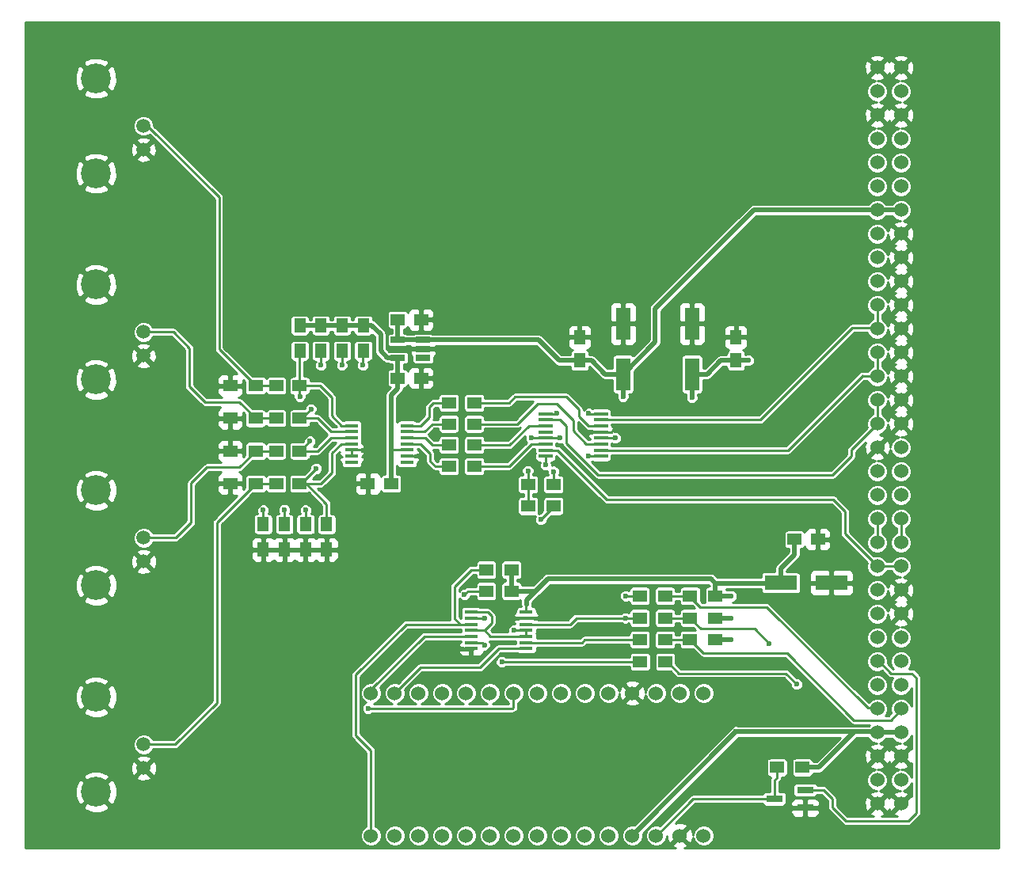
<source format=gbr>
G04 #@! TF.FileFunction,Copper,L1,Top,Signal*
%FSLAX46Y46*%
G04 Gerber Fmt 4.6, Leading zero omitted, Abs format (unit mm)*
G04 Created by KiCad (PCBNEW 4.0.7-e2-6376~61~ubuntu18.04.1) date Wed Mar 18 18:40:07 2020*
%MOMM*%
%LPD*%
G01*
G04 APERTURE LIST*
%ADD10C,0.100000*%
%ADD11R,1.500000X1.250000*%
%ADD12R,1.250000X1.500000*%
%ADD13R,1.600000X3.500000*%
%ADD14C,1.500000*%
%ADD15C,3.200000*%
%ADD16C,1.524000*%
%ADD17R,1.800000X0.800000*%
%ADD18R,1.500000X1.300000*%
%ADD19R,1.300000X1.500000*%
%ADD20R,1.500000X0.450000*%
%ADD21R,1.450000X0.450000*%
%ADD22R,1.560000X0.650000*%
%ADD23R,3.500000X1.600000*%
%ADD24C,0.600000*%
%ADD25C,0.250000*%
%ADD26C,0.500000*%
%ADD27C,0.254000*%
G04 APERTURE END LIST*
D10*
D11*
X150792500Y-101219000D03*
X148292500Y-101219000D03*
X150792500Y-104711500D03*
X148292500Y-104711500D03*
X150792500Y-108204000D03*
X148292500Y-108204000D03*
X150792500Y-111696500D03*
X148292500Y-111696500D03*
X160571500Y-111696500D03*
X158071500Y-111696500D03*
D12*
X180721000Y-98532000D03*
X180721000Y-96032000D03*
D13*
X185356500Y-99982000D03*
X185356500Y-94582000D03*
X192722500Y-94582000D03*
X192722500Y-99982000D03*
D12*
X197421500Y-98532000D03*
X197421500Y-96032000D03*
D14*
X134086600Y-75971400D03*
D15*
X129006600Y-68351400D03*
X129006600Y-78511400D03*
D14*
X134086600Y-73431400D03*
X134086600Y-98018600D03*
D15*
X129006600Y-90398600D03*
X129006600Y-100558600D03*
D14*
X134086600Y-95478600D03*
X134112000Y-120015000D03*
D15*
X129032000Y-112395000D03*
X129032000Y-122555000D03*
D14*
X134112000Y-117475000D03*
X134112000Y-142113000D03*
D15*
X129032000Y-134493000D03*
X129032000Y-144653000D03*
D14*
X134112000Y-139573000D03*
D16*
X212547200Y-67183000D03*
X212547200Y-69723000D03*
X212547200Y-72263000D03*
X212547200Y-74803000D03*
X212547200Y-77343000D03*
X212547200Y-79883000D03*
X212547200Y-82423000D03*
X212547200Y-84963000D03*
X212547200Y-87503000D03*
X212547200Y-90043000D03*
X212547200Y-92583000D03*
X212547200Y-95123000D03*
X212547200Y-97663000D03*
X212547200Y-100203000D03*
X212547200Y-102743000D03*
X212547200Y-105283000D03*
X212547200Y-107823000D03*
X212547200Y-110363000D03*
X212547200Y-112903000D03*
X212547200Y-115443000D03*
X212547200Y-117983000D03*
X212547200Y-120523000D03*
X212547200Y-123063000D03*
X212547200Y-125603000D03*
X212547200Y-128143000D03*
X212547200Y-130683000D03*
X212547200Y-133223000D03*
X212547200Y-135763000D03*
X212547200Y-138303000D03*
X212547200Y-140843000D03*
X212547200Y-143383000D03*
X212547200Y-145923000D03*
X215087200Y-67183000D03*
X215087200Y-69723000D03*
X215087200Y-72263000D03*
X215087200Y-74803000D03*
X215087200Y-77343000D03*
X215087200Y-79883000D03*
X215087200Y-82423000D03*
X215087200Y-84963000D03*
X215087200Y-87503000D03*
X215087200Y-90043000D03*
X215087200Y-92583000D03*
X215087200Y-95123000D03*
X215087200Y-97663000D03*
X215087200Y-100203000D03*
X215087200Y-102743000D03*
X215087200Y-105283000D03*
X215087200Y-107823000D03*
X215087200Y-110363000D03*
X215087200Y-112903000D03*
X215087200Y-115443000D03*
X215087200Y-117983000D03*
X215087200Y-120523000D03*
X215087200Y-123063000D03*
X215087200Y-125603000D03*
X215087200Y-128143000D03*
X215087200Y-130683000D03*
X215087200Y-133223000D03*
X215087200Y-135763000D03*
X215087200Y-138303000D03*
X215087200Y-140843000D03*
X215087200Y-143383000D03*
X215087200Y-145923000D03*
D17*
X204824600Y-146365000D03*
X204824600Y-144465000D03*
X201524600Y-145415000D03*
D18*
X177905400Y-111785400D03*
X175205400Y-111785400D03*
D19*
X150799800Y-94789000D03*
X150799800Y-97489000D03*
X153060400Y-94789000D03*
X153060400Y-97489000D03*
X155321000Y-94789000D03*
X155321000Y-97489000D03*
X157581600Y-94789000D03*
X157581600Y-97489000D03*
D18*
X169447200Y-103047800D03*
X166747200Y-103047800D03*
X169447200Y-105308400D03*
X166747200Y-105308400D03*
X169447200Y-107569000D03*
X166747200Y-107569000D03*
X169447200Y-109829600D03*
X166747200Y-109829600D03*
X146066500Y-111696500D03*
X143366500Y-111696500D03*
X146066500Y-108204000D03*
X143366500Y-108204000D03*
X146066500Y-104711500D03*
X143366500Y-104711500D03*
X146066500Y-101219000D03*
X143366500Y-101219000D03*
D19*
X146888200Y-116048800D03*
X146888200Y-118748800D03*
X149148800Y-116048800D03*
X149148800Y-118748800D03*
X151409400Y-116048800D03*
X151409400Y-118748800D03*
X153670000Y-116048800D03*
X153670000Y-118748800D03*
D18*
X175205400Y-114096800D03*
X177905400Y-114096800D03*
X192528200Y-123698000D03*
X195228200Y-123698000D03*
X187143400Y-123698000D03*
X189843400Y-123698000D03*
X204524600Y-142049500D03*
X201824600Y-142049500D03*
X170735000Y-123190000D03*
X173435000Y-123190000D03*
X187168800Y-130759200D03*
X189868800Y-130759200D03*
X192528200Y-128397000D03*
X195228200Y-128397000D03*
X187143400Y-128397000D03*
X189843400Y-128397000D03*
X192528200Y-126060200D03*
X195228200Y-126060200D03*
X187143400Y-126060200D03*
X189843400Y-126060200D03*
D20*
X182972500Y-108764500D03*
X182972500Y-108114500D03*
X182972500Y-107464500D03*
X182972500Y-106814500D03*
X182972500Y-106164500D03*
X182972500Y-105514500D03*
X182972500Y-104864500D03*
X182972500Y-104214500D03*
X177072500Y-104214500D03*
X177072500Y-104864500D03*
X177072500Y-105514500D03*
X177072500Y-106164500D03*
X177072500Y-106814500D03*
X177072500Y-107464500D03*
X177072500Y-108114500D03*
X177072500Y-108764500D03*
D16*
X193967100Y-134112000D03*
X191427100Y-134112000D03*
X188887100Y-134112000D03*
X186347100Y-134112000D03*
X183807100Y-134112000D03*
X181267100Y-134112000D03*
X178727100Y-134112000D03*
X176187100Y-134112000D03*
X173647100Y-134112000D03*
X171107100Y-134112000D03*
X168567100Y-134112000D03*
X166027100Y-134112000D03*
X163487100Y-134112000D03*
X160947100Y-134112000D03*
X158407100Y-134112000D03*
X158407100Y-149352000D03*
X160947100Y-149352000D03*
X163487100Y-149352000D03*
X166027100Y-149352000D03*
X168567100Y-149352000D03*
X171107100Y-149352000D03*
X173647100Y-149352000D03*
X176187100Y-149352000D03*
X178727100Y-149352000D03*
X181267100Y-149352000D03*
X183807100Y-149352000D03*
X186347100Y-149352000D03*
X188887100Y-149352000D03*
X191427100Y-149352000D03*
X193967100Y-149352000D03*
D21*
X156371500Y-105492000D03*
X156371500Y-106142000D03*
X156371500Y-106792000D03*
X156371500Y-107442000D03*
X156371500Y-108092000D03*
X156371500Y-108742000D03*
X156371500Y-109392000D03*
X162271500Y-109392000D03*
X162271500Y-108742000D03*
X162271500Y-108092000D03*
X162271500Y-107442000D03*
X162271500Y-106792000D03*
X162271500Y-106142000D03*
X162271500Y-105492000D03*
X169109600Y-125431000D03*
X169109600Y-126081000D03*
X169109600Y-126731000D03*
X169109600Y-127381000D03*
X169109600Y-128031000D03*
X169109600Y-128681000D03*
X169109600Y-129331000D03*
X175009600Y-129331000D03*
X175009600Y-128681000D03*
X175009600Y-128031000D03*
X175009600Y-127381000D03*
X175009600Y-126731000D03*
X175009600Y-126081000D03*
X175009600Y-125431000D03*
D11*
X161259200Y-100406200D03*
X163759200Y-100406200D03*
X163759200Y-94157800D03*
X161259200Y-94157800D03*
D22*
X163986200Y-98232000D03*
X163986200Y-97282000D03*
X163986200Y-96332000D03*
X161286200Y-96332000D03*
X161286200Y-98232000D03*
D11*
X203677200Y-117652800D03*
X206177200Y-117652800D03*
D23*
X202227200Y-122301000D03*
X207627200Y-122301000D03*
D18*
X170735000Y-120904000D03*
X173435000Y-120904000D03*
D24*
X146888200Y-114528600D03*
X150799800Y-102362000D03*
X149148800Y-114503200D03*
X153060400Y-99034600D03*
X151993600Y-103708200D03*
X151409400Y-114528600D03*
X155295600Y-99034600D03*
X151892000Y-107162600D03*
X157556200Y-99009200D03*
X152552400Y-110083600D03*
X165506400Y-97307400D03*
X157632400Y-108102400D03*
X163525200Y-108737400D03*
X169138600Y-130111500D03*
X184531000Y-105727500D03*
X175183800Y-110312200D03*
X175539400Y-106807000D03*
X178625500Y-106807000D03*
X185356500Y-102362000D03*
X198755000Y-98501200D03*
X192722500Y-102489000D03*
X184531000Y-106807000D03*
X203911200Y-133146800D03*
X200990200Y-128803400D03*
X158089600Y-135737600D03*
X177927000Y-110388400D03*
X181673500Y-108775500D03*
X178308000Y-104203500D03*
X181673500Y-104203500D03*
X177063400Y-109702600D03*
X176555400Y-115519200D03*
X185648600Y-123698000D03*
X170535600Y-126085600D03*
X196875400Y-128397000D03*
X196900800Y-126060200D03*
X196926200Y-123723400D03*
X197446900Y-138239500D03*
X168402000Y-123571000D03*
X170535600Y-128930400D03*
X172389800Y-130759200D03*
X185623200Y-126060200D03*
X173710600Y-127381000D03*
D25*
X150792500Y-101219000D02*
X150792500Y-102354700D01*
X146888200Y-114528600D02*
X146888200Y-116048800D01*
X150792500Y-102354700D02*
X150799800Y-102362000D01*
X150792500Y-101219000D02*
X150792500Y-97496300D01*
X150792500Y-97496300D02*
X150799800Y-97489000D01*
X150792500Y-101219000D02*
X152996900Y-101219000D01*
X155268500Y-105484500D02*
X156371500Y-105484500D01*
X154241500Y-104457500D02*
X155268500Y-105484500D01*
X154241500Y-102463600D02*
X154241500Y-104457500D01*
X152996900Y-101219000D02*
X154241500Y-102463600D01*
X134086600Y-73431400D02*
X134518400Y-73431400D01*
X134518400Y-73431400D02*
X142163800Y-81076800D01*
X142163800Y-81076800D02*
X142163800Y-97316300D01*
X142163800Y-97316300D02*
X146066500Y-101219000D01*
X146066500Y-101219000D02*
X148292500Y-101219000D01*
X149148800Y-116048800D02*
X149148800Y-114503200D01*
X150792500Y-104711500D02*
X150990300Y-104711500D01*
X150990300Y-104711500D02*
X151993600Y-103708200D01*
X153060400Y-99034600D02*
X153060400Y-97489000D01*
X150792500Y-104711500D02*
X151193500Y-104711500D01*
X150792500Y-104711500D02*
X152717500Y-104711500D01*
X154140500Y-106134500D02*
X156371500Y-106134500D01*
X152717500Y-104711500D02*
X154140500Y-106134500D01*
X134086600Y-95478600D02*
X137287000Y-95478600D01*
X144352000Y-102997000D02*
X146066500Y-104711500D01*
X140665200Y-102997000D02*
X144352000Y-102997000D01*
X138988800Y-101320600D02*
X140665200Y-102997000D01*
X138988800Y-97180400D02*
X138988800Y-101320600D01*
X137287000Y-95478600D02*
X138988800Y-97180400D01*
X146066500Y-104711500D02*
X148292500Y-104711500D01*
X151409400Y-116048800D02*
X151409400Y-114528600D01*
X150792500Y-108204000D02*
X150850600Y-108204000D01*
X150850600Y-108204000D02*
X151892000Y-107162600D01*
X155295600Y-99034600D02*
X155295600Y-97489000D01*
X150792500Y-108204000D02*
X150799800Y-108204000D01*
X150792500Y-108204000D02*
X152717500Y-108204000D01*
X154137000Y-106784500D02*
X156371500Y-106784500D01*
X152717500Y-108204000D02*
X154137000Y-106784500D01*
X134112000Y-117475000D02*
X137541000Y-117475000D01*
X144313900Y-109956600D02*
X146066500Y-108204000D01*
X140868400Y-109956600D02*
X144313900Y-109956600D01*
X139192000Y-111633000D02*
X140868400Y-109956600D01*
X139192000Y-115824000D02*
X139192000Y-111633000D01*
X137541000Y-117475000D02*
X139192000Y-115824000D01*
X146066500Y-108204000D02*
X148292500Y-108204000D01*
X150792500Y-111696500D02*
X151498300Y-111696500D01*
X151498300Y-111696500D02*
X153670000Y-113868200D01*
X153670000Y-113868200D02*
X153670000Y-116048800D01*
X150792500Y-111696500D02*
X150939500Y-111696500D01*
X150939500Y-111696500D02*
X152552400Y-110083600D01*
X157556200Y-99009200D02*
X157556200Y-97489000D01*
X150792500Y-111696500D02*
X153060400Y-111696500D01*
X155201500Y-107434500D02*
X156371500Y-107434500D01*
X154241500Y-108394500D02*
X155201500Y-107434500D01*
X154241500Y-110515400D02*
X154241500Y-108394500D01*
X153060400Y-111696500D02*
X154241500Y-110515400D01*
X134112000Y-139573000D02*
X137490200Y-139573000D01*
X141935200Y-115827800D02*
X146066500Y-111696500D01*
X141935200Y-135128000D02*
X141935200Y-115827800D01*
X137490200Y-139573000D02*
X141935200Y-135128000D01*
X146066500Y-111696500D02*
X148292500Y-111696500D01*
X162271500Y-108092000D02*
X160571500Y-108092000D01*
X160581900Y-108102400D02*
X160571500Y-108102400D01*
X160571500Y-108092000D02*
X160581900Y-108102400D01*
D26*
X161259200Y-100406200D02*
X161259200Y-101503800D01*
X160571500Y-102191500D02*
X160571500Y-108102400D01*
X160571500Y-108102400D02*
X160571500Y-111696500D01*
X161259200Y-101503800D02*
X160571500Y-102191500D01*
X161259200Y-100406200D02*
X161259200Y-100564000D01*
X155321000Y-94789000D02*
X157581600Y-94789000D01*
X153060400Y-94789000D02*
X155321000Y-94789000D01*
X150799800Y-94789000D02*
X153060400Y-94789000D01*
X157581600Y-94789000D02*
X158492200Y-94789000D01*
X158492200Y-94789000D02*
X159435800Y-95732600D01*
X159435800Y-95732600D02*
X159435800Y-97510600D01*
X159435800Y-97510600D02*
X160157200Y-98232000D01*
X160157200Y-98232000D02*
X161286200Y-98232000D01*
X161286200Y-98232000D02*
X161286200Y-100379200D01*
X161286200Y-100379200D02*
X161259200Y-100406200D01*
D25*
X160571500Y-112097500D02*
X160571500Y-111696500D01*
D26*
X163986200Y-97282000D02*
X165481000Y-97282000D01*
X165481000Y-97282000D02*
X165506400Y-97307400D01*
D25*
X156371500Y-108092000D02*
X157622000Y-108092000D01*
X157622000Y-108092000D02*
X157632400Y-108102400D01*
X156371500Y-108742000D02*
X156371500Y-108092000D01*
X162271500Y-108742000D02*
X163520600Y-108742000D01*
X163520600Y-108742000D02*
X163525200Y-108737400D01*
X169109600Y-129331000D02*
X169109600Y-130082500D01*
X169109600Y-130082500D02*
X169138600Y-130111500D01*
X182972500Y-106164500D02*
X184094000Y-106164500D01*
X184094000Y-106164500D02*
X184531000Y-105727500D01*
D26*
X212547200Y-82423000D02*
X199339200Y-82423000D01*
X199339200Y-82423000D02*
X188798200Y-92964000D01*
X188798200Y-92964000D02*
X188798200Y-96540300D01*
X188798200Y-96540300D02*
X185356500Y-99982000D01*
X215087200Y-82423000D02*
X212547200Y-82423000D01*
X163986200Y-96332000D02*
X176316600Y-96332000D01*
X178516600Y-98532000D02*
X180721000Y-98532000D01*
X176316600Y-96332000D02*
X178516600Y-98532000D01*
X161286200Y-96332000D02*
X163986200Y-96332000D01*
X161286200Y-96332000D02*
X161286200Y-94184800D01*
X161286200Y-94184800D02*
X161259200Y-94157800D01*
D25*
X175205400Y-111785400D02*
X175205400Y-114096800D01*
X177072500Y-106814500D02*
X175546900Y-106814500D01*
X175205400Y-110333800D02*
X175205400Y-111785400D01*
X175183800Y-110312200D02*
X175205400Y-110333800D01*
X175546900Y-106814500D02*
X175539400Y-106807000D01*
D26*
X180721000Y-98532000D02*
X181971000Y-98532000D01*
X183421000Y-99982000D02*
X185356500Y-99982000D01*
X181971000Y-98532000D02*
X183421000Y-99982000D01*
D25*
X177072500Y-106814500D02*
X178618000Y-106814500D01*
X178618000Y-106814500D02*
X178625500Y-106807000D01*
D26*
X185356500Y-102362000D02*
X185356500Y-99982000D01*
X197421500Y-98532000D02*
X198724200Y-98532000D01*
X198724200Y-98532000D02*
X198755000Y-98501200D01*
X192722500Y-99982000D02*
X194340500Y-99982000D01*
X195790500Y-98532000D02*
X197421500Y-98532000D01*
X194340500Y-99982000D02*
X195790500Y-98532000D01*
D25*
X182972500Y-106814500D02*
X184523500Y-106814500D01*
D26*
X192722500Y-102489000D02*
X192722500Y-99982000D01*
D25*
X184523500Y-106814500D02*
X184531000Y-106807000D01*
X212547200Y-95123000D02*
X212547200Y-92583000D01*
X212483700Y-95059500D02*
X209867500Y-95059500D01*
X200062500Y-104864500D02*
X182972500Y-104864500D01*
X200062500Y-104864500D02*
X209867500Y-95059500D01*
X212483700Y-95059500D02*
X212547200Y-95123000D01*
X212547200Y-100203000D02*
X212547200Y-97663000D01*
X210940650Y-100145850D02*
X212490050Y-100145850D01*
X212490050Y-100145850D02*
X212547200Y-100203000D01*
X202972000Y-108114500D02*
X210940650Y-100145850D01*
X210940650Y-100145850D02*
X210947000Y-100139500D01*
X182972500Y-108114500D02*
X202972000Y-108114500D01*
X212547200Y-105283000D02*
X212547200Y-102743000D01*
X206248000Y-110744000D02*
X207772000Y-110744000D01*
X177072500Y-104864500D02*
X178651500Y-104864500D01*
X178651500Y-104864500D02*
X179324000Y-105537000D01*
X179324000Y-105537000D02*
X179324000Y-107378500D01*
X179324000Y-107378500D02*
X182689500Y-110744000D01*
X182689500Y-110744000D02*
X206248000Y-110744000D01*
X209753200Y-108077000D02*
X212547200Y-105283000D01*
X209753200Y-108762800D02*
X209753200Y-108077000D01*
X207772000Y-110744000D02*
X209753200Y-108762800D01*
X212547200Y-117983000D02*
X212547200Y-115443000D01*
X209092800Y-115189000D02*
X209092800Y-114655600D01*
X177072500Y-108114500D02*
X178345500Y-108114500D01*
X178345500Y-108114500D02*
X183642000Y-113411000D01*
X183642000Y-113411000D02*
X207340200Y-113411000D01*
X209092800Y-117068600D02*
X209092800Y-115189000D01*
X209092800Y-117068600D02*
X212547200Y-120523000D01*
X207848200Y-113411000D02*
X207340200Y-113411000D01*
X209092800Y-114655600D02*
X207848200Y-113411000D01*
X215087200Y-120523000D02*
X212547200Y-120523000D01*
X212547200Y-130683000D02*
X212725000Y-130683000D01*
X212725000Y-130683000D02*
X214020400Y-131978400D01*
X214020400Y-131978400D02*
X216230200Y-131978400D01*
X216230200Y-131978400D02*
X216712800Y-132461000D01*
X216712800Y-146888200D02*
X216712800Y-132461000D01*
X215823800Y-147777200D02*
X216712800Y-146888200D01*
X207721200Y-146329400D02*
X209169000Y-147777200D01*
X207721200Y-145389600D02*
X207721200Y-146329400D01*
X209169000Y-147777200D02*
X215823800Y-147777200D01*
X206796600Y-144465000D02*
X207721200Y-145389600D01*
X206796600Y-144465000D02*
X204824600Y-144465000D01*
X202742800Y-131978400D02*
X203911200Y-133146800D01*
X191338200Y-131978400D02*
X202742800Y-131978400D01*
X189868800Y-130759200D02*
X190119000Y-130759200D01*
X190119000Y-130759200D02*
X191338200Y-131978400D01*
X212483700Y-135699500D02*
X211505800Y-135699500D01*
X200698100Y-124891800D02*
X211505800Y-135699500D01*
X193624200Y-124891800D02*
X200698100Y-124891800D01*
X193624200Y-124891800D02*
X192528200Y-123795800D01*
X212483700Y-135699500D02*
X212547200Y-135763000D01*
X192528200Y-123698000D02*
X192528200Y-123795800D01*
X189843400Y-123698000D02*
X192528200Y-123698000D01*
X215087200Y-117983000D02*
X215087200Y-115443000D01*
X215087200Y-135763000D02*
X215087200Y-135864600D01*
X215087200Y-135864600D02*
X213969600Y-136982200D01*
X213969600Y-136982200D02*
X210058000Y-136982200D01*
X192528200Y-128397000D02*
X193925200Y-129794000D01*
X202869800Y-129794000D02*
X193925200Y-129794000D01*
X210058000Y-136982200D02*
X202869800Y-129794000D01*
X189843400Y-128397000D02*
X192528200Y-128397000D01*
X192528200Y-126060200D02*
X193696600Y-127228600D01*
X199415400Y-127228600D02*
X193696600Y-127228600D01*
X200990200Y-128803400D02*
X199415400Y-127228600D01*
X189843400Y-126060200D02*
X192528200Y-126060200D01*
X188887100Y-149352000D02*
X188925200Y-149352000D01*
X188925200Y-149352000D02*
X192862200Y-145415000D01*
X192862200Y-145415000D02*
X201524600Y-145415000D01*
X201524600Y-145415000D02*
X201524600Y-143432800D01*
X201824600Y-143132800D02*
X201824600Y-142049500D01*
X201524600Y-143432800D02*
X201824600Y-143132800D01*
X173647100Y-135623300D02*
X173532800Y-135737600D01*
X173532800Y-135737600D02*
X158089600Y-135737600D01*
X173647100Y-134112000D02*
X173647100Y-135623300D01*
X177905400Y-111785400D02*
X177905400Y-110410000D01*
X177905400Y-110410000D02*
X177927000Y-110388400D01*
X182972500Y-108764500D02*
X181684500Y-108764500D01*
X181684500Y-108764500D02*
X181673500Y-108775500D01*
X182972500Y-104214500D02*
X181684500Y-104214500D01*
X178297000Y-104214500D02*
X177072500Y-104214500D01*
X178308000Y-104203500D02*
X178297000Y-104214500D01*
X181684500Y-104214500D02*
X181673500Y-104203500D01*
X169447200Y-103047800D02*
X173177200Y-103047800D01*
X173812200Y-102412800D02*
X179298600Y-102412800D01*
X173177200Y-103047800D02*
X173812200Y-102412800D01*
X182972500Y-105514500D02*
X181638300Y-105514500D01*
X180619400Y-103733600D02*
X179298600Y-102412800D01*
X180619400Y-104495600D02*
X180619400Y-103733600D01*
X181638300Y-105514500D02*
X180619400Y-104495600D01*
X162271500Y-105492000D02*
X163697200Y-105492000D01*
X165074600Y-103047800D02*
X166747200Y-103047800D01*
X164642800Y-103479600D02*
X165074600Y-103047800D01*
X164642800Y-104546400D02*
X164642800Y-103479600D01*
X163697200Y-105492000D02*
X164642800Y-104546400D01*
X169447200Y-105308400D02*
X174066200Y-105308400D01*
X174066200Y-105308400D02*
X176250600Y-103124000D01*
X176250600Y-103124000D02*
X178244500Y-103124000D01*
X178244500Y-103124000D02*
X180022500Y-104902000D01*
X180022500Y-104902000D02*
X180022500Y-106045000D01*
X180022500Y-106045000D02*
X181442000Y-107464500D01*
X181442000Y-107464500D02*
X182972500Y-107464500D01*
X162271500Y-106142000D02*
X164114000Y-106142000D01*
X164947600Y-105308400D02*
X166747200Y-105308400D01*
X164114000Y-106142000D02*
X164947600Y-105308400D01*
X169447200Y-107569000D02*
X173228000Y-107569000D01*
X173228000Y-107569000D02*
X175282500Y-105514500D01*
X175282500Y-105514500D02*
X177072500Y-105514500D01*
X162271500Y-106792000D02*
X164196000Y-106792000D01*
X164973000Y-107569000D02*
X166747200Y-107569000D01*
X164196000Y-106792000D02*
X164973000Y-107569000D01*
X169447200Y-109829600D02*
X173177200Y-109829600D01*
X173177200Y-109829600D02*
X175542300Y-107464500D01*
X175542300Y-107464500D02*
X177072500Y-107464500D01*
X162271500Y-107442000D02*
X163703000Y-107442000D01*
X165277800Y-109829600D02*
X166747200Y-109829600D01*
X164744400Y-109296200D02*
X165277800Y-109829600D01*
X164744400Y-108483400D02*
X164744400Y-109296200D01*
X163703000Y-107442000D02*
X164744400Y-108483400D01*
X177072500Y-108764500D02*
X177072500Y-109693500D01*
X177072500Y-109693500D02*
X177063400Y-109702600D01*
X176555400Y-115519200D02*
X177905400Y-114169200D01*
X177905400Y-114169200D02*
X177905400Y-114096800D01*
X169109600Y-126081000D02*
X170531000Y-126081000D01*
X185648600Y-123698000D02*
X187143400Y-123698000D01*
X170531000Y-126081000D02*
X170535600Y-126085600D01*
D26*
X173435000Y-123190000D02*
X173435000Y-120904000D01*
X202227200Y-122301000D02*
X202227200Y-120733800D01*
X203677200Y-119283800D02*
X203677200Y-117652800D01*
X202227200Y-120733800D02*
X203677200Y-119283800D01*
X195228200Y-122355600D02*
X202172600Y-122355600D01*
X202172600Y-122355600D02*
X202227200Y-122301000D01*
X210121500Y-138239500D02*
X212483700Y-138239500D01*
X212483700Y-138239500D02*
X212547200Y-138303000D01*
X215087200Y-138303000D02*
X212547200Y-138303000D01*
X173435000Y-123190000D02*
X175996600Y-123190000D01*
X175895000Y-123190000D02*
X175895000Y-123291600D01*
X175996600Y-123190000D02*
X175895000Y-123190000D01*
X204524600Y-142049500D02*
X206311500Y-142049500D01*
X206311500Y-142049500D02*
X210121500Y-138239500D01*
X210121500Y-138239500D02*
X197446900Y-138239500D01*
X195228200Y-128397000D02*
X196875400Y-128397000D01*
X195228200Y-126060200D02*
X196900800Y-126060200D01*
X195228200Y-123698000D02*
X196900800Y-123698000D01*
X196900800Y-123698000D02*
X196926200Y-123723400D01*
D25*
X175009600Y-125431000D02*
X175009600Y-124659600D01*
D26*
X195228200Y-122355600D02*
X195228200Y-123698000D01*
X177317400Y-121869200D02*
X177165000Y-122021600D01*
X177165000Y-122021600D02*
X175895000Y-123291600D01*
X175895000Y-123291600D02*
X175031400Y-124155200D01*
X194741800Y-121869200D02*
X177317400Y-121869200D01*
X195228200Y-122355600D02*
X194741800Y-121869200D01*
X175031400Y-124637800D02*
X175031400Y-124155200D01*
D25*
X175009600Y-124659600D02*
X175031400Y-124637800D01*
D26*
X186347100Y-149352000D02*
X186347100Y-149339300D01*
X186347100Y-149339300D02*
X197446900Y-138239500D01*
D25*
X204524600Y-142049500D02*
X205168500Y-142049500D01*
X168783000Y-123190000D02*
X170735000Y-123190000D01*
X168402000Y-123571000D02*
X168783000Y-123190000D01*
X158407100Y-134112000D02*
X158407100Y-133731000D01*
X158407100Y-133731000D02*
X164107100Y-128031000D01*
X164107100Y-128031000D02*
X169109600Y-128031000D01*
X187168800Y-130759200D02*
X172389800Y-130759200D01*
X170286200Y-128681000D02*
X169109600Y-128681000D01*
X170535600Y-128930400D02*
X170286200Y-128681000D01*
X175009600Y-128681000D02*
X180975000Y-128681000D01*
X181259000Y-128397000D02*
X187143400Y-128397000D01*
X180975000Y-128681000D02*
X181259000Y-128397000D01*
X185623200Y-126060200D02*
X185623200Y-126034800D01*
X185623200Y-126034800D02*
X185623200Y-126060200D01*
X185623200Y-126060200D02*
X185623200Y-126034800D01*
X185623200Y-126034800D02*
X185623200Y-126060200D01*
X175009600Y-126731000D02*
X179694600Y-126731000D01*
X180365400Y-126060200D02*
X185623200Y-126060200D01*
X185623200Y-126060200D02*
X187143400Y-126060200D01*
X179694600Y-126731000D02*
X180365400Y-126060200D01*
X169109600Y-125431000D02*
X170897000Y-125431000D01*
X171297600Y-126619000D02*
X170535600Y-127381000D01*
X171297600Y-125831600D02*
X171297600Y-126619000D01*
X170897000Y-125431000D02*
X171297600Y-125831600D01*
X175009600Y-128031000D02*
X175009600Y-127381000D01*
X175009600Y-128031000D02*
X171185600Y-128031000D01*
X170535600Y-127381000D02*
X169109600Y-127381000D01*
X171185600Y-128031000D02*
X170535600Y-127381000D01*
X173710600Y-127381000D02*
X175009600Y-127381000D01*
X160947100Y-134112000D02*
X163677600Y-131381500D01*
X172059600Y-129349500D02*
X174991100Y-129349500D01*
X170027600Y-131381500D02*
X172059600Y-129349500D01*
X163677600Y-131381500D02*
X170027600Y-131381500D01*
X174991100Y-129349500D02*
X175009600Y-129331000D01*
X169109600Y-126731000D02*
X167942500Y-126731000D01*
X169164000Y-120904000D02*
X170735000Y-120904000D01*
X167322500Y-122745500D02*
X169164000Y-120904000D01*
X167322500Y-126111000D02*
X167322500Y-122745500D01*
X167942500Y-126731000D02*
X167322500Y-126111000D01*
X158407100Y-149352000D02*
X158407100Y-140271500D01*
X162168600Y-126731000D02*
X169109600Y-126731000D01*
X156756100Y-132143500D02*
X162168600Y-126731000D01*
X156756100Y-138620500D02*
X156756100Y-132143500D01*
X158407100Y-140271500D02*
X156756100Y-138620500D01*
D27*
G36*
X225540500Y-150674000D02*
X191917780Y-150674000D01*
X192158243Y-150574397D01*
X192227708Y-150332213D01*
X191427100Y-149531605D01*
X190626492Y-150332213D01*
X190695957Y-150574397D01*
X190975141Y-150674000D01*
X121487000Y-150674000D01*
X121487000Y-146239202D01*
X127625403Y-146239202D01*
X127797390Y-146568360D01*
X128624346Y-146895026D01*
X129513363Y-146880365D01*
X130266610Y-146568360D01*
X130438597Y-146239202D01*
X129032000Y-144832605D01*
X127625403Y-146239202D01*
X121487000Y-146239202D01*
X121487000Y-144245346D01*
X126789974Y-144245346D01*
X126804635Y-145134363D01*
X127116640Y-145887610D01*
X127445798Y-146059597D01*
X128852395Y-144653000D01*
X129211605Y-144653000D01*
X130618202Y-146059597D01*
X130947360Y-145887610D01*
X131274026Y-145060654D01*
X131259365Y-144171637D01*
X130947360Y-143418390D01*
X130618202Y-143246403D01*
X129211605Y-144653000D01*
X128852395Y-144653000D01*
X127445798Y-143246403D01*
X127116640Y-143418390D01*
X126789974Y-144245346D01*
X121487000Y-144245346D01*
X121487000Y-143066798D01*
X127625403Y-143066798D01*
X129032000Y-144473395D01*
X130420878Y-143084517D01*
X133320088Y-143084517D01*
X133388077Y-143325460D01*
X133907171Y-143510201D01*
X134457448Y-143482230D01*
X134835923Y-143325460D01*
X134903912Y-143084517D01*
X134112000Y-142292605D01*
X133320088Y-143084517D01*
X130420878Y-143084517D01*
X130438597Y-143066798D01*
X130266610Y-142737640D01*
X129439654Y-142410974D01*
X128550637Y-142425635D01*
X127797390Y-142737640D01*
X127625403Y-143066798D01*
X121487000Y-143066798D01*
X121487000Y-141908171D01*
X132714799Y-141908171D01*
X132742770Y-142458448D01*
X132899540Y-142836923D01*
X133140483Y-142904912D01*
X133932395Y-142113000D01*
X134291605Y-142113000D01*
X135083517Y-142904912D01*
X135324460Y-142836923D01*
X135509201Y-142317829D01*
X135481230Y-141767552D01*
X135324460Y-141389077D01*
X135083517Y-141321088D01*
X134291605Y-142113000D01*
X133932395Y-142113000D01*
X133140483Y-141321088D01*
X132899540Y-141389077D01*
X132714799Y-141908171D01*
X121487000Y-141908171D01*
X121487000Y-141141483D01*
X133320088Y-141141483D01*
X134112000Y-141933395D01*
X134903912Y-141141483D01*
X134835923Y-140900540D01*
X134316829Y-140715799D01*
X133766552Y-140743770D01*
X133388077Y-140900540D01*
X133320088Y-141141483D01*
X121487000Y-141141483D01*
X121487000Y-139796983D01*
X132980804Y-139796983D01*
X133152625Y-140212823D01*
X133470503Y-140531256D01*
X133886043Y-140703804D01*
X134335983Y-140704196D01*
X134751823Y-140532375D01*
X135070256Y-140214497D01*
X135126520Y-140079000D01*
X137490200Y-140079000D01*
X137683838Y-140040483D01*
X137847996Y-139930796D01*
X142292996Y-135485796D01*
X142402683Y-135321638D01*
X142441200Y-135128000D01*
X142441200Y-132143500D01*
X156250100Y-132143500D01*
X156250100Y-138620500D01*
X156288617Y-138814138D01*
X156398304Y-138978296D01*
X157901100Y-140481092D01*
X157901100Y-148324347D01*
X157760488Y-148382446D01*
X157438677Y-148703697D01*
X157264299Y-149123646D01*
X157263902Y-149578359D01*
X157437546Y-149998612D01*
X157758797Y-150320423D01*
X158178746Y-150494801D01*
X158633459Y-150495198D01*
X159053712Y-150321554D01*
X159375523Y-150000303D01*
X159549901Y-149580354D01*
X159549902Y-149578359D01*
X159803902Y-149578359D01*
X159977546Y-149998612D01*
X160298797Y-150320423D01*
X160718746Y-150494801D01*
X161173459Y-150495198D01*
X161593712Y-150321554D01*
X161915523Y-150000303D01*
X162089901Y-149580354D01*
X162089902Y-149578359D01*
X162343902Y-149578359D01*
X162517546Y-149998612D01*
X162838797Y-150320423D01*
X163258746Y-150494801D01*
X163713459Y-150495198D01*
X164133712Y-150321554D01*
X164455523Y-150000303D01*
X164629901Y-149580354D01*
X164629902Y-149578359D01*
X164883902Y-149578359D01*
X165057546Y-149998612D01*
X165378797Y-150320423D01*
X165798746Y-150494801D01*
X166253459Y-150495198D01*
X166673712Y-150321554D01*
X166995523Y-150000303D01*
X167169901Y-149580354D01*
X167169902Y-149578359D01*
X167423902Y-149578359D01*
X167597546Y-149998612D01*
X167918797Y-150320423D01*
X168338746Y-150494801D01*
X168793459Y-150495198D01*
X169213712Y-150321554D01*
X169535523Y-150000303D01*
X169709901Y-149580354D01*
X169709902Y-149578359D01*
X169963902Y-149578359D01*
X170137546Y-149998612D01*
X170458797Y-150320423D01*
X170878746Y-150494801D01*
X171333459Y-150495198D01*
X171753712Y-150321554D01*
X172075523Y-150000303D01*
X172249901Y-149580354D01*
X172249902Y-149578359D01*
X172503902Y-149578359D01*
X172677546Y-149998612D01*
X172998797Y-150320423D01*
X173418746Y-150494801D01*
X173873459Y-150495198D01*
X174293712Y-150321554D01*
X174615523Y-150000303D01*
X174789901Y-149580354D01*
X174789902Y-149578359D01*
X175043902Y-149578359D01*
X175217546Y-149998612D01*
X175538797Y-150320423D01*
X175958746Y-150494801D01*
X176413459Y-150495198D01*
X176833712Y-150321554D01*
X177155523Y-150000303D01*
X177329901Y-149580354D01*
X177329902Y-149578359D01*
X177583902Y-149578359D01*
X177757546Y-149998612D01*
X178078797Y-150320423D01*
X178498746Y-150494801D01*
X178953459Y-150495198D01*
X179373712Y-150321554D01*
X179695523Y-150000303D01*
X179869901Y-149580354D01*
X179869902Y-149578359D01*
X180123902Y-149578359D01*
X180297546Y-149998612D01*
X180618797Y-150320423D01*
X181038746Y-150494801D01*
X181493459Y-150495198D01*
X181913712Y-150321554D01*
X182235523Y-150000303D01*
X182409901Y-149580354D01*
X182409902Y-149578359D01*
X182663902Y-149578359D01*
X182837546Y-149998612D01*
X183158797Y-150320423D01*
X183578746Y-150494801D01*
X184033459Y-150495198D01*
X184453712Y-150321554D01*
X184775523Y-150000303D01*
X184949901Y-149580354D01*
X184950298Y-149125641D01*
X184776654Y-148705388D01*
X184455403Y-148383577D01*
X184035454Y-148209199D01*
X183580741Y-148208802D01*
X183160488Y-148382446D01*
X182838677Y-148703697D01*
X182664299Y-149123646D01*
X182663902Y-149578359D01*
X182409902Y-149578359D01*
X182410298Y-149125641D01*
X182236654Y-148705388D01*
X181915403Y-148383577D01*
X181495454Y-148209199D01*
X181040741Y-148208802D01*
X180620488Y-148382446D01*
X180298677Y-148703697D01*
X180124299Y-149123646D01*
X180123902Y-149578359D01*
X179869902Y-149578359D01*
X179870298Y-149125641D01*
X179696654Y-148705388D01*
X179375403Y-148383577D01*
X178955454Y-148209199D01*
X178500741Y-148208802D01*
X178080488Y-148382446D01*
X177758677Y-148703697D01*
X177584299Y-149123646D01*
X177583902Y-149578359D01*
X177329902Y-149578359D01*
X177330298Y-149125641D01*
X177156654Y-148705388D01*
X176835403Y-148383577D01*
X176415454Y-148209199D01*
X175960741Y-148208802D01*
X175540488Y-148382446D01*
X175218677Y-148703697D01*
X175044299Y-149123646D01*
X175043902Y-149578359D01*
X174789902Y-149578359D01*
X174790298Y-149125641D01*
X174616654Y-148705388D01*
X174295403Y-148383577D01*
X173875454Y-148209199D01*
X173420741Y-148208802D01*
X173000488Y-148382446D01*
X172678677Y-148703697D01*
X172504299Y-149123646D01*
X172503902Y-149578359D01*
X172249902Y-149578359D01*
X172250298Y-149125641D01*
X172076654Y-148705388D01*
X171755403Y-148383577D01*
X171335454Y-148209199D01*
X170880741Y-148208802D01*
X170460488Y-148382446D01*
X170138677Y-148703697D01*
X169964299Y-149123646D01*
X169963902Y-149578359D01*
X169709902Y-149578359D01*
X169710298Y-149125641D01*
X169536654Y-148705388D01*
X169215403Y-148383577D01*
X168795454Y-148209199D01*
X168340741Y-148208802D01*
X167920488Y-148382446D01*
X167598677Y-148703697D01*
X167424299Y-149123646D01*
X167423902Y-149578359D01*
X167169902Y-149578359D01*
X167170298Y-149125641D01*
X166996654Y-148705388D01*
X166675403Y-148383577D01*
X166255454Y-148209199D01*
X165800741Y-148208802D01*
X165380488Y-148382446D01*
X165058677Y-148703697D01*
X164884299Y-149123646D01*
X164883902Y-149578359D01*
X164629902Y-149578359D01*
X164630298Y-149125641D01*
X164456654Y-148705388D01*
X164135403Y-148383577D01*
X163715454Y-148209199D01*
X163260741Y-148208802D01*
X162840488Y-148382446D01*
X162518677Y-148703697D01*
X162344299Y-149123646D01*
X162343902Y-149578359D01*
X162089902Y-149578359D01*
X162090298Y-149125641D01*
X161916654Y-148705388D01*
X161595403Y-148383577D01*
X161175454Y-148209199D01*
X160720741Y-148208802D01*
X160300488Y-148382446D01*
X159978677Y-148703697D01*
X159804299Y-149123646D01*
X159803902Y-149578359D01*
X159549902Y-149578359D01*
X159550298Y-149125641D01*
X159376654Y-148705388D01*
X159055403Y-148383577D01*
X158913100Y-148324488D01*
X158913100Y-140271500D01*
X158874583Y-140077862D01*
X158764896Y-139913704D01*
X157262100Y-138410908D01*
X157262100Y-132353092D01*
X162378192Y-127237000D01*
X167996136Y-127237000D01*
X167996136Y-127525000D01*
X164107100Y-127525000D01*
X163913462Y-127563517D01*
X163749304Y-127673204D01*
X158453468Y-132969040D01*
X158180741Y-132968802D01*
X157760488Y-133142446D01*
X157438677Y-133463697D01*
X157264299Y-133883646D01*
X157263902Y-134338359D01*
X157437546Y-134758612D01*
X157758797Y-135080423D01*
X157827624Y-135109003D01*
X157704348Y-135159939D01*
X157512613Y-135351341D01*
X157408718Y-135601546D01*
X157408482Y-135872465D01*
X157511939Y-136122852D01*
X157703341Y-136314587D01*
X157953546Y-136418482D01*
X158224465Y-136418718D01*
X158474852Y-136315261D01*
X158546638Y-136243600D01*
X173532800Y-136243600D01*
X173726438Y-136205083D01*
X173890596Y-136095396D01*
X174004896Y-135981096D01*
X174059352Y-135899597D01*
X174114583Y-135816938D01*
X174153100Y-135623300D01*
X174153100Y-135139653D01*
X174293712Y-135081554D01*
X174615523Y-134760303D01*
X174789901Y-134340354D01*
X174789902Y-134338359D01*
X175043902Y-134338359D01*
X175217546Y-134758612D01*
X175538797Y-135080423D01*
X175958746Y-135254801D01*
X176413459Y-135255198D01*
X176833712Y-135081554D01*
X177155523Y-134760303D01*
X177329901Y-134340354D01*
X177329902Y-134338359D01*
X177583902Y-134338359D01*
X177757546Y-134758612D01*
X178078797Y-135080423D01*
X178498746Y-135254801D01*
X178953459Y-135255198D01*
X179373712Y-135081554D01*
X179695523Y-134760303D01*
X179869901Y-134340354D01*
X179869902Y-134338359D01*
X180123902Y-134338359D01*
X180297546Y-134758612D01*
X180618797Y-135080423D01*
X181038746Y-135254801D01*
X181493459Y-135255198D01*
X181913712Y-135081554D01*
X182235523Y-134760303D01*
X182409901Y-134340354D01*
X182409902Y-134338359D01*
X182663902Y-134338359D01*
X182837546Y-134758612D01*
X183158797Y-135080423D01*
X183578746Y-135254801D01*
X184033459Y-135255198D01*
X184427915Y-135092213D01*
X185546492Y-135092213D01*
X185615957Y-135334397D01*
X186139402Y-135521144D01*
X186694468Y-135493362D01*
X187078243Y-135334397D01*
X187147708Y-135092213D01*
X186347100Y-134291605D01*
X185546492Y-135092213D01*
X184427915Y-135092213D01*
X184453712Y-135081554D01*
X184775523Y-134760303D01*
X184949901Y-134340354D01*
X184950070Y-134146340D01*
X184965738Y-134459368D01*
X185124703Y-134843143D01*
X185366887Y-134912608D01*
X186167495Y-134112000D01*
X186526705Y-134112000D01*
X187327313Y-134912608D01*
X187569497Y-134843143D01*
X187746952Y-134345742D01*
X187917546Y-134758612D01*
X188238797Y-135080423D01*
X188658746Y-135254801D01*
X189113459Y-135255198D01*
X189533712Y-135081554D01*
X189855523Y-134760303D01*
X190029901Y-134340354D01*
X190029902Y-134338359D01*
X190283902Y-134338359D01*
X190457546Y-134758612D01*
X190778797Y-135080423D01*
X191198746Y-135254801D01*
X191653459Y-135255198D01*
X192073712Y-135081554D01*
X192395523Y-134760303D01*
X192569901Y-134340354D01*
X192569902Y-134338359D01*
X192823902Y-134338359D01*
X192997546Y-134758612D01*
X193318797Y-135080423D01*
X193738746Y-135254801D01*
X194193459Y-135255198D01*
X194613712Y-135081554D01*
X194935523Y-134760303D01*
X195109901Y-134340354D01*
X195110298Y-133885641D01*
X194936654Y-133465388D01*
X194615403Y-133143577D01*
X194195454Y-132969199D01*
X193740741Y-132968802D01*
X193320488Y-133142446D01*
X192998677Y-133463697D01*
X192824299Y-133883646D01*
X192823902Y-134338359D01*
X192569902Y-134338359D01*
X192570298Y-133885641D01*
X192396654Y-133465388D01*
X192075403Y-133143577D01*
X191655454Y-132969199D01*
X191200741Y-132968802D01*
X190780488Y-133142446D01*
X190458677Y-133463697D01*
X190284299Y-133883646D01*
X190283902Y-134338359D01*
X190029902Y-134338359D01*
X190030298Y-133885641D01*
X189856654Y-133465388D01*
X189535403Y-133143577D01*
X189115454Y-132969199D01*
X188660741Y-132968802D01*
X188240488Y-133142446D01*
X187918677Y-133463697D01*
X187744299Y-133883646D01*
X187744130Y-134077660D01*
X187728462Y-133764632D01*
X187569497Y-133380857D01*
X187327313Y-133311392D01*
X186526705Y-134112000D01*
X186167495Y-134112000D01*
X185366887Y-133311392D01*
X185124703Y-133380857D01*
X184947248Y-133878258D01*
X184776654Y-133465388D01*
X184455403Y-133143577D01*
X184427010Y-133131787D01*
X185546492Y-133131787D01*
X186347100Y-133932395D01*
X187147708Y-133131787D01*
X187078243Y-132889603D01*
X186554798Y-132702856D01*
X185999732Y-132730638D01*
X185615957Y-132889603D01*
X185546492Y-133131787D01*
X184427010Y-133131787D01*
X184035454Y-132969199D01*
X183580741Y-132968802D01*
X183160488Y-133142446D01*
X182838677Y-133463697D01*
X182664299Y-133883646D01*
X182663902Y-134338359D01*
X182409902Y-134338359D01*
X182410298Y-133885641D01*
X182236654Y-133465388D01*
X181915403Y-133143577D01*
X181495454Y-132969199D01*
X181040741Y-132968802D01*
X180620488Y-133142446D01*
X180298677Y-133463697D01*
X180124299Y-133883646D01*
X180123902Y-134338359D01*
X179869902Y-134338359D01*
X179870298Y-133885641D01*
X179696654Y-133465388D01*
X179375403Y-133143577D01*
X178955454Y-132969199D01*
X178500741Y-132968802D01*
X178080488Y-133142446D01*
X177758677Y-133463697D01*
X177584299Y-133883646D01*
X177583902Y-134338359D01*
X177329902Y-134338359D01*
X177330298Y-133885641D01*
X177156654Y-133465388D01*
X176835403Y-133143577D01*
X176415454Y-132969199D01*
X175960741Y-132968802D01*
X175540488Y-133142446D01*
X175218677Y-133463697D01*
X175044299Y-133883646D01*
X175043902Y-134338359D01*
X174789902Y-134338359D01*
X174790298Y-133885641D01*
X174616654Y-133465388D01*
X174295403Y-133143577D01*
X173875454Y-132969199D01*
X173420741Y-132968802D01*
X173000488Y-133142446D01*
X172678677Y-133463697D01*
X172504299Y-133883646D01*
X172503902Y-134338359D01*
X172677546Y-134758612D01*
X172998797Y-135080423D01*
X173141100Y-135139512D01*
X173141100Y-135231600D01*
X171390571Y-135231600D01*
X171753712Y-135081554D01*
X172075523Y-134760303D01*
X172249901Y-134340354D01*
X172250298Y-133885641D01*
X172076654Y-133465388D01*
X171755403Y-133143577D01*
X171335454Y-132969199D01*
X170880741Y-132968802D01*
X170460488Y-133142446D01*
X170138677Y-133463697D01*
X169964299Y-133883646D01*
X169963902Y-134338359D01*
X170137546Y-134758612D01*
X170458797Y-135080423D01*
X170822872Y-135231600D01*
X168850571Y-135231600D01*
X169213712Y-135081554D01*
X169535523Y-134760303D01*
X169709901Y-134340354D01*
X169710298Y-133885641D01*
X169536654Y-133465388D01*
X169215403Y-133143577D01*
X168795454Y-132969199D01*
X168340741Y-132968802D01*
X167920488Y-133142446D01*
X167598677Y-133463697D01*
X167424299Y-133883646D01*
X167423902Y-134338359D01*
X167597546Y-134758612D01*
X167918797Y-135080423D01*
X168282872Y-135231600D01*
X166310571Y-135231600D01*
X166673712Y-135081554D01*
X166995523Y-134760303D01*
X167169901Y-134340354D01*
X167170298Y-133885641D01*
X166996654Y-133465388D01*
X166675403Y-133143577D01*
X166255454Y-132969199D01*
X165800741Y-132968802D01*
X165380488Y-133142446D01*
X165058677Y-133463697D01*
X164884299Y-133883646D01*
X164883902Y-134338359D01*
X165057546Y-134758612D01*
X165378797Y-135080423D01*
X165742872Y-135231600D01*
X163770571Y-135231600D01*
X164133712Y-135081554D01*
X164455523Y-134760303D01*
X164629901Y-134340354D01*
X164630298Y-133885641D01*
X164456654Y-133465388D01*
X164135403Y-133143577D01*
X163715454Y-132969199D01*
X163260741Y-132968802D01*
X162840488Y-133142446D01*
X162518677Y-133463697D01*
X162344299Y-133883646D01*
X162343902Y-134338359D01*
X162517546Y-134758612D01*
X162838797Y-135080423D01*
X163202872Y-135231600D01*
X161230571Y-135231600D01*
X161593712Y-135081554D01*
X161915523Y-134760303D01*
X162089901Y-134340354D01*
X162090298Y-133885641D01*
X162031457Y-133743235D01*
X163887192Y-131887500D01*
X170027600Y-131887500D01*
X170221238Y-131848983D01*
X170385396Y-131739296D01*
X171230627Y-130894065D01*
X171708682Y-130894065D01*
X171812139Y-131144452D01*
X172003541Y-131336187D01*
X172253746Y-131440082D01*
X172524665Y-131440318D01*
X172775052Y-131336861D01*
X172846838Y-131265200D01*
X186030336Y-131265200D01*
X186030336Y-131409200D01*
X186056903Y-131550390D01*
X186140346Y-131680065D01*
X186267666Y-131767059D01*
X186418800Y-131797664D01*
X187918800Y-131797664D01*
X188059990Y-131771097D01*
X188189665Y-131687654D01*
X188276659Y-131560334D01*
X188307264Y-131409200D01*
X188307264Y-130109200D01*
X188730336Y-130109200D01*
X188730336Y-131409200D01*
X188756903Y-131550390D01*
X188840346Y-131680065D01*
X188967666Y-131767059D01*
X189118800Y-131797664D01*
X190441872Y-131797664D01*
X190980404Y-132336196D01*
X191144562Y-132445883D01*
X191338200Y-132484400D01*
X202533208Y-132484400D01*
X203230169Y-133181361D01*
X203230082Y-133281665D01*
X203333539Y-133532052D01*
X203524941Y-133723787D01*
X203775146Y-133827682D01*
X204046065Y-133827918D01*
X204296452Y-133724461D01*
X204488187Y-133533059D01*
X204592082Y-133282854D01*
X204592318Y-133011935D01*
X204488861Y-132761548D01*
X204297459Y-132569813D01*
X204047254Y-132465918D01*
X203945822Y-132465830D01*
X203100596Y-131620604D01*
X202936438Y-131510917D01*
X202742800Y-131472400D01*
X191547792Y-131472400D01*
X191007264Y-130931872D01*
X191007264Y-130109200D01*
X190980697Y-129968010D01*
X190897254Y-129838335D01*
X190769934Y-129751341D01*
X190618800Y-129720736D01*
X189118800Y-129720736D01*
X188977610Y-129747303D01*
X188847935Y-129830746D01*
X188760941Y-129958066D01*
X188730336Y-130109200D01*
X188307264Y-130109200D01*
X188280697Y-129968010D01*
X188197254Y-129838335D01*
X188069934Y-129751341D01*
X187918800Y-129720736D01*
X186418800Y-129720736D01*
X186277610Y-129747303D01*
X186147935Y-129830746D01*
X186060941Y-129958066D01*
X186030336Y-130109200D01*
X186030336Y-130253200D01*
X172846923Y-130253200D01*
X172776059Y-130182213D01*
X172525854Y-130078318D01*
X172254935Y-130078082D01*
X172004548Y-130181539D01*
X171812813Y-130372941D01*
X171708918Y-130623146D01*
X171708682Y-130894065D01*
X171230627Y-130894065D01*
X172269192Y-129855500D01*
X174048055Y-129855500D01*
X174133466Y-129913859D01*
X174284600Y-129944464D01*
X175734600Y-129944464D01*
X175875790Y-129917897D01*
X176005465Y-129834454D01*
X176092459Y-129707134D01*
X176123064Y-129556000D01*
X176123064Y-129187000D01*
X180975000Y-129187000D01*
X181168638Y-129148483D01*
X181332796Y-129038796D01*
X181468592Y-128903000D01*
X186004936Y-128903000D01*
X186004936Y-129047000D01*
X186031503Y-129188190D01*
X186114946Y-129317865D01*
X186242266Y-129404859D01*
X186393400Y-129435464D01*
X187893400Y-129435464D01*
X188034590Y-129408897D01*
X188164265Y-129325454D01*
X188251259Y-129198134D01*
X188281864Y-129047000D01*
X188281864Y-127747000D01*
X188255297Y-127605810D01*
X188171854Y-127476135D01*
X188044534Y-127389141D01*
X187893400Y-127358536D01*
X186393400Y-127358536D01*
X186252210Y-127385103D01*
X186122535Y-127468546D01*
X186035541Y-127595866D01*
X186004936Y-127747000D01*
X186004936Y-127891000D01*
X181259000Y-127891000D01*
X181065362Y-127929517D01*
X180968162Y-127994464D01*
X180901204Y-128039204D01*
X180765408Y-128175000D01*
X176123064Y-128175000D01*
X176123064Y-127806000D01*
X176103557Y-127702330D01*
X176123064Y-127606000D01*
X176123064Y-127237000D01*
X179694600Y-127237000D01*
X179888238Y-127198483D01*
X180052396Y-127088796D01*
X180574992Y-126566200D01*
X185166077Y-126566200D01*
X185236941Y-126637187D01*
X185487146Y-126741082D01*
X185758065Y-126741318D01*
X186004936Y-126639314D01*
X186004936Y-126710200D01*
X186031503Y-126851390D01*
X186114946Y-126981065D01*
X186242266Y-127068059D01*
X186393400Y-127098664D01*
X187893400Y-127098664D01*
X188034590Y-127072097D01*
X188164265Y-126988654D01*
X188251259Y-126861334D01*
X188281864Y-126710200D01*
X188281864Y-125410200D01*
X188255297Y-125269010D01*
X188171854Y-125139335D01*
X188044534Y-125052341D01*
X187893400Y-125021736D01*
X186393400Y-125021736D01*
X186252210Y-125048303D01*
X186122535Y-125131746D01*
X186035541Y-125259066D01*
X186004936Y-125410200D01*
X186004936Y-125481335D01*
X185759254Y-125379318D01*
X185488335Y-125379082D01*
X185237948Y-125482539D01*
X185166162Y-125554200D01*
X180365400Y-125554200D01*
X180171762Y-125592717D01*
X180007604Y-125702404D01*
X179485008Y-126225000D01*
X176242350Y-126225000D01*
X176210850Y-126193500D01*
X175952119Y-126193500D01*
X175885734Y-126148141D01*
X175734600Y-126117536D01*
X174284600Y-126117536D01*
X174143410Y-126144103D01*
X174066644Y-126193500D01*
X173808350Y-126193500D01*
X173649600Y-126352250D01*
X173649600Y-126432310D01*
X173746273Y-126665699D01*
X173780635Y-126700060D01*
X173575735Y-126699882D01*
X173325348Y-126803339D01*
X173133613Y-126994741D01*
X173029718Y-127244946D01*
X173029482Y-127515865D01*
X173033256Y-127525000D01*
X171395192Y-127525000D01*
X171251192Y-127381000D01*
X171655396Y-126976796D01*
X171690247Y-126924638D01*
X171765083Y-126812638D01*
X171803600Y-126619000D01*
X171803600Y-125831600D01*
X171765083Y-125637962D01*
X171655396Y-125473804D01*
X171254796Y-125073204D01*
X171090638Y-124963517D01*
X170897000Y-124925000D01*
X170098221Y-124925000D01*
X169985734Y-124848141D01*
X169834600Y-124817536D01*
X168384600Y-124817536D01*
X168243410Y-124844103D01*
X168113735Y-124927546D01*
X168026741Y-125054866D01*
X167996136Y-125206000D01*
X167996136Y-125656000D01*
X168015643Y-125759670D01*
X167996136Y-125856000D01*
X167996136Y-126069044D01*
X167828500Y-125901408D01*
X167828500Y-123960420D01*
X168015741Y-124147987D01*
X168265946Y-124251882D01*
X168536865Y-124252118D01*
X168787252Y-124148661D01*
X168978987Y-123957259D01*
X169082882Y-123707054D01*
X169082892Y-123696000D01*
X169596536Y-123696000D01*
X169596536Y-123840000D01*
X169623103Y-123981190D01*
X169706546Y-124110865D01*
X169833866Y-124197859D01*
X169985000Y-124228464D01*
X171485000Y-124228464D01*
X171626190Y-124201897D01*
X171755865Y-124118454D01*
X171842859Y-123991134D01*
X171873464Y-123840000D01*
X171873464Y-122540000D01*
X171846897Y-122398810D01*
X171763454Y-122269135D01*
X171636134Y-122182141D01*
X171485000Y-122151536D01*
X169985000Y-122151536D01*
X169843810Y-122178103D01*
X169714135Y-122261546D01*
X169627141Y-122388866D01*
X169596536Y-122540000D01*
X169596536Y-122684000D01*
X168783000Y-122684000D01*
X168589362Y-122722517D01*
X168425204Y-122832204D01*
X168367439Y-122889969D01*
X168267135Y-122889882D01*
X168016748Y-122993339D01*
X167828500Y-123181260D01*
X167828500Y-122955092D01*
X169373592Y-121410000D01*
X169596536Y-121410000D01*
X169596536Y-121554000D01*
X169623103Y-121695190D01*
X169706546Y-121824865D01*
X169833866Y-121911859D01*
X169985000Y-121942464D01*
X171485000Y-121942464D01*
X171626190Y-121915897D01*
X171755865Y-121832454D01*
X171842859Y-121705134D01*
X171873464Y-121554000D01*
X171873464Y-120254000D01*
X172296536Y-120254000D01*
X172296536Y-121554000D01*
X172323103Y-121695190D01*
X172406546Y-121824865D01*
X172533866Y-121911859D01*
X172685000Y-121942464D01*
X172804000Y-121942464D01*
X172804000Y-122151536D01*
X172685000Y-122151536D01*
X172543810Y-122178103D01*
X172414135Y-122261546D01*
X172327141Y-122388866D01*
X172296536Y-122540000D01*
X172296536Y-123840000D01*
X172323103Y-123981190D01*
X172406546Y-124110865D01*
X172533866Y-124197859D01*
X172685000Y-124228464D01*
X174185000Y-124228464D01*
X174326190Y-124201897D01*
X174400641Y-124153990D01*
X174400400Y-124155200D01*
X174400400Y-124637800D01*
X174436152Y-124817536D01*
X174284600Y-124817536D01*
X174143410Y-124844103D01*
X174013735Y-124927546D01*
X173926741Y-125054866D01*
X173896136Y-125206000D01*
X173896136Y-125346439D01*
X173746273Y-125496301D01*
X173649600Y-125729690D01*
X173649600Y-125809750D01*
X173808350Y-125968500D01*
X174067081Y-125968500D01*
X174133466Y-126013859D01*
X174284600Y-126044464D01*
X175734600Y-126044464D01*
X175875790Y-126017897D01*
X175952556Y-125968500D01*
X176210850Y-125968500D01*
X176369600Y-125809750D01*
X176369600Y-125729690D01*
X176272927Y-125496301D01*
X176123064Y-125346439D01*
X176123064Y-125206000D01*
X176096497Y-125064810D01*
X176013054Y-124935135D01*
X175885734Y-124848141D01*
X175734600Y-124817536D01*
X175626648Y-124817536D01*
X175662400Y-124637800D01*
X175662400Y-124416568D01*
X176246103Y-123832865D01*
X184967482Y-123832865D01*
X185070939Y-124083252D01*
X185262341Y-124274987D01*
X185512546Y-124378882D01*
X185783465Y-124379118D01*
X186004936Y-124287609D01*
X186004936Y-124348000D01*
X186031503Y-124489190D01*
X186114946Y-124618865D01*
X186242266Y-124705859D01*
X186393400Y-124736464D01*
X187893400Y-124736464D01*
X188034590Y-124709897D01*
X188164265Y-124626454D01*
X188251259Y-124499134D01*
X188281864Y-124348000D01*
X188281864Y-123048000D01*
X188255297Y-122906810D01*
X188171854Y-122777135D01*
X188044534Y-122690141D01*
X187893400Y-122659536D01*
X186393400Y-122659536D01*
X186252210Y-122686103D01*
X186122535Y-122769546D01*
X186035541Y-122896866D01*
X186004936Y-123048000D01*
X186004936Y-123108588D01*
X185784654Y-123017118D01*
X185513735Y-123016882D01*
X185263348Y-123120339D01*
X185071613Y-123311741D01*
X184967718Y-123561946D01*
X184967482Y-123832865D01*
X176246103Y-123832865D01*
X176341184Y-123737784D01*
X177578769Y-122500200D01*
X194480432Y-122500200D01*
X194597200Y-122616969D01*
X194597200Y-122659536D01*
X194478200Y-122659536D01*
X194337010Y-122686103D01*
X194207335Y-122769546D01*
X194120341Y-122896866D01*
X194089736Y-123048000D01*
X194089736Y-124348000D01*
X194096849Y-124385800D01*
X193833792Y-124385800D01*
X193666664Y-124218672D01*
X193666664Y-123048000D01*
X193640097Y-122906810D01*
X193556654Y-122777135D01*
X193429334Y-122690141D01*
X193278200Y-122659536D01*
X191778200Y-122659536D01*
X191637010Y-122686103D01*
X191507335Y-122769546D01*
X191420341Y-122896866D01*
X191389736Y-123048000D01*
X191389736Y-123192000D01*
X190981864Y-123192000D01*
X190981864Y-123048000D01*
X190955297Y-122906810D01*
X190871854Y-122777135D01*
X190744534Y-122690141D01*
X190593400Y-122659536D01*
X189093400Y-122659536D01*
X188952210Y-122686103D01*
X188822535Y-122769546D01*
X188735541Y-122896866D01*
X188704936Y-123048000D01*
X188704936Y-124348000D01*
X188731503Y-124489190D01*
X188814946Y-124618865D01*
X188942266Y-124705859D01*
X189093400Y-124736464D01*
X190593400Y-124736464D01*
X190734590Y-124709897D01*
X190864265Y-124626454D01*
X190951259Y-124499134D01*
X190981864Y-124348000D01*
X190981864Y-124204000D01*
X191389736Y-124204000D01*
X191389736Y-124348000D01*
X191416303Y-124489190D01*
X191499746Y-124618865D01*
X191627066Y-124705859D01*
X191778200Y-124736464D01*
X192753272Y-124736464D01*
X193038544Y-125021736D01*
X191778200Y-125021736D01*
X191637010Y-125048303D01*
X191507335Y-125131746D01*
X191420341Y-125259066D01*
X191389736Y-125410200D01*
X191389736Y-125554200D01*
X190981864Y-125554200D01*
X190981864Y-125410200D01*
X190955297Y-125269010D01*
X190871854Y-125139335D01*
X190744534Y-125052341D01*
X190593400Y-125021736D01*
X189093400Y-125021736D01*
X188952210Y-125048303D01*
X188822535Y-125131746D01*
X188735541Y-125259066D01*
X188704936Y-125410200D01*
X188704936Y-126710200D01*
X188731503Y-126851390D01*
X188814946Y-126981065D01*
X188942266Y-127068059D01*
X189093400Y-127098664D01*
X190593400Y-127098664D01*
X190734590Y-127072097D01*
X190864265Y-126988654D01*
X190951259Y-126861334D01*
X190981864Y-126710200D01*
X190981864Y-126566200D01*
X191389736Y-126566200D01*
X191389736Y-126710200D01*
X191416303Y-126851390D01*
X191499746Y-126981065D01*
X191627066Y-127068059D01*
X191778200Y-127098664D01*
X192851072Y-127098664D01*
X193110944Y-127358536D01*
X191778200Y-127358536D01*
X191637010Y-127385103D01*
X191507335Y-127468546D01*
X191420341Y-127595866D01*
X191389736Y-127747000D01*
X191389736Y-127891000D01*
X190981864Y-127891000D01*
X190981864Y-127747000D01*
X190955297Y-127605810D01*
X190871854Y-127476135D01*
X190744534Y-127389141D01*
X190593400Y-127358536D01*
X189093400Y-127358536D01*
X188952210Y-127385103D01*
X188822535Y-127468546D01*
X188735541Y-127595866D01*
X188704936Y-127747000D01*
X188704936Y-129047000D01*
X188731503Y-129188190D01*
X188814946Y-129317865D01*
X188942266Y-129404859D01*
X189093400Y-129435464D01*
X190593400Y-129435464D01*
X190734590Y-129408897D01*
X190864265Y-129325454D01*
X190951259Y-129198134D01*
X190981864Y-129047000D01*
X190981864Y-128903000D01*
X191389736Y-128903000D01*
X191389736Y-129047000D01*
X191416303Y-129188190D01*
X191499746Y-129317865D01*
X191627066Y-129404859D01*
X191778200Y-129435464D01*
X192851072Y-129435464D01*
X193567404Y-130151796D01*
X193731562Y-130261483D01*
X193925200Y-130300000D01*
X202660208Y-130300000D01*
X209700204Y-137339996D01*
X209864362Y-137449683D01*
X210058000Y-137488200D01*
X211745564Y-137488200D01*
X211625055Y-137608500D01*
X197703082Y-137608500D01*
X197582954Y-137558618D01*
X197312035Y-137558382D01*
X197061648Y-137661839D01*
X196869913Y-137853241D01*
X196819583Y-137974448D01*
X186582081Y-148211951D01*
X186575454Y-148209199D01*
X186120741Y-148208802D01*
X185700488Y-148382446D01*
X185378677Y-148703697D01*
X185204299Y-149123646D01*
X185203902Y-149578359D01*
X185377546Y-149998612D01*
X185698797Y-150320423D01*
X186118746Y-150494801D01*
X186573459Y-150495198D01*
X186993712Y-150321554D01*
X187315523Y-150000303D01*
X187489901Y-149580354D01*
X187489902Y-149578359D01*
X187743902Y-149578359D01*
X187917546Y-149998612D01*
X188238797Y-150320423D01*
X188658746Y-150494801D01*
X189113459Y-150495198D01*
X189533712Y-150321554D01*
X189855523Y-150000303D01*
X190029901Y-149580354D01*
X190030070Y-149386340D01*
X190045738Y-149699368D01*
X190204703Y-150083143D01*
X190446887Y-150152608D01*
X191247495Y-149352000D01*
X191606705Y-149352000D01*
X192407313Y-150152608D01*
X192649497Y-150083143D01*
X192826952Y-149585742D01*
X192997546Y-149998612D01*
X193318797Y-150320423D01*
X193738746Y-150494801D01*
X194193459Y-150495198D01*
X194613712Y-150321554D01*
X194935523Y-150000303D01*
X195109901Y-149580354D01*
X195110298Y-149125641D01*
X194936654Y-148705388D01*
X194615403Y-148383577D01*
X194195454Y-148209199D01*
X193740741Y-148208802D01*
X193320488Y-148382446D01*
X192998677Y-148703697D01*
X192824299Y-149123646D01*
X192824130Y-149317660D01*
X192808462Y-149004632D01*
X192649497Y-148620857D01*
X192407313Y-148551392D01*
X191606705Y-149352000D01*
X191247495Y-149352000D01*
X191233353Y-149337858D01*
X191412958Y-149158253D01*
X191427100Y-149172395D01*
X192227708Y-148371787D01*
X192158243Y-148129603D01*
X191634798Y-147942856D01*
X191079732Y-147970638D01*
X190981440Y-148011352D01*
X192342042Y-146650750D01*
X203289600Y-146650750D01*
X203289600Y-146891310D01*
X203386273Y-147124699D01*
X203564902Y-147303327D01*
X203798291Y-147400000D01*
X204538850Y-147400000D01*
X204697600Y-147241250D01*
X204697600Y-146492000D01*
X204951600Y-146492000D01*
X204951600Y-147241250D01*
X205110350Y-147400000D01*
X205850909Y-147400000D01*
X206084298Y-147303327D01*
X206262927Y-147124699D01*
X206359600Y-146891310D01*
X206359600Y-146650750D01*
X206200850Y-146492000D01*
X204951600Y-146492000D01*
X204697600Y-146492000D01*
X203448350Y-146492000D01*
X203289600Y-146650750D01*
X192342042Y-146650750D01*
X193071792Y-145921000D01*
X200256081Y-145921000D01*
X200262703Y-145956190D01*
X200346146Y-146085865D01*
X200473466Y-146172859D01*
X200624600Y-146203464D01*
X202424600Y-146203464D01*
X202565790Y-146176897D01*
X202695465Y-146093454D01*
X202782459Y-145966134D01*
X202808266Y-145838690D01*
X203289600Y-145838690D01*
X203289600Y-146079250D01*
X203448350Y-146238000D01*
X204697600Y-146238000D01*
X204697600Y-145488750D01*
X204951600Y-145488750D01*
X204951600Y-146238000D01*
X206200850Y-146238000D01*
X206359600Y-146079250D01*
X206359600Y-145838690D01*
X206262927Y-145605301D01*
X206084298Y-145426673D01*
X205850909Y-145330000D01*
X205110350Y-145330000D01*
X204951600Y-145488750D01*
X204697600Y-145488750D01*
X204538850Y-145330000D01*
X203798291Y-145330000D01*
X203564902Y-145426673D01*
X203386273Y-145605301D01*
X203289600Y-145838690D01*
X202808266Y-145838690D01*
X202813064Y-145815000D01*
X202813064Y-145015000D01*
X202786497Y-144873810D01*
X202703054Y-144744135D01*
X202575734Y-144657141D01*
X202424600Y-144626536D01*
X202030600Y-144626536D01*
X202030600Y-143642392D01*
X202063633Y-143609359D01*
X211404002Y-143609359D01*
X211577646Y-144029612D01*
X211898897Y-144351423D01*
X212318846Y-144525801D01*
X212512860Y-144525970D01*
X212199832Y-144541638D01*
X211816057Y-144700603D01*
X211746592Y-144942787D01*
X212547200Y-145743395D01*
X213347808Y-144942787D01*
X213278343Y-144700603D01*
X212780942Y-144523148D01*
X213193812Y-144352554D01*
X213515623Y-144031303D01*
X213690001Y-143611354D01*
X213690398Y-143156641D01*
X213516754Y-142736388D01*
X213195503Y-142414577D01*
X212775554Y-142240199D01*
X212581540Y-142240030D01*
X212894568Y-142224362D01*
X213278343Y-142065397D01*
X213347808Y-141823213D01*
X212547200Y-141022605D01*
X211746592Y-141823213D01*
X211816057Y-142065397D01*
X212313458Y-142242852D01*
X211900588Y-142413446D01*
X211578777Y-142734697D01*
X211404399Y-143154646D01*
X211404002Y-143609359D01*
X202063633Y-143609359D01*
X202182396Y-143490596D01*
X202292083Y-143326438D01*
X202330600Y-143132800D01*
X202330600Y-143087964D01*
X202574600Y-143087964D01*
X202715790Y-143061397D01*
X202845465Y-142977954D01*
X202932459Y-142850634D01*
X202963064Y-142699500D01*
X202963064Y-141399500D01*
X202936497Y-141258310D01*
X202853054Y-141128635D01*
X202725734Y-141041641D01*
X202574600Y-141011036D01*
X201074600Y-141011036D01*
X200933410Y-141037603D01*
X200803735Y-141121046D01*
X200716741Y-141248366D01*
X200686136Y-141399500D01*
X200686136Y-142699500D01*
X200712703Y-142840690D01*
X200796146Y-142970365D01*
X200923466Y-143057359D01*
X201074600Y-143087964D01*
X201158144Y-143087964D01*
X201057117Y-143239162D01*
X201018600Y-143432800D01*
X201018600Y-144626536D01*
X200624600Y-144626536D01*
X200483410Y-144653103D01*
X200353735Y-144736546D01*
X200266741Y-144863866D01*
X200257601Y-144909000D01*
X192862200Y-144909000D01*
X192668562Y-144947517D01*
X192504404Y-145057204D01*
X189282885Y-148278723D01*
X189115454Y-148209199D01*
X188660741Y-148208802D01*
X188240488Y-148382446D01*
X187918677Y-148703697D01*
X187744299Y-149123646D01*
X187743902Y-149578359D01*
X187489902Y-149578359D01*
X187490298Y-149125641D01*
X187479430Y-149099338D01*
X197708269Y-138870500D01*
X208598131Y-138870500D01*
X206050132Y-141418500D01*
X205663064Y-141418500D01*
X205663064Y-141399500D01*
X205636497Y-141258310D01*
X205553054Y-141128635D01*
X205425734Y-141041641D01*
X205274600Y-141011036D01*
X203774600Y-141011036D01*
X203633410Y-141037603D01*
X203503735Y-141121046D01*
X203416741Y-141248366D01*
X203386136Y-141399500D01*
X203386136Y-142699500D01*
X203412703Y-142840690D01*
X203496146Y-142970365D01*
X203623466Y-143057359D01*
X203774600Y-143087964D01*
X205274600Y-143087964D01*
X205415790Y-143061397D01*
X205545465Y-142977954D01*
X205632459Y-142850634D01*
X205663064Y-142699500D01*
X205663064Y-142680500D01*
X206311500Y-142680500D01*
X206552973Y-142632468D01*
X206757684Y-142495684D01*
X208618066Y-140635302D01*
X211138056Y-140635302D01*
X211165838Y-141190368D01*
X211324803Y-141574143D01*
X211566987Y-141643608D01*
X212367595Y-140843000D01*
X212726805Y-140843000D01*
X213527413Y-141643608D01*
X213769597Y-141574143D01*
X213813653Y-141450656D01*
X213864803Y-141574143D01*
X214106987Y-141643608D01*
X214907595Y-140843000D01*
X214106987Y-140042392D01*
X213864803Y-140111857D01*
X213820747Y-140235344D01*
X213769597Y-140111857D01*
X213527413Y-140042392D01*
X212726805Y-140843000D01*
X212367595Y-140843000D01*
X211566987Y-140042392D01*
X211324803Y-140111857D01*
X211138056Y-140635302D01*
X208618066Y-140635302D01*
X210382869Y-138870500D01*
X211544958Y-138870500D01*
X211577646Y-138949612D01*
X211898897Y-139271423D01*
X212318846Y-139445801D01*
X212512860Y-139445970D01*
X212199832Y-139461638D01*
X211816057Y-139620603D01*
X211746592Y-139862787D01*
X212547200Y-140663395D01*
X213347808Y-139862787D01*
X213278343Y-139620603D01*
X212780942Y-139443148D01*
X213193812Y-139272554D01*
X213515623Y-138951303D01*
X213522808Y-138934000D01*
X214111195Y-138934000D01*
X214117646Y-138949612D01*
X214438897Y-139271423D01*
X214858846Y-139445801D01*
X215052860Y-139445970D01*
X214739832Y-139461638D01*
X214356057Y-139620603D01*
X214286592Y-139862787D01*
X215087200Y-140663395D01*
X215887808Y-139862787D01*
X215818343Y-139620603D01*
X215320942Y-139443148D01*
X215733812Y-139272554D01*
X216055623Y-138951303D01*
X216206800Y-138587228D01*
X216206800Y-140082372D01*
X216067413Y-140042392D01*
X215266805Y-140843000D01*
X216067413Y-141643608D01*
X216206800Y-141603628D01*
X216206800Y-143099529D01*
X216056754Y-142736388D01*
X215735503Y-142414577D01*
X215315554Y-142240199D01*
X215121540Y-142240030D01*
X215434568Y-142224362D01*
X215818343Y-142065397D01*
X215887808Y-141823213D01*
X215087200Y-141022605D01*
X214286592Y-141823213D01*
X214356057Y-142065397D01*
X214853458Y-142242852D01*
X214440588Y-142413446D01*
X214118777Y-142734697D01*
X213944399Y-143154646D01*
X213944002Y-143609359D01*
X214117646Y-144029612D01*
X214438897Y-144351423D01*
X214858846Y-144525801D01*
X215052860Y-144525970D01*
X214739832Y-144541638D01*
X214356057Y-144700603D01*
X214286592Y-144942787D01*
X215087200Y-145743395D01*
X215887808Y-144942787D01*
X215818343Y-144700603D01*
X215320942Y-144523148D01*
X215733812Y-144352554D01*
X216055623Y-144031303D01*
X216206800Y-143667228D01*
X216206800Y-145162372D01*
X216067413Y-145122392D01*
X215266805Y-145923000D01*
X215280948Y-145937143D01*
X215101343Y-146116748D01*
X215087200Y-146102605D01*
X214286592Y-146903213D01*
X214356057Y-147145397D01*
X214708678Y-147271200D01*
X212974628Y-147271200D01*
X213278343Y-147145397D01*
X213347808Y-146903213D01*
X212547200Y-146102605D01*
X211746592Y-146903213D01*
X211816057Y-147145397D01*
X212168678Y-147271200D01*
X209378592Y-147271200D01*
X208227200Y-146119808D01*
X208227200Y-145715302D01*
X211138056Y-145715302D01*
X211165838Y-146270368D01*
X211324803Y-146654143D01*
X211566987Y-146723608D01*
X212367595Y-145923000D01*
X212726805Y-145923000D01*
X213527413Y-146723608D01*
X213769597Y-146654143D01*
X213813653Y-146530656D01*
X213864803Y-146654143D01*
X214106987Y-146723608D01*
X214907595Y-145923000D01*
X214106987Y-145122392D01*
X213864803Y-145191857D01*
X213820747Y-145315344D01*
X213769597Y-145191857D01*
X213527413Y-145122392D01*
X212726805Y-145923000D01*
X212367595Y-145923000D01*
X211566987Y-145122392D01*
X211324803Y-145191857D01*
X211138056Y-145715302D01*
X208227200Y-145715302D01*
X208227200Y-145389600D01*
X208188683Y-145195962D01*
X208078996Y-145031804D01*
X207154396Y-144107204D01*
X206990238Y-143997517D01*
X206796600Y-143959000D01*
X206093119Y-143959000D01*
X206086497Y-143923810D01*
X206003054Y-143794135D01*
X205875734Y-143707141D01*
X205724600Y-143676536D01*
X203924600Y-143676536D01*
X203783410Y-143703103D01*
X203653735Y-143786546D01*
X203566741Y-143913866D01*
X203536136Y-144065000D01*
X203536136Y-144865000D01*
X203562703Y-145006190D01*
X203646146Y-145135865D01*
X203773466Y-145222859D01*
X203924600Y-145253464D01*
X205724600Y-145253464D01*
X205865790Y-145226897D01*
X205995465Y-145143454D01*
X206082459Y-145016134D01*
X206091599Y-144971000D01*
X206587008Y-144971000D01*
X207215200Y-145599192D01*
X207215200Y-146329400D01*
X207253717Y-146523038D01*
X207363404Y-146687196D01*
X208811204Y-148134996D01*
X208975362Y-148244683D01*
X209169000Y-148283200D01*
X215823800Y-148283200D01*
X216017438Y-148244683D01*
X216181596Y-148134996D01*
X217070596Y-147245996D01*
X217180283Y-147081838D01*
X217218800Y-146888200D01*
X217218800Y-132461000D01*
X217180283Y-132267362D01*
X217070596Y-132103204D01*
X216587996Y-131620604D01*
X216423838Y-131510917D01*
X216230200Y-131472400D01*
X215914280Y-131472400D01*
X216055623Y-131331303D01*
X216230001Y-130911354D01*
X216230398Y-130456641D01*
X216056754Y-130036388D01*
X215735503Y-129714577D01*
X215315554Y-129540199D01*
X214860841Y-129539802D01*
X214440588Y-129713446D01*
X214118777Y-130034697D01*
X213944399Y-130454646D01*
X213944002Y-130909359D01*
X214117646Y-131329612D01*
X214260186Y-131472400D01*
X214229992Y-131472400D01*
X213683823Y-130926231D01*
X213690001Y-130911354D01*
X213690398Y-130456641D01*
X213516754Y-130036388D01*
X213195503Y-129714577D01*
X212775554Y-129540199D01*
X212320841Y-129539802D01*
X211900588Y-129713446D01*
X211578777Y-130034697D01*
X211404399Y-130454646D01*
X211404002Y-130909359D01*
X211577646Y-131329612D01*
X211898897Y-131651423D01*
X212318846Y-131825801D01*
X212773559Y-131826198D01*
X213041780Y-131715372D01*
X213662604Y-132336196D01*
X213826762Y-132445883D01*
X214020400Y-132484400D01*
X214209231Y-132484400D01*
X214118777Y-132574697D01*
X213944399Y-132994646D01*
X213944002Y-133449359D01*
X214117646Y-133869612D01*
X214438897Y-134191423D01*
X214858846Y-134365801D01*
X215313559Y-134366198D01*
X215733812Y-134192554D01*
X216055623Y-133871303D01*
X216206800Y-133507228D01*
X216206800Y-135479529D01*
X216056754Y-135116388D01*
X215735503Y-134794577D01*
X215315554Y-134620199D01*
X214860841Y-134619802D01*
X214440588Y-134793446D01*
X214118777Y-135114697D01*
X213944399Y-135534646D01*
X213944002Y-135989359D01*
X214032549Y-136203659D01*
X213760008Y-136476200D01*
X213450613Y-136476200D01*
X213515623Y-136411303D01*
X213690001Y-135991354D01*
X213690398Y-135536641D01*
X213516754Y-135116388D01*
X213195503Y-134794577D01*
X212775554Y-134620199D01*
X212320841Y-134619802D01*
X211900588Y-134793446D01*
X211607708Y-135085816D01*
X209971251Y-133449359D01*
X211404002Y-133449359D01*
X211577646Y-133869612D01*
X211898897Y-134191423D01*
X212318846Y-134365801D01*
X212773559Y-134366198D01*
X213193812Y-134192554D01*
X213515623Y-133871303D01*
X213690001Y-133451354D01*
X213690398Y-132996641D01*
X213516754Y-132576388D01*
X213195503Y-132254577D01*
X212775554Y-132080199D01*
X212320841Y-132079802D01*
X211900588Y-132253446D01*
X211578777Y-132574697D01*
X211404399Y-132994646D01*
X211404002Y-133449359D01*
X209971251Y-133449359D01*
X204891251Y-128369359D01*
X211404002Y-128369359D01*
X211577646Y-128789612D01*
X211898897Y-129111423D01*
X212318846Y-129285801D01*
X212773559Y-129286198D01*
X213193812Y-129112554D01*
X213515623Y-128791303D01*
X213690001Y-128371354D01*
X213690002Y-128369359D01*
X213944002Y-128369359D01*
X214117646Y-128789612D01*
X214438897Y-129111423D01*
X214858846Y-129285801D01*
X215313559Y-129286198D01*
X215733812Y-129112554D01*
X216055623Y-128791303D01*
X216230001Y-128371354D01*
X216230398Y-127916641D01*
X216056754Y-127496388D01*
X215735503Y-127174577D01*
X215315554Y-127000199D01*
X215121540Y-127000030D01*
X215434568Y-126984362D01*
X215818343Y-126825397D01*
X215887808Y-126583213D01*
X215087200Y-125782605D01*
X214286592Y-126583213D01*
X214356057Y-126825397D01*
X214853458Y-127002852D01*
X214440588Y-127173446D01*
X214118777Y-127494697D01*
X213944399Y-127914646D01*
X213944002Y-128369359D01*
X213690002Y-128369359D01*
X213690398Y-127916641D01*
X213516754Y-127496388D01*
X213195503Y-127174577D01*
X212775554Y-127000199D01*
X212320841Y-126999802D01*
X211900588Y-127173446D01*
X211578777Y-127494697D01*
X211404399Y-127914646D01*
X211404002Y-128369359D01*
X204891251Y-128369359D01*
X202351251Y-125829359D01*
X211404002Y-125829359D01*
X211577646Y-126249612D01*
X211898897Y-126571423D01*
X212318846Y-126745801D01*
X212773559Y-126746198D01*
X213193812Y-126572554D01*
X213515623Y-126251303D01*
X213690001Y-125831354D01*
X213690170Y-125637340D01*
X213705838Y-125950368D01*
X213864803Y-126334143D01*
X214106987Y-126403608D01*
X214907595Y-125603000D01*
X215266805Y-125603000D01*
X216067413Y-126403608D01*
X216309597Y-126334143D01*
X216496344Y-125810698D01*
X216468562Y-125255632D01*
X216309597Y-124871857D01*
X216067413Y-124802392D01*
X215266805Y-125603000D01*
X214907595Y-125603000D01*
X214106987Y-124802392D01*
X213864803Y-124871857D01*
X213687348Y-125369258D01*
X213516754Y-124956388D01*
X213195503Y-124634577D01*
X212775554Y-124460199D01*
X212320841Y-124459802D01*
X211900588Y-124633446D01*
X211578777Y-124954697D01*
X211404399Y-125374646D01*
X211404002Y-125829359D01*
X202351251Y-125829359D01*
X201055896Y-124534004D01*
X200891738Y-124424317D01*
X200698100Y-124385800D01*
X197106366Y-124385800D01*
X197311452Y-124301061D01*
X197503187Y-124109659D01*
X197607082Y-123859454D01*
X197607318Y-123588535D01*
X197503861Y-123338148D01*
X197312459Y-123146413D01*
X197062254Y-123042518D01*
X196791335Y-123042282D01*
X196731512Y-123067000D01*
X196366664Y-123067000D01*
X196366664Y-123048000D01*
X196355111Y-122986600D01*
X200088736Y-122986600D01*
X200088736Y-123101000D01*
X200115303Y-123242190D01*
X200198746Y-123371865D01*
X200326066Y-123458859D01*
X200477200Y-123489464D01*
X203977200Y-123489464D01*
X204118390Y-123462897D01*
X204248065Y-123379454D01*
X204335059Y-123252134D01*
X204365664Y-123101000D01*
X204365664Y-122586750D01*
X205242200Y-122586750D01*
X205242200Y-123227310D01*
X205338873Y-123460699D01*
X205517502Y-123639327D01*
X205750891Y-123736000D01*
X207341450Y-123736000D01*
X207500200Y-123577250D01*
X207500200Y-122428000D01*
X207754200Y-122428000D01*
X207754200Y-123577250D01*
X207912950Y-123736000D01*
X209503509Y-123736000D01*
X209736898Y-123639327D01*
X209915527Y-123460699D01*
X209986498Y-123289359D01*
X211404002Y-123289359D01*
X211577646Y-123709612D01*
X211898897Y-124031423D01*
X212318846Y-124205801D01*
X212773559Y-124206198D01*
X213168015Y-124043213D01*
X214286592Y-124043213D01*
X214356057Y-124285397D01*
X214479544Y-124329453D01*
X214356057Y-124380603D01*
X214286592Y-124622787D01*
X215087200Y-125423395D01*
X215887808Y-124622787D01*
X215818343Y-124380603D01*
X215694856Y-124336547D01*
X215818343Y-124285397D01*
X215887808Y-124043213D01*
X215087200Y-123242605D01*
X214286592Y-124043213D01*
X213168015Y-124043213D01*
X213193812Y-124032554D01*
X213515623Y-123711303D01*
X213690001Y-123291354D01*
X213690170Y-123097340D01*
X213705838Y-123410368D01*
X213864803Y-123794143D01*
X214106987Y-123863608D01*
X214907595Y-123063000D01*
X215266805Y-123063000D01*
X216067413Y-123863608D01*
X216309597Y-123794143D01*
X216496344Y-123270698D01*
X216468562Y-122715632D01*
X216309597Y-122331857D01*
X216067413Y-122262392D01*
X215266805Y-123063000D01*
X214907595Y-123063000D01*
X214106987Y-122262392D01*
X213864803Y-122331857D01*
X213687348Y-122829258D01*
X213516754Y-122416388D01*
X213195503Y-122094577D01*
X212775554Y-121920199D01*
X212320841Y-121919802D01*
X211900588Y-122093446D01*
X211578777Y-122414697D01*
X211404399Y-122834646D01*
X211404002Y-123289359D01*
X209986498Y-123289359D01*
X210012200Y-123227310D01*
X210012200Y-122586750D01*
X209853450Y-122428000D01*
X207754200Y-122428000D01*
X207500200Y-122428000D01*
X205400950Y-122428000D01*
X205242200Y-122586750D01*
X204365664Y-122586750D01*
X204365664Y-121501000D01*
X204341897Y-121374690D01*
X205242200Y-121374690D01*
X205242200Y-122015250D01*
X205400950Y-122174000D01*
X207500200Y-122174000D01*
X207500200Y-121024750D01*
X207754200Y-121024750D01*
X207754200Y-122174000D01*
X209853450Y-122174000D01*
X210012200Y-122015250D01*
X210012200Y-121374690D01*
X209915527Y-121141301D01*
X209736898Y-120962673D01*
X209503509Y-120866000D01*
X207912950Y-120866000D01*
X207754200Y-121024750D01*
X207500200Y-121024750D01*
X207341450Y-120866000D01*
X205750891Y-120866000D01*
X205517502Y-120962673D01*
X205338873Y-121141301D01*
X205242200Y-121374690D01*
X204341897Y-121374690D01*
X204339097Y-121359810D01*
X204255654Y-121230135D01*
X204128334Y-121143141D01*
X203977200Y-121112536D01*
X202858200Y-121112536D01*
X202858200Y-120995168D01*
X204123385Y-119729984D01*
X204260168Y-119525273D01*
X204308200Y-119283800D01*
X204308200Y-118666264D01*
X204427200Y-118666264D01*
X204568390Y-118639697D01*
X204698065Y-118556254D01*
X204785059Y-118428934D01*
X204792200Y-118393670D01*
X204792200Y-118404110D01*
X204888873Y-118637499D01*
X205067502Y-118816127D01*
X205300891Y-118912800D01*
X205891450Y-118912800D01*
X206050200Y-118754050D01*
X206050200Y-117779800D01*
X206304200Y-117779800D01*
X206304200Y-118754050D01*
X206462950Y-118912800D01*
X207053509Y-118912800D01*
X207286898Y-118816127D01*
X207465527Y-118637499D01*
X207562200Y-118404110D01*
X207562200Y-117938550D01*
X207403450Y-117779800D01*
X206304200Y-117779800D01*
X206050200Y-117779800D01*
X206030200Y-117779800D01*
X206030200Y-117525800D01*
X206050200Y-117525800D01*
X206050200Y-116551550D01*
X206304200Y-116551550D01*
X206304200Y-117525800D01*
X207403450Y-117525800D01*
X207562200Y-117367050D01*
X207562200Y-116901490D01*
X207465527Y-116668101D01*
X207286898Y-116489473D01*
X207053509Y-116392800D01*
X206462950Y-116392800D01*
X206304200Y-116551550D01*
X206050200Y-116551550D01*
X205891450Y-116392800D01*
X205300891Y-116392800D01*
X205067502Y-116489473D01*
X204888873Y-116668101D01*
X204792200Y-116901490D01*
X204792200Y-116903101D01*
X204789097Y-116886610D01*
X204705654Y-116756935D01*
X204578334Y-116669941D01*
X204427200Y-116639336D01*
X202927200Y-116639336D01*
X202786010Y-116665903D01*
X202656335Y-116749346D01*
X202569341Y-116876666D01*
X202538736Y-117027800D01*
X202538736Y-118277800D01*
X202565303Y-118418990D01*
X202648746Y-118548665D01*
X202776066Y-118635659D01*
X202927200Y-118666264D01*
X203046200Y-118666264D01*
X203046200Y-119022431D01*
X201781016Y-120287616D01*
X201644232Y-120492327D01*
X201596200Y-120733800D01*
X201596200Y-121112536D01*
X200477200Y-121112536D01*
X200336010Y-121139103D01*
X200206335Y-121222546D01*
X200119341Y-121349866D01*
X200088736Y-121501000D01*
X200088736Y-121724600D01*
X195489569Y-121724600D01*
X195187984Y-121423016D01*
X194983273Y-121286232D01*
X194741800Y-121238200D01*
X177317400Y-121238200D01*
X177115989Y-121278263D01*
X177075926Y-121286232D01*
X176871216Y-121423016D01*
X176718818Y-121575414D01*
X176718815Y-121575416D01*
X175735232Y-122559000D01*
X174573464Y-122559000D01*
X174573464Y-122540000D01*
X174546897Y-122398810D01*
X174463454Y-122269135D01*
X174336134Y-122182141D01*
X174185000Y-122151536D01*
X174066000Y-122151536D01*
X174066000Y-121942464D01*
X174185000Y-121942464D01*
X174326190Y-121915897D01*
X174455865Y-121832454D01*
X174542859Y-121705134D01*
X174573464Y-121554000D01*
X174573464Y-120254000D01*
X174546897Y-120112810D01*
X174463454Y-119983135D01*
X174336134Y-119896141D01*
X174185000Y-119865536D01*
X172685000Y-119865536D01*
X172543810Y-119892103D01*
X172414135Y-119975546D01*
X172327141Y-120102866D01*
X172296536Y-120254000D01*
X171873464Y-120254000D01*
X171846897Y-120112810D01*
X171763454Y-119983135D01*
X171636134Y-119896141D01*
X171485000Y-119865536D01*
X169985000Y-119865536D01*
X169843810Y-119892103D01*
X169714135Y-119975546D01*
X169627141Y-120102866D01*
X169596536Y-120254000D01*
X169596536Y-120398000D01*
X169164000Y-120398000D01*
X168970362Y-120436517D01*
X168806204Y-120546204D01*
X166964704Y-122387704D01*
X166855017Y-122551862D01*
X166816500Y-122745500D01*
X166816500Y-126111000D01*
X166839176Y-126225000D01*
X162168600Y-126225000D01*
X161974962Y-126263517D01*
X161810804Y-126373204D01*
X156398304Y-131785704D01*
X156288617Y-131949862D01*
X156250100Y-132143500D01*
X142441200Y-132143500D01*
X142441200Y-119034550D01*
X145603200Y-119034550D01*
X145603200Y-119625109D01*
X145699873Y-119858498D01*
X145878501Y-120037127D01*
X146111890Y-120133800D01*
X146602450Y-120133800D01*
X146761200Y-119975050D01*
X146761200Y-118875800D01*
X147015200Y-118875800D01*
X147015200Y-119975050D01*
X147173950Y-120133800D01*
X147664510Y-120133800D01*
X147897899Y-120037127D01*
X148018500Y-119916525D01*
X148139101Y-120037127D01*
X148372490Y-120133800D01*
X148863050Y-120133800D01*
X149021800Y-119975050D01*
X149021800Y-118875800D01*
X149275800Y-118875800D01*
X149275800Y-119975050D01*
X149434550Y-120133800D01*
X149925110Y-120133800D01*
X150158499Y-120037127D01*
X150279100Y-119916525D01*
X150399701Y-120037127D01*
X150633090Y-120133800D01*
X151123650Y-120133800D01*
X151282400Y-119975050D01*
X151282400Y-118875800D01*
X151536400Y-118875800D01*
X151536400Y-119975050D01*
X151695150Y-120133800D01*
X152185710Y-120133800D01*
X152419099Y-120037127D01*
X152539700Y-119916525D01*
X152660301Y-120037127D01*
X152893690Y-120133800D01*
X153384250Y-120133800D01*
X153543000Y-119975050D01*
X153543000Y-118875800D01*
X153797000Y-118875800D01*
X153797000Y-119975050D01*
X153955750Y-120133800D01*
X154446310Y-120133800D01*
X154679699Y-120037127D01*
X154858327Y-119858498D01*
X154955000Y-119625109D01*
X154955000Y-119034550D01*
X154796250Y-118875800D01*
X153797000Y-118875800D01*
X153543000Y-118875800D01*
X152543750Y-118875800D01*
X152539700Y-118879850D01*
X152535650Y-118875800D01*
X151536400Y-118875800D01*
X151282400Y-118875800D01*
X150283150Y-118875800D01*
X150279100Y-118879850D01*
X150275050Y-118875800D01*
X149275800Y-118875800D01*
X149021800Y-118875800D01*
X148022550Y-118875800D01*
X148018500Y-118879850D01*
X148014450Y-118875800D01*
X147015200Y-118875800D01*
X146761200Y-118875800D01*
X145761950Y-118875800D01*
X145603200Y-119034550D01*
X142441200Y-119034550D01*
X142441200Y-117872491D01*
X145603200Y-117872491D01*
X145603200Y-118463050D01*
X145761950Y-118621800D01*
X146761200Y-118621800D01*
X146761200Y-117522550D01*
X147015200Y-117522550D01*
X147015200Y-118621800D01*
X148014450Y-118621800D01*
X148018500Y-118617750D01*
X148022550Y-118621800D01*
X149021800Y-118621800D01*
X149021800Y-117522550D01*
X149275800Y-117522550D01*
X149275800Y-118621800D01*
X150275050Y-118621800D01*
X150279100Y-118617750D01*
X150283150Y-118621800D01*
X151282400Y-118621800D01*
X151282400Y-117522550D01*
X151536400Y-117522550D01*
X151536400Y-118621800D01*
X152535650Y-118621800D01*
X152539700Y-118617750D01*
X152543750Y-118621800D01*
X153543000Y-118621800D01*
X153543000Y-117522550D01*
X153797000Y-117522550D01*
X153797000Y-118621800D01*
X154796250Y-118621800D01*
X154955000Y-118463050D01*
X154955000Y-117872491D01*
X154858327Y-117639102D01*
X154679699Y-117460473D01*
X154446310Y-117363800D01*
X153955750Y-117363800D01*
X153797000Y-117522550D01*
X153543000Y-117522550D01*
X153384250Y-117363800D01*
X152893690Y-117363800D01*
X152660301Y-117460473D01*
X152539700Y-117581075D01*
X152419099Y-117460473D01*
X152185710Y-117363800D01*
X151695150Y-117363800D01*
X151536400Y-117522550D01*
X151282400Y-117522550D01*
X151123650Y-117363800D01*
X150633090Y-117363800D01*
X150399701Y-117460473D01*
X150279100Y-117581075D01*
X150158499Y-117460473D01*
X149925110Y-117363800D01*
X149434550Y-117363800D01*
X149275800Y-117522550D01*
X149021800Y-117522550D01*
X148863050Y-117363800D01*
X148372490Y-117363800D01*
X148139101Y-117460473D01*
X148018500Y-117581075D01*
X147897899Y-117460473D01*
X147664510Y-117363800D01*
X147173950Y-117363800D01*
X147015200Y-117522550D01*
X146761200Y-117522550D01*
X146602450Y-117363800D01*
X146111890Y-117363800D01*
X145878501Y-117460473D01*
X145699873Y-117639102D01*
X145603200Y-117872491D01*
X142441200Y-117872491D01*
X142441200Y-116037392D01*
X143179792Y-115298800D01*
X145849736Y-115298800D01*
X145849736Y-116798800D01*
X145876303Y-116939990D01*
X145959746Y-117069665D01*
X146087066Y-117156659D01*
X146238200Y-117187264D01*
X147538200Y-117187264D01*
X147679390Y-117160697D01*
X147809065Y-117077254D01*
X147896059Y-116949934D01*
X147926664Y-116798800D01*
X147926664Y-115298800D01*
X148110336Y-115298800D01*
X148110336Y-116798800D01*
X148136903Y-116939990D01*
X148220346Y-117069665D01*
X148347666Y-117156659D01*
X148498800Y-117187264D01*
X149798800Y-117187264D01*
X149939990Y-117160697D01*
X150069665Y-117077254D01*
X150156659Y-116949934D01*
X150187264Y-116798800D01*
X150187264Y-115298800D01*
X150370936Y-115298800D01*
X150370936Y-116798800D01*
X150397503Y-116939990D01*
X150480946Y-117069665D01*
X150608266Y-117156659D01*
X150759400Y-117187264D01*
X152059400Y-117187264D01*
X152200590Y-117160697D01*
X152330265Y-117077254D01*
X152417259Y-116949934D01*
X152447864Y-116798800D01*
X152447864Y-115298800D01*
X152421297Y-115157610D01*
X152337854Y-115027935D01*
X152210534Y-114940941D01*
X152059400Y-114910336D01*
X151988265Y-114910336D01*
X152090282Y-114664654D01*
X152090518Y-114393735D01*
X151987061Y-114143348D01*
X151795659Y-113951613D01*
X151545454Y-113847718D01*
X151274535Y-113847482D01*
X151024148Y-113950939D01*
X150832413Y-114142341D01*
X150728518Y-114392546D01*
X150728282Y-114663465D01*
X150830286Y-114910336D01*
X150759400Y-114910336D01*
X150618210Y-114936903D01*
X150488535Y-115020346D01*
X150401541Y-115147666D01*
X150370936Y-115298800D01*
X150187264Y-115298800D01*
X150160697Y-115157610D01*
X150077254Y-115027935D01*
X149949934Y-114940941D01*
X149798800Y-114910336D01*
X149704874Y-114910336D01*
X149725787Y-114889459D01*
X149829682Y-114639254D01*
X149829918Y-114368335D01*
X149726461Y-114117948D01*
X149535059Y-113926213D01*
X149284854Y-113822318D01*
X149013935Y-113822082D01*
X148763548Y-113925539D01*
X148571813Y-114116941D01*
X148467918Y-114367146D01*
X148467682Y-114638065D01*
X148571139Y-114888452D01*
X148592985Y-114910336D01*
X148498800Y-114910336D01*
X148357610Y-114936903D01*
X148227935Y-115020346D01*
X148140941Y-115147666D01*
X148110336Y-115298800D01*
X147926664Y-115298800D01*
X147900097Y-115157610D01*
X147816654Y-115027935D01*
X147689334Y-114940941D01*
X147538200Y-114910336D01*
X147467065Y-114910336D01*
X147569082Y-114664654D01*
X147569318Y-114393735D01*
X147465861Y-114143348D01*
X147274459Y-113951613D01*
X147024254Y-113847718D01*
X146753335Y-113847482D01*
X146502948Y-113950939D01*
X146311213Y-114142341D01*
X146207318Y-114392546D01*
X146207082Y-114663465D01*
X146309086Y-114910336D01*
X146238200Y-114910336D01*
X146097010Y-114936903D01*
X145967335Y-115020346D01*
X145880341Y-115147666D01*
X145849736Y-115298800D01*
X143179792Y-115298800D01*
X145743628Y-112734964D01*
X146816500Y-112734964D01*
X146957690Y-112708397D01*
X147087365Y-112624954D01*
X147174359Y-112497634D01*
X147181236Y-112463674D01*
X147264046Y-112592365D01*
X147391366Y-112679359D01*
X147542500Y-112709964D01*
X149042500Y-112709964D01*
X149183690Y-112683397D01*
X149313365Y-112599954D01*
X149400359Y-112472634D01*
X149430964Y-112321500D01*
X149430964Y-111071500D01*
X149404397Y-110930310D01*
X149320954Y-110800635D01*
X149193634Y-110713641D01*
X149042500Y-110683036D01*
X147542500Y-110683036D01*
X147401310Y-110709603D01*
X147271635Y-110793046D01*
X147184641Y-110920366D01*
X147182873Y-110929097D01*
X147178397Y-110905310D01*
X147094954Y-110775635D01*
X146967634Y-110688641D01*
X146816500Y-110658036D01*
X145316500Y-110658036D01*
X145175310Y-110684603D01*
X145045635Y-110768046D01*
X144958641Y-110895366D01*
X144928036Y-111046500D01*
X144928036Y-112119372D01*
X144751500Y-112295908D01*
X144751500Y-111982250D01*
X144592750Y-111823500D01*
X143493500Y-111823500D01*
X143493500Y-112822750D01*
X143652250Y-112981500D01*
X144065908Y-112981500D01*
X141577404Y-115470004D01*
X141467717Y-115634162D01*
X141429200Y-115827800D01*
X141429200Y-134918408D01*
X137280608Y-139067000D01*
X135126669Y-139067000D01*
X135071375Y-138933177D01*
X134753497Y-138614744D01*
X134337957Y-138442196D01*
X133888017Y-138441804D01*
X133472177Y-138613625D01*
X133153744Y-138931503D01*
X132981196Y-139347043D01*
X132980804Y-139796983D01*
X121487000Y-139796983D01*
X121487000Y-136079202D01*
X127625403Y-136079202D01*
X127797390Y-136408360D01*
X128624346Y-136735026D01*
X129513363Y-136720365D01*
X130266610Y-136408360D01*
X130438597Y-136079202D01*
X129032000Y-134672605D01*
X127625403Y-136079202D01*
X121487000Y-136079202D01*
X121487000Y-134085346D01*
X126789974Y-134085346D01*
X126804635Y-134974363D01*
X127116640Y-135727610D01*
X127445798Y-135899597D01*
X128852395Y-134493000D01*
X129211605Y-134493000D01*
X130618202Y-135899597D01*
X130947360Y-135727610D01*
X131274026Y-134900654D01*
X131259365Y-134011637D01*
X130947360Y-133258390D01*
X130618202Y-133086403D01*
X129211605Y-134493000D01*
X128852395Y-134493000D01*
X127445798Y-133086403D01*
X127116640Y-133258390D01*
X126789974Y-134085346D01*
X121487000Y-134085346D01*
X121487000Y-132906798D01*
X127625403Y-132906798D01*
X129032000Y-134313395D01*
X130438597Y-132906798D01*
X130266610Y-132577640D01*
X129439654Y-132250974D01*
X128550637Y-132265635D01*
X127797390Y-132577640D01*
X127625403Y-132906798D01*
X121487000Y-132906798D01*
X121487000Y-124141202D01*
X127625403Y-124141202D01*
X127797390Y-124470360D01*
X128624346Y-124797026D01*
X129513363Y-124782365D01*
X130266610Y-124470360D01*
X130438597Y-124141202D01*
X129032000Y-122734605D01*
X127625403Y-124141202D01*
X121487000Y-124141202D01*
X121487000Y-122147346D01*
X126789974Y-122147346D01*
X126804635Y-123036363D01*
X127116640Y-123789610D01*
X127445798Y-123961597D01*
X128852395Y-122555000D01*
X129211605Y-122555000D01*
X130618202Y-123961597D01*
X130947360Y-123789610D01*
X131274026Y-122962654D01*
X131259365Y-122073637D01*
X130947360Y-121320390D01*
X130618202Y-121148403D01*
X129211605Y-122555000D01*
X128852395Y-122555000D01*
X127445798Y-121148403D01*
X127116640Y-121320390D01*
X126789974Y-122147346D01*
X121487000Y-122147346D01*
X121487000Y-120968798D01*
X127625403Y-120968798D01*
X129032000Y-122375395D01*
X130420878Y-120986517D01*
X133320088Y-120986517D01*
X133388077Y-121227460D01*
X133907171Y-121412201D01*
X134457448Y-121384230D01*
X134835923Y-121227460D01*
X134903912Y-120986517D01*
X134112000Y-120194605D01*
X133320088Y-120986517D01*
X130420878Y-120986517D01*
X130438597Y-120968798D01*
X130266610Y-120639640D01*
X129439654Y-120312974D01*
X128550637Y-120327635D01*
X127797390Y-120639640D01*
X127625403Y-120968798D01*
X121487000Y-120968798D01*
X121487000Y-119810171D01*
X132714799Y-119810171D01*
X132742770Y-120360448D01*
X132899540Y-120738923D01*
X133140483Y-120806912D01*
X133932395Y-120015000D01*
X134291605Y-120015000D01*
X135083517Y-120806912D01*
X135324460Y-120738923D01*
X135509201Y-120219829D01*
X135481230Y-119669552D01*
X135324460Y-119291077D01*
X135083517Y-119223088D01*
X134291605Y-120015000D01*
X133932395Y-120015000D01*
X133140483Y-119223088D01*
X132899540Y-119291077D01*
X132714799Y-119810171D01*
X121487000Y-119810171D01*
X121487000Y-119043483D01*
X133320088Y-119043483D01*
X134112000Y-119835395D01*
X134903912Y-119043483D01*
X134835923Y-118802540D01*
X134316829Y-118617799D01*
X133766552Y-118645770D01*
X133388077Y-118802540D01*
X133320088Y-119043483D01*
X121487000Y-119043483D01*
X121487000Y-117698983D01*
X132980804Y-117698983D01*
X133152625Y-118114823D01*
X133470503Y-118433256D01*
X133886043Y-118605804D01*
X134335983Y-118606196D01*
X134751823Y-118434375D01*
X135070256Y-118116497D01*
X135126520Y-117981000D01*
X137541000Y-117981000D01*
X137734638Y-117942483D01*
X137898796Y-117832796D01*
X139549796Y-116181796D01*
X139659483Y-116017638D01*
X139698000Y-115824000D01*
X139698000Y-111982250D01*
X141981500Y-111982250D01*
X141981500Y-112472810D01*
X142078173Y-112706199D01*
X142256802Y-112884827D01*
X142490191Y-112981500D01*
X143080750Y-112981500D01*
X143239500Y-112822750D01*
X143239500Y-111823500D01*
X142140250Y-111823500D01*
X141981500Y-111982250D01*
X139698000Y-111982250D01*
X139698000Y-111842592D01*
X141077992Y-110462600D01*
X142366825Y-110462600D01*
X142256802Y-110508173D01*
X142078173Y-110686801D01*
X141981500Y-110920190D01*
X141981500Y-111410750D01*
X142140250Y-111569500D01*
X143239500Y-111569500D01*
X143239500Y-111549500D01*
X143493500Y-111549500D01*
X143493500Y-111569500D01*
X144592750Y-111569500D01*
X144751500Y-111410750D01*
X144751500Y-110920190D01*
X144654827Y-110686801D01*
X144476198Y-110508173D01*
X144349216Y-110455575D01*
X144507538Y-110424083D01*
X144671696Y-110314396D01*
X145743628Y-109242464D01*
X146816500Y-109242464D01*
X146957690Y-109215897D01*
X147087365Y-109132454D01*
X147174359Y-109005134D01*
X147181236Y-108971174D01*
X147264046Y-109099865D01*
X147391366Y-109186859D01*
X147542500Y-109217464D01*
X149042500Y-109217464D01*
X149183690Y-109190897D01*
X149313365Y-109107454D01*
X149400359Y-108980134D01*
X149430964Y-108829000D01*
X149430964Y-107579000D01*
X149404397Y-107437810D01*
X149320954Y-107308135D01*
X149193634Y-107221141D01*
X149042500Y-107190536D01*
X147542500Y-107190536D01*
X147401310Y-107217103D01*
X147271635Y-107300546D01*
X147184641Y-107427866D01*
X147182873Y-107436597D01*
X147178397Y-107412810D01*
X147094954Y-107283135D01*
X146967634Y-107196141D01*
X146816500Y-107165536D01*
X145316500Y-107165536D01*
X145175310Y-107192103D01*
X145045635Y-107275546D01*
X144958641Y-107402866D01*
X144928036Y-107554000D01*
X144928036Y-108626872D01*
X144751500Y-108803408D01*
X144751500Y-108489750D01*
X144592750Y-108331000D01*
X143493500Y-108331000D01*
X143493500Y-108351000D01*
X143239500Y-108351000D01*
X143239500Y-108331000D01*
X142140250Y-108331000D01*
X141981500Y-108489750D01*
X141981500Y-108980310D01*
X142078173Y-109213699D01*
X142256802Y-109392327D01*
X142397485Y-109450600D01*
X140868400Y-109450600D01*
X140674762Y-109489117D01*
X140557102Y-109567735D01*
X140510604Y-109598804D01*
X138834204Y-111275204D01*
X138724517Y-111439362D01*
X138686000Y-111633000D01*
X138686000Y-115614408D01*
X137331408Y-116969000D01*
X135126669Y-116969000D01*
X135071375Y-116835177D01*
X134753497Y-116516744D01*
X134337957Y-116344196D01*
X133888017Y-116343804D01*
X133472177Y-116515625D01*
X133153744Y-116833503D01*
X132981196Y-117249043D01*
X132980804Y-117698983D01*
X121487000Y-117698983D01*
X121487000Y-113981202D01*
X127625403Y-113981202D01*
X127797390Y-114310360D01*
X128624346Y-114637026D01*
X129513363Y-114622365D01*
X130266610Y-114310360D01*
X130438597Y-113981202D01*
X129032000Y-112574605D01*
X127625403Y-113981202D01*
X121487000Y-113981202D01*
X121487000Y-111987346D01*
X126789974Y-111987346D01*
X126804635Y-112876363D01*
X127116640Y-113629610D01*
X127445798Y-113801597D01*
X128852395Y-112395000D01*
X129211605Y-112395000D01*
X130618202Y-113801597D01*
X130947360Y-113629610D01*
X131274026Y-112802654D01*
X131259365Y-111913637D01*
X130947360Y-111160390D01*
X130618202Y-110988403D01*
X129211605Y-112395000D01*
X128852395Y-112395000D01*
X127445798Y-110988403D01*
X127116640Y-111160390D01*
X126789974Y-111987346D01*
X121487000Y-111987346D01*
X121487000Y-110808798D01*
X127625403Y-110808798D01*
X129032000Y-112215395D01*
X130438597Y-110808798D01*
X130266610Y-110479640D01*
X129439654Y-110152974D01*
X128550637Y-110167635D01*
X127797390Y-110479640D01*
X127625403Y-110808798D01*
X121487000Y-110808798D01*
X121487000Y-107427690D01*
X141981500Y-107427690D01*
X141981500Y-107918250D01*
X142140250Y-108077000D01*
X143239500Y-108077000D01*
X143239500Y-107077750D01*
X143493500Y-107077750D01*
X143493500Y-108077000D01*
X144592750Y-108077000D01*
X144751500Y-107918250D01*
X144751500Y-107427690D01*
X144654827Y-107194301D01*
X144476198Y-107015673D01*
X144242809Y-106919000D01*
X143652250Y-106919000D01*
X143493500Y-107077750D01*
X143239500Y-107077750D01*
X143080750Y-106919000D01*
X142490191Y-106919000D01*
X142256802Y-107015673D01*
X142078173Y-107194301D01*
X141981500Y-107427690D01*
X121487000Y-107427690D01*
X121487000Y-104997250D01*
X141981500Y-104997250D01*
X141981500Y-105487810D01*
X142078173Y-105721199D01*
X142256802Y-105899827D01*
X142490191Y-105996500D01*
X143080750Y-105996500D01*
X143239500Y-105837750D01*
X143239500Y-104838500D01*
X143493500Y-104838500D01*
X143493500Y-105837750D01*
X143652250Y-105996500D01*
X144242809Y-105996500D01*
X144476198Y-105899827D01*
X144654827Y-105721199D01*
X144751500Y-105487810D01*
X144751500Y-104997250D01*
X144592750Y-104838500D01*
X143493500Y-104838500D01*
X143239500Y-104838500D01*
X142140250Y-104838500D01*
X141981500Y-104997250D01*
X121487000Y-104997250D01*
X121487000Y-102144802D01*
X127600003Y-102144802D01*
X127771990Y-102473960D01*
X128598946Y-102800626D01*
X129487963Y-102785965D01*
X130241210Y-102473960D01*
X130413197Y-102144802D01*
X129006600Y-100738205D01*
X127600003Y-102144802D01*
X121487000Y-102144802D01*
X121487000Y-100150946D01*
X126764574Y-100150946D01*
X126779235Y-101039963D01*
X127091240Y-101793210D01*
X127420398Y-101965197D01*
X128826995Y-100558600D01*
X129186205Y-100558600D01*
X130592802Y-101965197D01*
X130921960Y-101793210D01*
X131248626Y-100966254D01*
X131233965Y-100077237D01*
X130921960Y-99323990D01*
X130592802Y-99152003D01*
X129186205Y-100558600D01*
X128826995Y-100558600D01*
X127420398Y-99152003D01*
X127091240Y-99323990D01*
X126764574Y-100150946D01*
X121487000Y-100150946D01*
X121487000Y-98972398D01*
X127600003Y-98972398D01*
X129006600Y-100378995D01*
X130395478Y-98990117D01*
X133294688Y-98990117D01*
X133362677Y-99231060D01*
X133881771Y-99415801D01*
X134432048Y-99387830D01*
X134810523Y-99231060D01*
X134878512Y-98990117D01*
X134086600Y-98198205D01*
X133294688Y-98990117D01*
X130395478Y-98990117D01*
X130413197Y-98972398D01*
X130241210Y-98643240D01*
X129414254Y-98316574D01*
X128525237Y-98331235D01*
X127771990Y-98643240D01*
X127600003Y-98972398D01*
X121487000Y-98972398D01*
X121487000Y-97813771D01*
X132689399Y-97813771D01*
X132717370Y-98364048D01*
X132874140Y-98742523D01*
X133115083Y-98810512D01*
X133906995Y-98018600D01*
X134266205Y-98018600D01*
X135058117Y-98810512D01*
X135299060Y-98742523D01*
X135483801Y-98223429D01*
X135455830Y-97673152D01*
X135299060Y-97294677D01*
X135058117Y-97226688D01*
X134266205Y-98018600D01*
X133906995Y-98018600D01*
X133115083Y-97226688D01*
X132874140Y-97294677D01*
X132689399Y-97813771D01*
X121487000Y-97813771D01*
X121487000Y-97047083D01*
X133294688Y-97047083D01*
X134086600Y-97838995D01*
X134878512Y-97047083D01*
X134810523Y-96806140D01*
X134291429Y-96621399D01*
X133741152Y-96649370D01*
X133362677Y-96806140D01*
X133294688Y-97047083D01*
X121487000Y-97047083D01*
X121487000Y-95702583D01*
X132955404Y-95702583D01*
X133127225Y-96118423D01*
X133445103Y-96436856D01*
X133860643Y-96609404D01*
X134310583Y-96609796D01*
X134726423Y-96437975D01*
X135044856Y-96120097D01*
X135101120Y-95984600D01*
X137077408Y-95984600D01*
X138482800Y-97389992D01*
X138482800Y-101320600D01*
X138521317Y-101514238D01*
X138631004Y-101678396D01*
X140307404Y-103354796D01*
X140471562Y-103464483D01*
X140665200Y-103503000D01*
X142305504Y-103503000D01*
X142256802Y-103523173D01*
X142078173Y-103701801D01*
X141981500Y-103935190D01*
X141981500Y-104425750D01*
X142140250Y-104584500D01*
X143239500Y-104584500D01*
X143239500Y-104564500D01*
X143493500Y-104564500D01*
X143493500Y-104584500D01*
X144592750Y-104584500D01*
X144751500Y-104425750D01*
X144751500Y-104112092D01*
X144928036Y-104288628D01*
X144928036Y-105361500D01*
X144954603Y-105502690D01*
X145038046Y-105632365D01*
X145165366Y-105719359D01*
X145316500Y-105749964D01*
X146816500Y-105749964D01*
X146957690Y-105723397D01*
X147087365Y-105639954D01*
X147174359Y-105512634D01*
X147181236Y-105478674D01*
X147264046Y-105607365D01*
X147391366Y-105694359D01*
X147542500Y-105724964D01*
X149042500Y-105724964D01*
X149183690Y-105698397D01*
X149313365Y-105614954D01*
X149400359Y-105487634D01*
X149430964Y-105336500D01*
X149430964Y-104086500D01*
X149404397Y-103945310D01*
X149320954Y-103815635D01*
X149193634Y-103728641D01*
X149042500Y-103698036D01*
X147542500Y-103698036D01*
X147401310Y-103724603D01*
X147271635Y-103808046D01*
X147184641Y-103935366D01*
X147182873Y-103944097D01*
X147178397Y-103920310D01*
X147094954Y-103790635D01*
X146967634Y-103703641D01*
X146816500Y-103673036D01*
X145743628Y-103673036D01*
X144709796Y-102639204D01*
X144545638Y-102529517D01*
X144352000Y-102491000D01*
X144274194Y-102491000D01*
X144476198Y-102407327D01*
X144654827Y-102228699D01*
X144751500Y-101995310D01*
X144751500Y-101504750D01*
X144592750Y-101346000D01*
X143493500Y-101346000D01*
X143493500Y-101366000D01*
X143239500Y-101366000D01*
X143239500Y-101346000D01*
X142140250Y-101346000D01*
X141981500Y-101504750D01*
X141981500Y-101995310D01*
X142078173Y-102228699D01*
X142256802Y-102407327D01*
X142458806Y-102491000D01*
X140874792Y-102491000D01*
X139494800Y-101111008D01*
X139494800Y-100442690D01*
X141981500Y-100442690D01*
X141981500Y-100933250D01*
X142140250Y-101092000D01*
X143239500Y-101092000D01*
X143239500Y-100092750D01*
X143080750Y-99934000D01*
X142490191Y-99934000D01*
X142256802Y-100030673D01*
X142078173Y-100209301D01*
X141981500Y-100442690D01*
X139494800Y-100442690D01*
X139494800Y-97180400D01*
X139456283Y-96986762D01*
X139346596Y-96822604D01*
X137644796Y-95120804D01*
X137480638Y-95011117D01*
X137287000Y-94972600D01*
X135101269Y-94972600D01*
X135045975Y-94838777D01*
X134728097Y-94520344D01*
X134312557Y-94347796D01*
X133862617Y-94347404D01*
X133446777Y-94519225D01*
X133128344Y-94837103D01*
X132955796Y-95252643D01*
X132955404Y-95702583D01*
X121487000Y-95702583D01*
X121487000Y-91984802D01*
X127600003Y-91984802D01*
X127771990Y-92313960D01*
X128598946Y-92640626D01*
X129487963Y-92625965D01*
X130241210Y-92313960D01*
X130413197Y-91984802D01*
X129006600Y-90578205D01*
X127600003Y-91984802D01*
X121487000Y-91984802D01*
X121487000Y-89990946D01*
X126764574Y-89990946D01*
X126779235Y-90879963D01*
X127091240Y-91633210D01*
X127420398Y-91805197D01*
X128826995Y-90398600D01*
X129186205Y-90398600D01*
X130592802Y-91805197D01*
X130921960Y-91633210D01*
X131248626Y-90806254D01*
X131233965Y-89917237D01*
X130921960Y-89163990D01*
X130592802Y-88992003D01*
X129186205Y-90398600D01*
X128826995Y-90398600D01*
X127420398Y-88992003D01*
X127091240Y-89163990D01*
X126764574Y-89990946D01*
X121487000Y-89990946D01*
X121487000Y-88812398D01*
X127600003Y-88812398D01*
X129006600Y-90218995D01*
X130413197Y-88812398D01*
X130241210Y-88483240D01*
X129414254Y-88156574D01*
X128525237Y-88171235D01*
X127771990Y-88483240D01*
X127600003Y-88812398D01*
X121487000Y-88812398D01*
X121487000Y-80097602D01*
X127600003Y-80097602D01*
X127771990Y-80426760D01*
X128598946Y-80753426D01*
X129487963Y-80738765D01*
X130241210Y-80426760D01*
X130413197Y-80097602D01*
X129006600Y-78691005D01*
X127600003Y-80097602D01*
X121487000Y-80097602D01*
X121487000Y-78103746D01*
X126764574Y-78103746D01*
X126779235Y-78992763D01*
X127091240Y-79746010D01*
X127420398Y-79917997D01*
X128826995Y-78511400D01*
X129186205Y-78511400D01*
X130592802Y-79917997D01*
X130921960Y-79746010D01*
X131248626Y-78919054D01*
X131233965Y-78030037D01*
X130921960Y-77276790D01*
X130592802Y-77104803D01*
X129186205Y-78511400D01*
X128826995Y-78511400D01*
X127420398Y-77104803D01*
X127091240Y-77276790D01*
X126764574Y-78103746D01*
X121487000Y-78103746D01*
X121487000Y-76925198D01*
X127600003Y-76925198D01*
X129006600Y-78331795D01*
X130395478Y-76942917D01*
X133294688Y-76942917D01*
X133362677Y-77183860D01*
X133881771Y-77368601D01*
X134432048Y-77340630D01*
X134810523Y-77183860D01*
X134878512Y-76942917D01*
X134086600Y-76151005D01*
X133294688Y-76942917D01*
X130395478Y-76942917D01*
X130413197Y-76925198D01*
X130241210Y-76596040D01*
X129414254Y-76269374D01*
X128525237Y-76284035D01*
X127771990Y-76596040D01*
X127600003Y-76925198D01*
X121487000Y-76925198D01*
X121487000Y-75766571D01*
X132689399Y-75766571D01*
X132717370Y-76316848D01*
X132874140Y-76695323D01*
X133115083Y-76763312D01*
X133906995Y-75971400D01*
X134266205Y-75971400D01*
X135058117Y-76763312D01*
X135299060Y-76695323D01*
X135483801Y-76176229D01*
X135455830Y-75625952D01*
X135299060Y-75247477D01*
X135058117Y-75179488D01*
X134266205Y-75971400D01*
X133906995Y-75971400D01*
X133115083Y-75179488D01*
X132874140Y-75247477D01*
X132689399Y-75766571D01*
X121487000Y-75766571D01*
X121487000Y-74999883D01*
X133294688Y-74999883D01*
X134086600Y-75791795D01*
X134878512Y-74999883D01*
X134810523Y-74758940D01*
X134291429Y-74574199D01*
X133741152Y-74602170D01*
X133362677Y-74758940D01*
X133294688Y-74999883D01*
X121487000Y-74999883D01*
X121487000Y-73655383D01*
X132955404Y-73655383D01*
X133127225Y-74071223D01*
X133445103Y-74389656D01*
X133860643Y-74562204D01*
X134310583Y-74562596D01*
X134726423Y-74390775D01*
X134744319Y-74372911D01*
X141657800Y-81286392D01*
X141657800Y-97316300D01*
X141696317Y-97509938D01*
X141806004Y-97674096D01*
X144065908Y-99934000D01*
X143652250Y-99934000D01*
X143493500Y-100092750D01*
X143493500Y-101092000D01*
X144592750Y-101092000D01*
X144751500Y-100933250D01*
X144751500Y-100619592D01*
X144928036Y-100796128D01*
X144928036Y-101869000D01*
X144954603Y-102010190D01*
X145038046Y-102139865D01*
X145165366Y-102226859D01*
X145316500Y-102257464D01*
X146816500Y-102257464D01*
X146957690Y-102230897D01*
X147087365Y-102147454D01*
X147174359Y-102020134D01*
X147181236Y-101986174D01*
X147264046Y-102114865D01*
X147391366Y-102201859D01*
X147542500Y-102232464D01*
X149042500Y-102232464D01*
X149183690Y-102205897D01*
X149313365Y-102122454D01*
X149400359Y-101995134D01*
X149430964Y-101844000D01*
X149430964Y-100594000D01*
X149654036Y-100594000D01*
X149654036Y-101844000D01*
X149680603Y-101985190D01*
X149764046Y-102114865D01*
X149891366Y-102201859D01*
X150042500Y-102232464D01*
X150118912Y-102232464D01*
X150118682Y-102496865D01*
X150222139Y-102747252D01*
X150413541Y-102938987D01*
X150663746Y-103042882D01*
X150934665Y-103043118D01*
X151185052Y-102939661D01*
X151376787Y-102748259D01*
X151480682Y-102498054D01*
X151480913Y-102232464D01*
X151542500Y-102232464D01*
X151683690Y-102205897D01*
X151813365Y-102122454D01*
X151900359Y-101995134D01*
X151930964Y-101844000D01*
X151930964Y-101725000D01*
X152787308Y-101725000D01*
X153735500Y-102673192D01*
X153735500Y-104457500D01*
X153774017Y-104651138D01*
X153883704Y-104815296D01*
X154696908Y-105628500D01*
X154350092Y-105628500D01*
X153075296Y-104353704D01*
X152911138Y-104244017D01*
X152717500Y-104205500D01*
X152459353Y-104205500D01*
X152570587Y-104094459D01*
X152674482Y-103844254D01*
X152674718Y-103573335D01*
X152571261Y-103322948D01*
X152379859Y-103131213D01*
X152129654Y-103027318D01*
X151858735Y-103027082D01*
X151608348Y-103130539D01*
X151416613Y-103321941D01*
X151312718Y-103572146D01*
X151312630Y-103673578D01*
X151288172Y-103698036D01*
X150042500Y-103698036D01*
X149901310Y-103724603D01*
X149771635Y-103808046D01*
X149684641Y-103935366D01*
X149654036Y-104086500D01*
X149654036Y-105336500D01*
X149680603Y-105477690D01*
X149764046Y-105607365D01*
X149891366Y-105694359D01*
X150042500Y-105724964D01*
X151542500Y-105724964D01*
X151683690Y-105698397D01*
X151813365Y-105614954D01*
X151900359Y-105487634D01*
X151930964Y-105336500D01*
X151930964Y-105217500D01*
X152507908Y-105217500D01*
X153748158Y-106457750D01*
X152507908Y-107698000D01*
X152319587Y-107698000D01*
X152468987Y-107548859D01*
X152572882Y-107298654D01*
X152573118Y-107027735D01*
X152469661Y-106777348D01*
X152278259Y-106585613D01*
X152028054Y-106481718D01*
X151757135Y-106481482D01*
X151506748Y-106584939D01*
X151315013Y-106776341D01*
X151211118Y-107026546D01*
X151211030Y-107127978D01*
X151148472Y-107190536D01*
X150042500Y-107190536D01*
X149901310Y-107217103D01*
X149771635Y-107300546D01*
X149684641Y-107427866D01*
X149654036Y-107579000D01*
X149654036Y-108829000D01*
X149680603Y-108970190D01*
X149764046Y-109099865D01*
X149891366Y-109186859D01*
X150042500Y-109217464D01*
X151542500Y-109217464D01*
X151683690Y-109190897D01*
X151813365Y-109107454D01*
X151900359Y-108980134D01*
X151930964Y-108829000D01*
X151930964Y-108710000D01*
X152717500Y-108710000D01*
X152911138Y-108671483D01*
X153075296Y-108561796D01*
X154346592Y-107290500D01*
X154629908Y-107290500D01*
X153883704Y-108036704D01*
X153774017Y-108200862D01*
X153735500Y-108394500D01*
X153735500Y-110305808D01*
X152850808Y-111190500D01*
X152161092Y-111190500D01*
X152586961Y-110764631D01*
X152687265Y-110764718D01*
X152937652Y-110661261D01*
X153129387Y-110469859D01*
X153233282Y-110219654D01*
X153233518Y-109948735D01*
X153130061Y-109698348D01*
X152938659Y-109506613D01*
X152688454Y-109402718D01*
X152417535Y-109402482D01*
X152167148Y-109505939D01*
X151975413Y-109697341D01*
X151871518Y-109947546D01*
X151871430Y-110048978D01*
X151237372Y-110683036D01*
X150042500Y-110683036D01*
X149901310Y-110709603D01*
X149771635Y-110793046D01*
X149684641Y-110920366D01*
X149654036Y-111071500D01*
X149654036Y-112321500D01*
X149680603Y-112462690D01*
X149764046Y-112592365D01*
X149891366Y-112679359D01*
X150042500Y-112709964D01*
X151542500Y-112709964D01*
X151683690Y-112683397D01*
X151735966Y-112649758D01*
X153164000Y-114077792D01*
X153164000Y-114910336D01*
X153020000Y-114910336D01*
X152878810Y-114936903D01*
X152749135Y-115020346D01*
X152662141Y-115147666D01*
X152631536Y-115298800D01*
X152631536Y-116798800D01*
X152658103Y-116939990D01*
X152741546Y-117069665D01*
X152868866Y-117156659D01*
X153020000Y-117187264D01*
X154320000Y-117187264D01*
X154461190Y-117160697D01*
X154590865Y-117077254D01*
X154677859Y-116949934D01*
X154708464Y-116798800D01*
X154708464Y-115298800D01*
X154681897Y-115157610D01*
X154598454Y-115027935D01*
X154471134Y-114940941D01*
X154320000Y-114910336D01*
X154176000Y-114910336D01*
X154176000Y-113868200D01*
X154137483Y-113674562D01*
X154027796Y-113510404D01*
X152719892Y-112202500D01*
X153060400Y-112202500D01*
X153254038Y-112163983D01*
X153418196Y-112054296D01*
X153490242Y-111982250D01*
X156686500Y-111982250D01*
X156686500Y-112447810D01*
X156783173Y-112681199D01*
X156961802Y-112859827D01*
X157195191Y-112956500D01*
X157785750Y-112956500D01*
X157944500Y-112797750D01*
X157944500Y-111823500D01*
X156845250Y-111823500D01*
X156686500Y-111982250D01*
X153490242Y-111982250D01*
X154527302Y-110945190D01*
X156686500Y-110945190D01*
X156686500Y-111410750D01*
X156845250Y-111569500D01*
X157944500Y-111569500D01*
X157944500Y-110595250D01*
X157785750Y-110436500D01*
X157195191Y-110436500D01*
X156961802Y-110533173D01*
X156783173Y-110711801D01*
X156686500Y-110945190D01*
X154527302Y-110945190D01*
X154599296Y-110873196D01*
X154610154Y-110856946D01*
X154708983Y-110709038D01*
X154747500Y-110515400D01*
X154747500Y-108604092D01*
X155047278Y-108304314D01*
X155030903Y-108343847D01*
X155011500Y-108363250D01*
X155011500Y-108470750D01*
X155030903Y-108490153D01*
X155108173Y-108676699D01*
X155285975Y-108854500D01*
X155170250Y-108854500D01*
X155011500Y-109013250D01*
X155011500Y-109093310D01*
X155108173Y-109326699D01*
X155258036Y-109476561D01*
X155258036Y-109617000D01*
X155284603Y-109758190D01*
X155368046Y-109887865D01*
X155495366Y-109974859D01*
X155646500Y-110005464D01*
X157096500Y-110005464D01*
X157237690Y-109978897D01*
X157367365Y-109895454D01*
X157454359Y-109768134D01*
X157484964Y-109617000D01*
X157484964Y-109476561D01*
X157634827Y-109326699D01*
X157731500Y-109093310D01*
X157731500Y-109013250D01*
X157572750Y-108854500D01*
X157457025Y-108854500D01*
X157634827Y-108676699D01*
X157712097Y-108490153D01*
X157731500Y-108470750D01*
X157731500Y-108363250D01*
X157712097Y-108343847D01*
X157634827Y-108157301D01*
X157457025Y-107979500D01*
X157572750Y-107979500D01*
X157731500Y-107820750D01*
X157731500Y-107740690D01*
X157634827Y-107507301D01*
X157484964Y-107357439D01*
X157484964Y-107217000D01*
X157465457Y-107113330D01*
X157484964Y-107017000D01*
X157484964Y-106567000D01*
X157465457Y-106463330D01*
X157484964Y-106367000D01*
X157484964Y-105917000D01*
X157465457Y-105813330D01*
X157484964Y-105717000D01*
X157484964Y-105267000D01*
X157458397Y-105125810D01*
X157374954Y-104996135D01*
X157247634Y-104909141D01*
X157096500Y-104878536D01*
X155646500Y-104878536D01*
X155505310Y-104905103D01*
X155444089Y-104944497D01*
X154747500Y-104247908D01*
X154747500Y-102463600D01*
X154708983Y-102269962D01*
X154599296Y-102105804D01*
X153354696Y-100861204D01*
X153190538Y-100751517D01*
X152996900Y-100713000D01*
X151930964Y-100713000D01*
X151930964Y-100594000D01*
X151904397Y-100452810D01*
X151820954Y-100323135D01*
X151693634Y-100236141D01*
X151542500Y-100205536D01*
X151298500Y-100205536D01*
X151298500Y-98627464D01*
X151449800Y-98627464D01*
X151590990Y-98600897D01*
X151720665Y-98517454D01*
X151807659Y-98390134D01*
X151838264Y-98239000D01*
X151838264Y-96739000D01*
X152021936Y-96739000D01*
X152021936Y-98239000D01*
X152048503Y-98380190D01*
X152131946Y-98509865D01*
X152259266Y-98596859D01*
X152410400Y-98627464D01*
X152504326Y-98627464D01*
X152483413Y-98648341D01*
X152379518Y-98898546D01*
X152379282Y-99169465D01*
X152482739Y-99419852D01*
X152674141Y-99611587D01*
X152924346Y-99715482D01*
X153195265Y-99715718D01*
X153445652Y-99612261D01*
X153637387Y-99420859D01*
X153741282Y-99170654D01*
X153741518Y-98899735D01*
X153638061Y-98649348D01*
X153616215Y-98627464D01*
X153710400Y-98627464D01*
X153851590Y-98600897D01*
X153981265Y-98517454D01*
X154068259Y-98390134D01*
X154098864Y-98239000D01*
X154098864Y-96739000D01*
X154282536Y-96739000D01*
X154282536Y-98239000D01*
X154309103Y-98380190D01*
X154392546Y-98509865D01*
X154519866Y-98596859D01*
X154671000Y-98627464D01*
X154739526Y-98627464D01*
X154718613Y-98648341D01*
X154614718Y-98898546D01*
X154614482Y-99169465D01*
X154717939Y-99419852D01*
X154909341Y-99611587D01*
X155159546Y-99715482D01*
X155430465Y-99715718D01*
X155680852Y-99612261D01*
X155872587Y-99420859D01*
X155976482Y-99170654D01*
X155976718Y-98899735D01*
X155873261Y-98649348D01*
X155851415Y-98627464D01*
X155971000Y-98627464D01*
X156112190Y-98600897D01*
X156241865Y-98517454D01*
X156328859Y-98390134D01*
X156359464Y-98239000D01*
X156359464Y-96739000D01*
X156543136Y-96739000D01*
X156543136Y-98239000D01*
X156569703Y-98380190D01*
X156653146Y-98509865D01*
X156780466Y-98596859D01*
X156931600Y-98627464D01*
X156977335Y-98627464D01*
X156875318Y-98873146D01*
X156875082Y-99144065D01*
X156978539Y-99394452D01*
X157169941Y-99586187D01*
X157420146Y-99690082D01*
X157691065Y-99690318D01*
X157941452Y-99586861D01*
X158133187Y-99395459D01*
X158237082Y-99145254D01*
X158237318Y-98874335D01*
X158135314Y-98627464D01*
X158231600Y-98627464D01*
X158372790Y-98600897D01*
X158502465Y-98517454D01*
X158589459Y-98390134D01*
X158620064Y-98239000D01*
X158620064Y-96739000D01*
X158593497Y-96597810D01*
X158510054Y-96468135D01*
X158382734Y-96381141D01*
X158231600Y-96350536D01*
X156931600Y-96350536D01*
X156790410Y-96377103D01*
X156660735Y-96460546D01*
X156573741Y-96587866D01*
X156543136Y-96739000D01*
X156359464Y-96739000D01*
X156332897Y-96597810D01*
X156249454Y-96468135D01*
X156122134Y-96381141D01*
X155971000Y-96350536D01*
X154671000Y-96350536D01*
X154529810Y-96377103D01*
X154400135Y-96460546D01*
X154313141Y-96587866D01*
X154282536Y-96739000D01*
X154098864Y-96739000D01*
X154072297Y-96597810D01*
X153988854Y-96468135D01*
X153861534Y-96381141D01*
X153710400Y-96350536D01*
X152410400Y-96350536D01*
X152269210Y-96377103D01*
X152139535Y-96460546D01*
X152052541Y-96587866D01*
X152021936Y-96739000D01*
X151838264Y-96739000D01*
X151811697Y-96597810D01*
X151728254Y-96468135D01*
X151600934Y-96381141D01*
X151449800Y-96350536D01*
X150149800Y-96350536D01*
X150008610Y-96377103D01*
X149878935Y-96460546D01*
X149791941Y-96587866D01*
X149761336Y-96739000D01*
X149761336Y-98239000D01*
X149787903Y-98380190D01*
X149871346Y-98509865D01*
X149998666Y-98596859D01*
X150149800Y-98627464D01*
X150286500Y-98627464D01*
X150286500Y-100205536D01*
X150042500Y-100205536D01*
X149901310Y-100232103D01*
X149771635Y-100315546D01*
X149684641Y-100442866D01*
X149654036Y-100594000D01*
X149430964Y-100594000D01*
X149404397Y-100452810D01*
X149320954Y-100323135D01*
X149193634Y-100236141D01*
X149042500Y-100205536D01*
X147542500Y-100205536D01*
X147401310Y-100232103D01*
X147271635Y-100315546D01*
X147184641Y-100442866D01*
X147182873Y-100451597D01*
X147178397Y-100427810D01*
X147094954Y-100298135D01*
X146967634Y-100211141D01*
X146816500Y-100180536D01*
X145743628Y-100180536D01*
X142669800Y-97106708D01*
X142669800Y-94039000D01*
X149761336Y-94039000D01*
X149761336Y-95539000D01*
X149787903Y-95680190D01*
X149871346Y-95809865D01*
X149998666Y-95896859D01*
X150149800Y-95927464D01*
X151449800Y-95927464D01*
X151590990Y-95900897D01*
X151720665Y-95817454D01*
X151807659Y-95690134D01*
X151838264Y-95539000D01*
X151838264Y-95420000D01*
X152021936Y-95420000D01*
X152021936Y-95539000D01*
X152048503Y-95680190D01*
X152131946Y-95809865D01*
X152259266Y-95896859D01*
X152410400Y-95927464D01*
X153710400Y-95927464D01*
X153851590Y-95900897D01*
X153981265Y-95817454D01*
X154068259Y-95690134D01*
X154098864Y-95539000D01*
X154098864Y-95420000D01*
X154282536Y-95420000D01*
X154282536Y-95539000D01*
X154309103Y-95680190D01*
X154392546Y-95809865D01*
X154519866Y-95896859D01*
X154671000Y-95927464D01*
X155971000Y-95927464D01*
X156112190Y-95900897D01*
X156241865Y-95817454D01*
X156328859Y-95690134D01*
X156359464Y-95539000D01*
X156359464Y-95420000D01*
X156543136Y-95420000D01*
X156543136Y-95539000D01*
X156569703Y-95680190D01*
X156653146Y-95809865D01*
X156780466Y-95896859D01*
X156931600Y-95927464D01*
X158231600Y-95927464D01*
X158372790Y-95900897D01*
X158502465Y-95817454D01*
X158553538Y-95742706D01*
X158804800Y-95993968D01*
X158804800Y-97510600D01*
X158839769Y-97686400D01*
X158852832Y-97752073D01*
X158989616Y-97956784D01*
X159711016Y-98678185D01*
X159853627Y-98773474D01*
X159915727Y-98814968D01*
X160157200Y-98863000D01*
X160279168Y-98863000D01*
X160355066Y-98914859D01*
X160506200Y-98945464D01*
X160655200Y-98945464D01*
X160655200Y-99392736D01*
X160509200Y-99392736D01*
X160368010Y-99419303D01*
X160238335Y-99502746D01*
X160151341Y-99630066D01*
X160120736Y-99781200D01*
X160120736Y-101031200D01*
X160147303Y-101172390D01*
X160230746Y-101302065D01*
X160358066Y-101389059D01*
X160460774Y-101409858D01*
X160125316Y-101745316D01*
X159988532Y-101950027D01*
X159940500Y-102191500D01*
X159940500Y-110683036D01*
X159821500Y-110683036D01*
X159680310Y-110709603D01*
X159550635Y-110793046D01*
X159463641Y-110920366D01*
X159456500Y-110955630D01*
X159456500Y-110945190D01*
X159359827Y-110711801D01*
X159181198Y-110533173D01*
X158947809Y-110436500D01*
X158357250Y-110436500D01*
X158198500Y-110595250D01*
X158198500Y-111569500D01*
X158218500Y-111569500D01*
X158218500Y-111823500D01*
X158198500Y-111823500D01*
X158198500Y-112797750D01*
X158357250Y-112956500D01*
X158947809Y-112956500D01*
X159181198Y-112859827D01*
X159359827Y-112681199D01*
X159456500Y-112447810D01*
X159456500Y-112446199D01*
X159459603Y-112462690D01*
X159543046Y-112592365D01*
X159670366Y-112679359D01*
X159821500Y-112709964D01*
X161321500Y-112709964D01*
X161462690Y-112683397D01*
X161592365Y-112599954D01*
X161679359Y-112472634D01*
X161709964Y-112321500D01*
X161709964Y-111135400D01*
X174066936Y-111135400D01*
X174066936Y-112435400D01*
X174093503Y-112576590D01*
X174176946Y-112706265D01*
X174304266Y-112793259D01*
X174455400Y-112823864D01*
X174699400Y-112823864D01*
X174699400Y-113058336D01*
X174455400Y-113058336D01*
X174314210Y-113084903D01*
X174184535Y-113168346D01*
X174097541Y-113295666D01*
X174066936Y-113446800D01*
X174066936Y-114746800D01*
X174093503Y-114887990D01*
X174176946Y-115017665D01*
X174304266Y-115104659D01*
X174455400Y-115135264D01*
X175955400Y-115135264D01*
X175980891Y-115130468D01*
X175978413Y-115132941D01*
X175874518Y-115383146D01*
X175874282Y-115654065D01*
X175977739Y-115904452D01*
X176169141Y-116096187D01*
X176419346Y-116200082D01*
X176690265Y-116200318D01*
X176940652Y-116096861D01*
X177132387Y-115905459D01*
X177236282Y-115655254D01*
X177236370Y-115553822D01*
X177654928Y-115135264D01*
X178655400Y-115135264D01*
X178796590Y-115108697D01*
X178926265Y-115025254D01*
X179013259Y-114897934D01*
X179043864Y-114746800D01*
X179043864Y-113446800D01*
X179017297Y-113305610D01*
X178933854Y-113175935D01*
X178806534Y-113088941D01*
X178655400Y-113058336D01*
X177155400Y-113058336D01*
X177014210Y-113084903D01*
X176884535Y-113168346D01*
X176797541Y-113295666D01*
X176766936Y-113446800D01*
X176766936Y-114592072D01*
X176520839Y-114838169D01*
X176420535Y-114838082D01*
X176316690Y-114880989D01*
X176343864Y-114746800D01*
X176343864Y-113446800D01*
X176317297Y-113305610D01*
X176233854Y-113175935D01*
X176106534Y-113088941D01*
X175955400Y-113058336D01*
X175711400Y-113058336D01*
X175711400Y-112823864D01*
X175955400Y-112823864D01*
X176096590Y-112797297D01*
X176226265Y-112713854D01*
X176313259Y-112586534D01*
X176343864Y-112435400D01*
X176343864Y-111135400D01*
X176317297Y-110994210D01*
X176233854Y-110864535D01*
X176106534Y-110777541D01*
X175955400Y-110746936D01*
X175712226Y-110746936D01*
X175760787Y-110698459D01*
X175864682Y-110448254D01*
X175864918Y-110177335D01*
X175761461Y-109926948D01*
X175570059Y-109735213D01*
X175319854Y-109631318D01*
X175048935Y-109631082D01*
X174798548Y-109734539D01*
X174606813Y-109925941D01*
X174502918Y-110176146D01*
X174502682Y-110447065D01*
X174606139Y-110697452D01*
X174655537Y-110746936D01*
X174455400Y-110746936D01*
X174314210Y-110773503D01*
X174184535Y-110856946D01*
X174097541Y-110984266D01*
X174066936Y-111135400D01*
X161709964Y-111135400D01*
X161709964Y-111071500D01*
X161683397Y-110930310D01*
X161599954Y-110800635D01*
X161472634Y-110713641D01*
X161321500Y-110683036D01*
X161202500Y-110683036D01*
X161202500Y-109786003D01*
X161268046Y-109887865D01*
X161395366Y-109974859D01*
X161546500Y-110005464D01*
X162996500Y-110005464D01*
X163137690Y-109978897D01*
X163267365Y-109895454D01*
X163354359Y-109768134D01*
X163384964Y-109617000D01*
X163384964Y-109476561D01*
X163534827Y-109326699D01*
X163631500Y-109093310D01*
X163631500Y-109013250D01*
X163472750Y-108854500D01*
X163214019Y-108854500D01*
X163147634Y-108809141D01*
X162996500Y-108778536D01*
X162124500Y-108778536D01*
X162124500Y-108705464D01*
X162996500Y-108705464D01*
X163137690Y-108678897D01*
X163214456Y-108629500D01*
X163472750Y-108629500D01*
X163631500Y-108470750D01*
X163631500Y-108390690D01*
X163534827Y-108157301D01*
X163384964Y-108007439D01*
X163384964Y-107948000D01*
X163493408Y-107948000D01*
X164238400Y-108692992D01*
X164238400Y-109296200D01*
X164276917Y-109489838D01*
X164386604Y-109653996D01*
X164920004Y-110187396D01*
X165084162Y-110297083D01*
X165277800Y-110335600D01*
X165608736Y-110335600D01*
X165608736Y-110479600D01*
X165635303Y-110620790D01*
X165718746Y-110750465D01*
X165846066Y-110837459D01*
X165997200Y-110868064D01*
X167497200Y-110868064D01*
X167638390Y-110841497D01*
X167768065Y-110758054D01*
X167855059Y-110630734D01*
X167885664Y-110479600D01*
X167885664Y-109179600D01*
X167859097Y-109038410D01*
X167775654Y-108908735D01*
X167648334Y-108821741D01*
X167497200Y-108791136D01*
X165997200Y-108791136D01*
X165856010Y-108817703D01*
X165726335Y-108901146D01*
X165639341Y-109028466D01*
X165608736Y-109179600D01*
X165608736Y-109323600D01*
X165487392Y-109323600D01*
X165250400Y-109086608D01*
X165250400Y-108483400D01*
X165211883Y-108289762D01*
X165102196Y-108125604D01*
X165051592Y-108075000D01*
X165608736Y-108075000D01*
X165608736Y-108219000D01*
X165635303Y-108360190D01*
X165718746Y-108489865D01*
X165846066Y-108576859D01*
X165997200Y-108607464D01*
X167497200Y-108607464D01*
X167638390Y-108580897D01*
X167768065Y-108497454D01*
X167855059Y-108370134D01*
X167885664Y-108219000D01*
X167885664Y-106919000D01*
X167859097Y-106777810D01*
X167775654Y-106648135D01*
X167648334Y-106561141D01*
X167497200Y-106530536D01*
X165997200Y-106530536D01*
X165856010Y-106557103D01*
X165726335Y-106640546D01*
X165639341Y-106767866D01*
X165608736Y-106919000D01*
X165608736Y-107063000D01*
X165182592Y-107063000D01*
X164553796Y-106434204D01*
X164543960Y-106427632D01*
X165157192Y-105814400D01*
X165608736Y-105814400D01*
X165608736Y-105958400D01*
X165635303Y-106099590D01*
X165718746Y-106229265D01*
X165846066Y-106316259D01*
X165997200Y-106346864D01*
X167497200Y-106346864D01*
X167638390Y-106320297D01*
X167768065Y-106236854D01*
X167855059Y-106109534D01*
X167885664Y-105958400D01*
X167885664Y-104658400D01*
X167859097Y-104517210D01*
X167775654Y-104387535D01*
X167648334Y-104300541D01*
X167497200Y-104269936D01*
X165997200Y-104269936D01*
X165856010Y-104296503D01*
X165726335Y-104379946D01*
X165639341Y-104507266D01*
X165608736Y-104658400D01*
X165608736Y-104802400D01*
X165068614Y-104802400D01*
X165110283Y-104740038D01*
X165148800Y-104546400D01*
X165148800Y-103689192D01*
X165284192Y-103553800D01*
X165608736Y-103553800D01*
X165608736Y-103697800D01*
X165635303Y-103838990D01*
X165718746Y-103968665D01*
X165846066Y-104055659D01*
X165997200Y-104086264D01*
X167497200Y-104086264D01*
X167638390Y-104059697D01*
X167768065Y-103976254D01*
X167855059Y-103848934D01*
X167885664Y-103697800D01*
X167885664Y-102397800D01*
X168308736Y-102397800D01*
X168308736Y-103697800D01*
X168335303Y-103838990D01*
X168418746Y-103968665D01*
X168546066Y-104055659D01*
X168697200Y-104086264D01*
X170197200Y-104086264D01*
X170338390Y-104059697D01*
X170468065Y-103976254D01*
X170555059Y-103848934D01*
X170585664Y-103697800D01*
X170585664Y-103553800D01*
X173177200Y-103553800D01*
X173370838Y-103515283D01*
X173534996Y-103405596D01*
X174021792Y-102918800D01*
X175740208Y-102918800D01*
X173856608Y-104802400D01*
X170585664Y-104802400D01*
X170585664Y-104658400D01*
X170559097Y-104517210D01*
X170475654Y-104387535D01*
X170348334Y-104300541D01*
X170197200Y-104269936D01*
X168697200Y-104269936D01*
X168556010Y-104296503D01*
X168426335Y-104379946D01*
X168339341Y-104507266D01*
X168308736Y-104658400D01*
X168308736Y-105958400D01*
X168335303Y-106099590D01*
X168418746Y-106229265D01*
X168546066Y-106316259D01*
X168697200Y-106346864D01*
X170197200Y-106346864D01*
X170338390Y-106320297D01*
X170468065Y-106236854D01*
X170555059Y-106109534D01*
X170585664Y-105958400D01*
X170585664Y-105814400D01*
X174066200Y-105814400D01*
X174259838Y-105775883D01*
X174397524Y-105683884D01*
X173018408Y-107063000D01*
X170585664Y-107063000D01*
X170585664Y-106919000D01*
X170559097Y-106777810D01*
X170475654Y-106648135D01*
X170348334Y-106561141D01*
X170197200Y-106530536D01*
X168697200Y-106530536D01*
X168556010Y-106557103D01*
X168426335Y-106640546D01*
X168339341Y-106767866D01*
X168308736Y-106919000D01*
X168308736Y-108219000D01*
X168335303Y-108360190D01*
X168418746Y-108489865D01*
X168546066Y-108576859D01*
X168697200Y-108607464D01*
X170197200Y-108607464D01*
X170338390Y-108580897D01*
X170468065Y-108497454D01*
X170555059Y-108370134D01*
X170585664Y-108219000D01*
X170585664Y-108075000D01*
X173228000Y-108075000D01*
X173421638Y-108036483D01*
X173585796Y-107926796D01*
X174870499Y-106642093D01*
X174858518Y-106670946D01*
X174858282Y-106941865D01*
X174961739Y-107192252D01*
X175030288Y-107260920D01*
X172967608Y-109323600D01*
X170585664Y-109323600D01*
X170585664Y-109179600D01*
X170559097Y-109038410D01*
X170475654Y-108908735D01*
X170348334Y-108821741D01*
X170197200Y-108791136D01*
X168697200Y-108791136D01*
X168556010Y-108817703D01*
X168426335Y-108901146D01*
X168339341Y-109028466D01*
X168308736Y-109179600D01*
X168308736Y-110479600D01*
X168335303Y-110620790D01*
X168418746Y-110750465D01*
X168546066Y-110837459D01*
X168697200Y-110868064D01*
X170197200Y-110868064D01*
X170338390Y-110841497D01*
X170468065Y-110758054D01*
X170555059Y-110630734D01*
X170585664Y-110479600D01*
X170585664Y-110335600D01*
X173177200Y-110335600D01*
X173370838Y-110297083D01*
X173534996Y-110187396D01*
X175751892Y-107970500D01*
X175934036Y-107970500D01*
X175934036Y-108339500D01*
X175953543Y-108443170D01*
X175934036Y-108539500D01*
X175934036Y-108989500D01*
X175960603Y-109130690D01*
X176044046Y-109260365D01*
X176171366Y-109347359D01*
X176322500Y-109377964D01*
X176460825Y-109377964D01*
X176382518Y-109566546D01*
X176382282Y-109837465D01*
X176485739Y-110087852D01*
X176677141Y-110279587D01*
X176927346Y-110383482D01*
X177198265Y-110383718D01*
X177246021Y-110363986D01*
X177245882Y-110523265D01*
X177338300Y-110746936D01*
X177155400Y-110746936D01*
X177014210Y-110773503D01*
X176884535Y-110856946D01*
X176797541Y-110984266D01*
X176766936Y-111135400D01*
X176766936Y-112435400D01*
X176793503Y-112576590D01*
X176876946Y-112706265D01*
X177004266Y-112793259D01*
X177155400Y-112823864D01*
X178655400Y-112823864D01*
X178796590Y-112797297D01*
X178926265Y-112713854D01*
X179013259Y-112586534D01*
X179043864Y-112435400D01*
X179043864Y-111135400D01*
X179017297Y-110994210D01*
X178933854Y-110864535D01*
X178806534Y-110777541D01*
X178655400Y-110746936D01*
X178515499Y-110746936D01*
X178607882Y-110524454D01*
X178608118Y-110253535D01*
X178504661Y-110003148D01*
X178313259Y-109811413D01*
X178063054Y-109707518D01*
X177792135Y-109707282D01*
X177744379Y-109727014D01*
X177744518Y-109567735D01*
X177666107Y-109377964D01*
X177822500Y-109377964D01*
X177963690Y-109351397D01*
X178093365Y-109267954D01*
X178180359Y-109140634D01*
X178210964Y-108989500D01*
X178210964Y-108695556D01*
X183284204Y-113768796D01*
X183448362Y-113878483D01*
X183642000Y-113917000D01*
X207638608Y-113917000D01*
X208586800Y-114865192D01*
X208586800Y-117068600D01*
X208625317Y-117262238D01*
X208735004Y-117426396D01*
X211462744Y-120154136D01*
X211404399Y-120294646D01*
X211404002Y-120749359D01*
X211577646Y-121169612D01*
X211898897Y-121491423D01*
X212318846Y-121665801D01*
X212773559Y-121666198D01*
X213193812Y-121492554D01*
X213515623Y-121171303D01*
X213574712Y-121029000D01*
X214059547Y-121029000D01*
X214117646Y-121169612D01*
X214438897Y-121491423D01*
X214858846Y-121665801D01*
X215052860Y-121665970D01*
X214739832Y-121681638D01*
X214356057Y-121840603D01*
X214286592Y-122082787D01*
X215087200Y-122883395D01*
X215887808Y-122082787D01*
X215818343Y-121840603D01*
X215320942Y-121663148D01*
X215733812Y-121492554D01*
X216055623Y-121171303D01*
X216230001Y-120751354D01*
X216230398Y-120296641D01*
X216056754Y-119876388D01*
X215735503Y-119554577D01*
X215315554Y-119380199D01*
X214860841Y-119379802D01*
X214440588Y-119553446D01*
X214118777Y-119874697D01*
X214059688Y-120017000D01*
X213574853Y-120017000D01*
X213516754Y-119876388D01*
X213195503Y-119554577D01*
X212775554Y-119380199D01*
X212320841Y-119379802D01*
X212178435Y-119438643D01*
X209598800Y-116859008D01*
X209598800Y-115669359D01*
X211404002Y-115669359D01*
X211577646Y-116089612D01*
X211898897Y-116411423D01*
X212041200Y-116470512D01*
X212041200Y-116955347D01*
X211900588Y-117013446D01*
X211578777Y-117334697D01*
X211404399Y-117754646D01*
X211404002Y-118209359D01*
X211577646Y-118629612D01*
X211898897Y-118951423D01*
X212318846Y-119125801D01*
X212773559Y-119126198D01*
X213193812Y-118952554D01*
X213515623Y-118631303D01*
X213690001Y-118211354D01*
X213690398Y-117756641D01*
X213516754Y-117336388D01*
X213195503Y-117014577D01*
X213053200Y-116955488D01*
X213053200Y-116470653D01*
X213193812Y-116412554D01*
X213515623Y-116091303D01*
X213690001Y-115671354D01*
X213690002Y-115669359D01*
X213944002Y-115669359D01*
X214117646Y-116089612D01*
X214438897Y-116411423D01*
X214581200Y-116470512D01*
X214581200Y-116955347D01*
X214440588Y-117013446D01*
X214118777Y-117334697D01*
X213944399Y-117754646D01*
X213944002Y-118209359D01*
X214117646Y-118629612D01*
X214438897Y-118951423D01*
X214858846Y-119125801D01*
X215313559Y-119126198D01*
X215733812Y-118952554D01*
X216055623Y-118631303D01*
X216230001Y-118211354D01*
X216230398Y-117756641D01*
X216056754Y-117336388D01*
X215735503Y-117014577D01*
X215593200Y-116955488D01*
X215593200Y-116470653D01*
X215733812Y-116412554D01*
X216055623Y-116091303D01*
X216230001Y-115671354D01*
X216230398Y-115216641D01*
X216056754Y-114796388D01*
X215735503Y-114474577D01*
X215315554Y-114300199D01*
X214860841Y-114299802D01*
X214440588Y-114473446D01*
X214118777Y-114794697D01*
X213944399Y-115214646D01*
X213944002Y-115669359D01*
X213690002Y-115669359D01*
X213690398Y-115216641D01*
X213516754Y-114796388D01*
X213195503Y-114474577D01*
X212775554Y-114300199D01*
X212320841Y-114299802D01*
X211900588Y-114473446D01*
X211578777Y-114794697D01*
X211404399Y-115214646D01*
X211404002Y-115669359D01*
X209598800Y-115669359D01*
X209598800Y-114655600D01*
X209560283Y-114461962D01*
X209450596Y-114297804D01*
X208282151Y-113129359D01*
X211404002Y-113129359D01*
X211577646Y-113549612D01*
X211898897Y-113871423D01*
X212318846Y-114045801D01*
X212773559Y-114046198D01*
X213193812Y-113872554D01*
X213515623Y-113551303D01*
X213690001Y-113131354D01*
X213690002Y-113129359D01*
X213944002Y-113129359D01*
X214117646Y-113549612D01*
X214438897Y-113871423D01*
X214858846Y-114045801D01*
X215313559Y-114046198D01*
X215733812Y-113872554D01*
X216055623Y-113551303D01*
X216230001Y-113131354D01*
X216230398Y-112676641D01*
X216056754Y-112256388D01*
X215735503Y-111934577D01*
X215315554Y-111760199D01*
X214860841Y-111759802D01*
X214440588Y-111933446D01*
X214118777Y-112254697D01*
X213944399Y-112674646D01*
X213944002Y-113129359D01*
X213690002Y-113129359D01*
X213690398Y-112676641D01*
X213516754Y-112256388D01*
X213195503Y-111934577D01*
X212775554Y-111760199D01*
X212320841Y-111759802D01*
X211900588Y-111933446D01*
X211578777Y-112254697D01*
X211404399Y-112674646D01*
X211404002Y-113129359D01*
X208282151Y-113129359D01*
X208205996Y-113053204D01*
X208041838Y-112943517D01*
X207848200Y-112905000D01*
X183851592Y-112905000D01*
X178703296Y-107756704D01*
X178539138Y-107647017D01*
X178345500Y-107608500D01*
X178210964Y-107608500D01*
X178210964Y-107355661D01*
X178239241Y-107383987D01*
X178489446Y-107487882D01*
X178760365Y-107488118D01*
X178833771Y-107457787D01*
X178856517Y-107572138D01*
X178966204Y-107736296D01*
X182331704Y-111101796D01*
X182495862Y-111211483D01*
X182689500Y-111250000D01*
X207772000Y-111250000D01*
X207965638Y-111211483D01*
X208129796Y-111101796D01*
X208642233Y-110589359D01*
X211404002Y-110589359D01*
X211577646Y-111009612D01*
X211898897Y-111331423D01*
X212318846Y-111505801D01*
X212773559Y-111506198D01*
X213193812Y-111332554D01*
X213515623Y-111011303D01*
X213690001Y-110591354D01*
X213690002Y-110589359D01*
X213944002Y-110589359D01*
X214117646Y-111009612D01*
X214438897Y-111331423D01*
X214858846Y-111505801D01*
X215313559Y-111506198D01*
X215733812Y-111332554D01*
X216055623Y-111011303D01*
X216230001Y-110591354D01*
X216230398Y-110136641D01*
X216056754Y-109716388D01*
X215735503Y-109394577D01*
X215315554Y-109220199D01*
X214860841Y-109219802D01*
X214440588Y-109393446D01*
X214118777Y-109714697D01*
X213944399Y-110134646D01*
X213944002Y-110589359D01*
X213690002Y-110589359D01*
X213690398Y-110136641D01*
X213516754Y-109716388D01*
X213195503Y-109394577D01*
X212775554Y-109220199D01*
X212581540Y-109220030D01*
X212894568Y-109204362D01*
X213278343Y-109045397D01*
X213347808Y-108803213D01*
X212547200Y-108002605D01*
X211746592Y-108803213D01*
X211816057Y-109045397D01*
X212313458Y-109222852D01*
X211900588Y-109393446D01*
X211578777Y-109714697D01*
X211404399Y-110134646D01*
X211404002Y-110589359D01*
X208642233Y-110589359D01*
X210110996Y-109120596D01*
X210220683Y-108956438D01*
X210259200Y-108762800D01*
X210259200Y-108286592D01*
X211253181Y-107292611D01*
X211138056Y-107615302D01*
X211165838Y-108170368D01*
X211324803Y-108554143D01*
X211566987Y-108623608D01*
X212367595Y-107823000D01*
X212726805Y-107823000D01*
X213527413Y-108623608D01*
X213769597Y-108554143D01*
X213947052Y-108056742D01*
X214117646Y-108469612D01*
X214438897Y-108791423D01*
X214858846Y-108965801D01*
X215313559Y-108966198D01*
X215733812Y-108792554D01*
X216055623Y-108471303D01*
X216230001Y-108051354D01*
X216230398Y-107596641D01*
X216056754Y-107176388D01*
X215735503Y-106854577D01*
X215315554Y-106680199D01*
X215121540Y-106680030D01*
X215434568Y-106664362D01*
X215818343Y-106505397D01*
X215887808Y-106263213D01*
X215087200Y-105462605D01*
X214286592Y-106263213D01*
X214356057Y-106505397D01*
X214853458Y-106682852D01*
X214440588Y-106853446D01*
X214118777Y-107174697D01*
X213944399Y-107594646D01*
X213944230Y-107788660D01*
X213928562Y-107475632D01*
X213769597Y-107091857D01*
X213527413Y-107022392D01*
X212726805Y-107823000D01*
X212367595Y-107823000D01*
X212353453Y-107808858D01*
X212533058Y-107629253D01*
X212547200Y-107643395D01*
X213347808Y-106842787D01*
X213278343Y-106600603D01*
X212780942Y-106423148D01*
X213193812Y-106252554D01*
X213515623Y-105931303D01*
X213690001Y-105511354D01*
X213690170Y-105317340D01*
X213705838Y-105630368D01*
X213864803Y-106014143D01*
X214106987Y-106083608D01*
X214907595Y-105283000D01*
X215266805Y-105283000D01*
X216067413Y-106083608D01*
X216309597Y-106014143D01*
X216496344Y-105490698D01*
X216468562Y-104935632D01*
X216309597Y-104551857D01*
X216067413Y-104482392D01*
X215266805Y-105283000D01*
X214907595Y-105283000D01*
X214106987Y-104482392D01*
X213864803Y-104551857D01*
X213687348Y-105049258D01*
X213516754Y-104636388D01*
X213195503Y-104314577D01*
X213053200Y-104255488D01*
X213053200Y-103770653D01*
X213168014Y-103723213D01*
X214286592Y-103723213D01*
X214356057Y-103965397D01*
X214479544Y-104009453D01*
X214356057Y-104060603D01*
X214286592Y-104302787D01*
X215087200Y-105103395D01*
X215887808Y-104302787D01*
X215818343Y-104060603D01*
X215694856Y-104016547D01*
X215818343Y-103965397D01*
X215887808Y-103723213D01*
X215087200Y-102922605D01*
X214286592Y-103723213D01*
X213168014Y-103723213D01*
X213193812Y-103712554D01*
X213515623Y-103391303D01*
X213690001Y-102971354D01*
X213690170Y-102777340D01*
X213705838Y-103090368D01*
X213864803Y-103474143D01*
X214106987Y-103543608D01*
X214907595Y-102743000D01*
X215266805Y-102743000D01*
X216067413Y-103543608D01*
X216309597Y-103474143D01*
X216496344Y-102950698D01*
X216468562Y-102395632D01*
X216309597Y-102011857D01*
X216067413Y-101942392D01*
X215266805Y-102743000D01*
X214907595Y-102743000D01*
X214106987Y-101942392D01*
X213864803Y-102011857D01*
X213687348Y-102509258D01*
X213516754Y-102096388D01*
X213195503Y-101774577D01*
X212775554Y-101600199D01*
X212320841Y-101599802D01*
X211900588Y-101773446D01*
X211578777Y-102094697D01*
X211404399Y-102514646D01*
X211404002Y-102969359D01*
X211577646Y-103389612D01*
X211898897Y-103711423D01*
X212041200Y-103770512D01*
X212041200Y-104255347D01*
X211900588Y-104313446D01*
X211578777Y-104634697D01*
X211404399Y-105054646D01*
X211404002Y-105509359D01*
X211462843Y-105651765D01*
X209395404Y-107719204D01*
X209285717Y-107883362D01*
X209247200Y-108077000D01*
X209247200Y-108553208D01*
X207562408Y-110238000D01*
X182899092Y-110238000D01*
X182027264Y-109366172D01*
X182058752Y-109353161D01*
X182067328Y-109344600D01*
X182071366Y-109347359D01*
X182222500Y-109377964D01*
X183722500Y-109377964D01*
X183863690Y-109351397D01*
X183993365Y-109267954D01*
X184080359Y-109140634D01*
X184110964Y-108989500D01*
X184110964Y-108620500D01*
X202972000Y-108620500D01*
X203165638Y-108581983D01*
X203329796Y-108472296D01*
X211150242Y-100651850D01*
X211495933Y-100651850D01*
X211577646Y-100849612D01*
X211898897Y-101171423D01*
X212318846Y-101345801D01*
X212773559Y-101346198D01*
X213168015Y-101183213D01*
X214286592Y-101183213D01*
X214356057Y-101425397D01*
X214479544Y-101469453D01*
X214356057Y-101520603D01*
X214286592Y-101762787D01*
X215087200Y-102563395D01*
X215887808Y-101762787D01*
X215818343Y-101520603D01*
X215694856Y-101476547D01*
X215818343Y-101425397D01*
X215887808Y-101183213D01*
X215087200Y-100382605D01*
X214286592Y-101183213D01*
X213168015Y-101183213D01*
X213193812Y-101172554D01*
X213515623Y-100851303D01*
X213690001Y-100431354D01*
X213690170Y-100237340D01*
X213705838Y-100550368D01*
X213864803Y-100934143D01*
X214106987Y-101003608D01*
X214907595Y-100203000D01*
X215266805Y-100203000D01*
X216067413Y-101003608D01*
X216309597Y-100934143D01*
X216496344Y-100410698D01*
X216468562Y-99855632D01*
X216309597Y-99471857D01*
X216067413Y-99402392D01*
X215266805Y-100203000D01*
X214907595Y-100203000D01*
X214106987Y-99402392D01*
X213864803Y-99471857D01*
X213687348Y-99969258D01*
X213516754Y-99556388D01*
X213195503Y-99234577D01*
X213053200Y-99175488D01*
X213053200Y-98690653D01*
X213168014Y-98643213D01*
X214286592Y-98643213D01*
X214356057Y-98885397D01*
X214479544Y-98929453D01*
X214356057Y-98980603D01*
X214286592Y-99222787D01*
X215087200Y-100023395D01*
X215887808Y-99222787D01*
X215818343Y-98980603D01*
X215694856Y-98936547D01*
X215818343Y-98885397D01*
X215887808Y-98643213D01*
X215087200Y-97842605D01*
X214286592Y-98643213D01*
X213168014Y-98643213D01*
X213193812Y-98632554D01*
X213515623Y-98311303D01*
X213690001Y-97891354D01*
X213690170Y-97697340D01*
X213705838Y-98010368D01*
X213864803Y-98394143D01*
X214106987Y-98463608D01*
X214907595Y-97663000D01*
X215266805Y-97663000D01*
X216067413Y-98463608D01*
X216309597Y-98394143D01*
X216496344Y-97870698D01*
X216468562Y-97315632D01*
X216309597Y-96931857D01*
X216067413Y-96862392D01*
X215266805Y-97663000D01*
X214907595Y-97663000D01*
X214106987Y-96862392D01*
X213864803Y-96931857D01*
X213687348Y-97429258D01*
X213516754Y-97016388D01*
X213195503Y-96694577D01*
X212775554Y-96520199D01*
X212320841Y-96519802D01*
X211900588Y-96693446D01*
X211578777Y-97014697D01*
X211404399Y-97434646D01*
X211404002Y-97889359D01*
X211577646Y-98309612D01*
X211898897Y-98631423D01*
X212041200Y-98690512D01*
X212041200Y-99175347D01*
X211900588Y-99233446D01*
X211578777Y-99554697D01*
X211543418Y-99639850D01*
X210978923Y-99639850D01*
X210947000Y-99633500D01*
X210753362Y-99672017D01*
X210589204Y-99781704D01*
X202762408Y-107608500D01*
X184110964Y-107608500D01*
X184110964Y-107350151D01*
X184144741Y-107383987D01*
X184394946Y-107487882D01*
X184665865Y-107488118D01*
X184916252Y-107384661D01*
X185107987Y-107193259D01*
X185211882Y-106943054D01*
X185212118Y-106672135D01*
X185108661Y-106421748D01*
X184917259Y-106230013D01*
X184667054Y-106126118D01*
X184396135Y-106125882D01*
X184357500Y-106141846D01*
X184357500Y-106037498D01*
X184213252Y-106037498D01*
X184357500Y-105893250D01*
X184357500Y-105813190D01*
X184260827Y-105579801D01*
X184110964Y-105429939D01*
X184110964Y-105370500D01*
X200062500Y-105370500D01*
X200256138Y-105331983D01*
X200420296Y-105222296D01*
X210077092Y-95565500D01*
X211493309Y-95565500D01*
X211577646Y-95769612D01*
X211898897Y-96091423D01*
X212318846Y-96265801D01*
X212773559Y-96266198D01*
X213168015Y-96103213D01*
X214286592Y-96103213D01*
X214356057Y-96345397D01*
X214479544Y-96389453D01*
X214356057Y-96440603D01*
X214286592Y-96682787D01*
X215087200Y-97483395D01*
X215887808Y-96682787D01*
X215818343Y-96440603D01*
X215694856Y-96396547D01*
X215818343Y-96345397D01*
X215887808Y-96103213D01*
X215087200Y-95302605D01*
X214286592Y-96103213D01*
X213168015Y-96103213D01*
X213193812Y-96092554D01*
X213515623Y-95771303D01*
X213690001Y-95351354D01*
X213690170Y-95157340D01*
X213705838Y-95470368D01*
X213864803Y-95854143D01*
X214106987Y-95923608D01*
X214907595Y-95123000D01*
X215266805Y-95123000D01*
X216067413Y-95923608D01*
X216309597Y-95854143D01*
X216496344Y-95330698D01*
X216468562Y-94775632D01*
X216309597Y-94391857D01*
X216067413Y-94322392D01*
X215266805Y-95123000D01*
X214907595Y-95123000D01*
X214106987Y-94322392D01*
X213864803Y-94391857D01*
X213687348Y-94889258D01*
X213516754Y-94476388D01*
X213195503Y-94154577D01*
X213053200Y-94095488D01*
X213053200Y-93610653D01*
X213168014Y-93563213D01*
X214286592Y-93563213D01*
X214356057Y-93805397D01*
X214479544Y-93849453D01*
X214356057Y-93900603D01*
X214286592Y-94142787D01*
X215087200Y-94943395D01*
X215887808Y-94142787D01*
X215818343Y-93900603D01*
X215694856Y-93856547D01*
X215818343Y-93805397D01*
X215887808Y-93563213D01*
X215087200Y-92762605D01*
X214286592Y-93563213D01*
X213168014Y-93563213D01*
X213193812Y-93552554D01*
X213515623Y-93231303D01*
X213690001Y-92811354D01*
X213690170Y-92617340D01*
X213705838Y-92930368D01*
X213864803Y-93314143D01*
X214106987Y-93383608D01*
X214907595Y-92583000D01*
X215266805Y-92583000D01*
X216067413Y-93383608D01*
X216309597Y-93314143D01*
X216496344Y-92790698D01*
X216468562Y-92235632D01*
X216309597Y-91851857D01*
X216067413Y-91782392D01*
X215266805Y-92583000D01*
X214907595Y-92583000D01*
X214106987Y-91782392D01*
X213864803Y-91851857D01*
X213687348Y-92349258D01*
X213516754Y-91936388D01*
X213195503Y-91614577D01*
X212775554Y-91440199D01*
X212320841Y-91439802D01*
X211900588Y-91613446D01*
X211578777Y-91934697D01*
X211404399Y-92354646D01*
X211404002Y-92809359D01*
X211577646Y-93229612D01*
X211898897Y-93551423D01*
X212041200Y-93610512D01*
X212041200Y-94095347D01*
X211900588Y-94153446D01*
X211578777Y-94474697D01*
X211546055Y-94553500D01*
X209867500Y-94553500D01*
X209673862Y-94592017D01*
X209509704Y-94701704D01*
X199852908Y-104358500D01*
X184110964Y-104358500D01*
X184110964Y-103989500D01*
X184084397Y-103848310D01*
X184000954Y-103718635D01*
X183873634Y-103631641D01*
X183722500Y-103601036D01*
X182222500Y-103601036D01*
X182081310Y-103627603D01*
X182068851Y-103635620D01*
X182059759Y-103626513D01*
X181809554Y-103522618D01*
X181538635Y-103522382D01*
X181288248Y-103625839D01*
X181125400Y-103788404D01*
X181125400Y-103733600D01*
X181086883Y-103539962D01*
X180977196Y-103375804D01*
X179656396Y-102055004D01*
X179492238Y-101945317D01*
X179298600Y-101906800D01*
X173812200Y-101906800D01*
X173618562Y-101945317D01*
X173522751Y-102009336D01*
X173454404Y-102055004D01*
X172967608Y-102541800D01*
X170585664Y-102541800D01*
X170585664Y-102397800D01*
X170559097Y-102256610D01*
X170475654Y-102126935D01*
X170348334Y-102039941D01*
X170197200Y-102009336D01*
X168697200Y-102009336D01*
X168556010Y-102035903D01*
X168426335Y-102119346D01*
X168339341Y-102246666D01*
X168308736Y-102397800D01*
X167885664Y-102397800D01*
X167859097Y-102256610D01*
X167775654Y-102126935D01*
X167648334Y-102039941D01*
X167497200Y-102009336D01*
X165997200Y-102009336D01*
X165856010Y-102035903D01*
X165726335Y-102119346D01*
X165639341Y-102246666D01*
X165608736Y-102397800D01*
X165608736Y-102541800D01*
X165074600Y-102541800D01*
X164880962Y-102580317D01*
X164716804Y-102690004D01*
X164285004Y-103121804D01*
X164175317Y-103285962D01*
X164136800Y-103479600D01*
X164136800Y-104336808D01*
X163487608Y-104986000D01*
X163260121Y-104986000D01*
X163147634Y-104909141D01*
X162996500Y-104878536D01*
X161546500Y-104878536D01*
X161405310Y-104905103D01*
X161275635Y-104988546D01*
X161202500Y-105095583D01*
X161202500Y-102452868D01*
X161705385Y-101949984D01*
X161842168Y-101745273D01*
X161890200Y-101503800D01*
X161890200Y-101419664D01*
X162009200Y-101419664D01*
X162150390Y-101393097D01*
X162280065Y-101309654D01*
X162367059Y-101182334D01*
X162374200Y-101147070D01*
X162374200Y-101157510D01*
X162470873Y-101390899D01*
X162649502Y-101569527D01*
X162882891Y-101666200D01*
X163473450Y-101666200D01*
X163632200Y-101507450D01*
X163632200Y-100533200D01*
X163886200Y-100533200D01*
X163886200Y-101507450D01*
X164044950Y-101666200D01*
X164635509Y-101666200D01*
X164868898Y-101569527D01*
X165047527Y-101390899D01*
X165144200Y-101157510D01*
X165144200Y-100691950D01*
X164985450Y-100533200D01*
X163886200Y-100533200D01*
X163632200Y-100533200D01*
X163612200Y-100533200D01*
X163612200Y-100279200D01*
X163632200Y-100279200D01*
X163632200Y-99304950D01*
X163886200Y-99304950D01*
X163886200Y-100279200D01*
X164985450Y-100279200D01*
X165144200Y-100120450D01*
X165144200Y-99654890D01*
X165047527Y-99421501D01*
X164868898Y-99242873D01*
X164635509Y-99146200D01*
X164044950Y-99146200D01*
X163886200Y-99304950D01*
X163632200Y-99304950D01*
X163473450Y-99146200D01*
X162882891Y-99146200D01*
X162649502Y-99242873D01*
X162470873Y-99421501D01*
X162374200Y-99654890D01*
X162374200Y-99656501D01*
X162371097Y-99640010D01*
X162287654Y-99510335D01*
X162160334Y-99423341D01*
X162009200Y-99392736D01*
X161917200Y-99392736D01*
X161917200Y-98945464D01*
X162066200Y-98945464D01*
X162207390Y-98918897D01*
X162337065Y-98835454D01*
X162424059Y-98708134D01*
X162454664Y-98557000D01*
X162454664Y-97907000D01*
X162428097Y-97765810D01*
X162344654Y-97636135D01*
X162244570Y-97567750D01*
X162571200Y-97567750D01*
X162571200Y-97733310D01*
X162667873Y-97966699D01*
X162817736Y-98116561D01*
X162817736Y-98557000D01*
X162844303Y-98698190D01*
X162927746Y-98827865D01*
X163055066Y-98914859D01*
X163206200Y-98945464D01*
X164766200Y-98945464D01*
X164907390Y-98918897D01*
X165037065Y-98835454D01*
X165124059Y-98708134D01*
X165154664Y-98557000D01*
X165154664Y-98116561D01*
X165304527Y-97966699D01*
X165401200Y-97733310D01*
X165401200Y-97567750D01*
X165242450Y-97409000D01*
X164113200Y-97409000D01*
X164113200Y-97429000D01*
X163859200Y-97429000D01*
X163859200Y-97409000D01*
X162729950Y-97409000D01*
X162571200Y-97567750D01*
X162244570Y-97567750D01*
X162217334Y-97549141D01*
X162066200Y-97518536D01*
X160506200Y-97518536D01*
X160365010Y-97545103D01*
X160363587Y-97546019D01*
X160066800Y-97249232D01*
X160066800Y-96007000D01*
X160117736Y-96007000D01*
X160117736Y-96657000D01*
X160144303Y-96798190D01*
X160227746Y-96927865D01*
X160355066Y-97014859D01*
X160506200Y-97045464D01*
X162066200Y-97045464D01*
X162207390Y-97018897D01*
X162294257Y-96963000D01*
X162571200Y-96963000D01*
X162571200Y-96996250D01*
X162729950Y-97155000D01*
X163859200Y-97155000D01*
X163859200Y-97135000D01*
X164113200Y-97135000D01*
X164113200Y-97155000D01*
X165242450Y-97155000D01*
X165401200Y-96996250D01*
X165401200Y-96963000D01*
X176055232Y-96963000D01*
X178070416Y-98978184D01*
X178275127Y-99114968D01*
X178516600Y-99163000D01*
X179707536Y-99163000D01*
X179707536Y-99282000D01*
X179734103Y-99423190D01*
X179817546Y-99552865D01*
X179944866Y-99639859D01*
X180096000Y-99670464D01*
X181346000Y-99670464D01*
X181487190Y-99643897D01*
X181616865Y-99560454D01*
X181703859Y-99433134D01*
X181734464Y-99282000D01*
X181734464Y-99187832D01*
X182974816Y-100428185D01*
X183169997Y-100558600D01*
X183179527Y-100564968D01*
X183421000Y-100613000D01*
X184168036Y-100613000D01*
X184168036Y-101732000D01*
X184194603Y-101873190D01*
X184278046Y-102002865D01*
X184405366Y-102089859D01*
X184556500Y-102120464D01*
X184719418Y-102120464D01*
X184675618Y-102225946D01*
X184675382Y-102496865D01*
X184778839Y-102747252D01*
X184970241Y-102938987D01*
X185220446Y-103042882D01*
X185491365Y-103043118D01*
X185741752Y-102939661D01*
X185933487Y-102748259D01*
X186037382Y-102498054D01*
X186037618Y-102227135D01*
X185993543Y-102120464D01*
X186156500Y-102120464D01*
X186297690Y-102093897D01*
X186427365Y-102010454D01*
X186514359Y-101883134D01*
X186544964Y-101732000D01*
X186544964Y-99685904D01*
X187998868Y-98232000D01*
X191534036Y-98232000D01*
X191534036Y-101732000D01*
X191560603Y-101873190D01*
X191644046Y-102002865D01*
X191771366Y-102089859D01*
X191922500Y-102120464D01*
X192091500Y-102120464D01*
X192091500Y-102232818D01*
X192041618Y-102352946D01*
X192041382Y-102623865D01*
X192144839Y-102874252D01*
X192336241Y-103065987D01*
X192586446Y-103169882D01*
X192857365Y-103170118D01*
X193107752Y-103066661D01*
X193299487Y-102875259D01*
X193403382Y-102625054D01*
X193403618Y-102354135D01*
X193353500Y-102232839D01*
X193353500Y-102120464D01*
X193522500Y-102120464D01*
X193663690Y-102093897D01*
X193793365Y-102010454D01*
X193880359Y-101883134D01*
X193910964Y-101732000D01*
X193910964Y-100613000D01*
X194340500Y-100613000D01*
X194581973Y-100564968D01*
X194786684Y-100428184D01*
X196051869Y-99163000D01*
X196408036Y-99163000D01*
X196408036Y-99282000D01*
X196434603Y-99423190D01*
X196518046Y-99552865D01*
X196645366Y-99639859D01*
X196796500Y-99670464D01*
X198046500Y-99670464D01*
X198187690Y-99643897D01*
X198317365Y-99560454D01*
X198404359Y-99433134D01*
X198434964Y-99282000D01*
X198434964Y-99163000D01*
X198572992Y-99163000D01*
X198618946Y-99182082D01*
X198889865Y-99182318D01*
X199140252Y-99078861D01*
X199331987Y-98887459D01*
X199435882Y-98637254D01*
X199436118Y-98366335D01*
X199332661Y-98115948D01*
X199141259Y-97924213D01*
X198891054Y-97820318D01*
X198620135Y-97820082D01*
X198434964Y-97896593D01*
X198434964Y-97782000D01*
X198408397Y-97640810D01*
X198324954Y-97511135D01*
X198197634Y-97424141D01*
X198162370Y-97417000D01*
X198172810Y-97417000D01*
X198406199Y-97320327D01*
X198584827Y-97141698D01*
X198681500Y-96908309D01*
X198681500Y-96317750D01*
X198522750Y-96159000D01*
X197548500Y-96159000D01*
X197548500Y-96179000D01*
X197294500Y-96179000D01*
X197294500Y-96159000D01*
X196320250Y-96159000D01*
X196161500Y-96317750D01*
X196161500Y-96908309D01*
X196258173Y-97141698D01*
X196436801Y-97320327D01*
X196670190Y-97417000D01*
X196671801Y-97417000D01*
X196655310Y-97420103D01*
X196525635Y-97503546D01*
X196438641Y-97630866D01*
X196408036Y-97782000D01*
X196408036Y-97901000D01*
X195790500Y-97901000D01*
X195549027Y-97949032D01*
X195344316Y-98085815D01*
X194079132Y-99351000D01*
X193910964Y-99351000D01*
X193910964Y-98232000D01*
X193884397Y-98090810D01*
X193800954Y-97961135D01*
X193673634Y-97874141D01*
X193522500Y-97843536D01*
X191922500Y-97843536D01*
X191781310Y-97870103D01*
X191651635Y-97953546D01*
X191564641Y-98080866D01*
X191534036Y-98232000D01*
X187998868Y-98232000D01*
X189244385Y-96986484D01*
X189381168Y-96781773D01*
X189429200Y-96540300D01*
X189429200Y-94867750D01*
X191287500Y-94867750D01*
X191287500Y-96458309D01*
X191384173Y-96691698D01*
X191562801Y-96870327D01*
X191796190Y-96967000D01*
X192436750Y-96967000D01*
X192595500Y-96808250D01*
X192595500Y-94709000D01*
X192849500Y-94709000D01*
X192849500Y-96808250D01*
X193008250Y-96967000D01*
X193648810Y-96967000D01*
X193882199Y-96870327D01*
X194060827Y-96691698D01*
X194157500Y-96458309D01*
X194157500Y-95155691D01*
X196161500Y-95155691D01*
X196161500Y-95746250D01*
X196320250Y-95905000D01*
X197294500Y-95905000D01*
X197294500Y-94805750D01*
X197548500Y-94805750D01*
X197548500Y-95905000D01*
X198522750Y-95905000D01*
X198681500Y-95746250D01*
X198681500Y-95155691D01*
X198584827Y-94922302D01*
X198406199Y-94743673D01*
X198172810Y-94647000D01*
X197707250Y-94647000D01*
X197548500Y-94805750D01*
X197294500Y-94805750D01*
X197135750Y-94647000D01*
X196670190Y-94647000D01*
X196436801Y-94743673D01*
X196258173Y-94922302D01*
X196161500Y-95155691D01*
X194157500Y-95155691D01*
X194157500Y-94867750D01*
X193998750Y-94709000D01*
X192849500Y-94709000D01*
X192595500Y-94709000D01*
X191446250Y-94709000D01*
X191287500Y-94867750D01*
X189429200Y-94867750D01*
X189429200Y-93225368D01*
X189948877Y-92705691D01*
X191287500Y-92705691D01*
X191287500Y-94296250D01*
X191446250Y-94455000D01*
X192595500Y-94455000D01*
X192595500Y-92355750D01*
X192849500Y-92355750D01*
X192849500Y-94455000D01*
X193998750Y-94455000D01*
X194157500Y-94296250D01*
X194157500Y-92705691D01*
X194060827Y-92472302D01*
X193882199Y-92293673D01*
X193648810Y-92197000D01*
X193008250Y-92197000D01*
X192849500Y-92355750D01*
X192595500Y-92355750D01*
X192436750Y-92197000D01*
X191796190Y-92197000D01*
X191562801Y-92293673D01*
X191384173Y-92472302D01*
X191287500Y-92705691D01*
X189948877Y-92705691D01*
X192385209Y-90269359D01*
X211404002Y-90269359D01*
X211577646Y-90689612D01*
X211898897Y-91011423D01*
X212318846Y-91185801D01*
X212773559Y-91186198D01*
X213168015Y-91023213D01*
X214286592Y-91023213D01*
X214356057Y-91265397D01*
X214479544Y-91309453D01*
X214356057Y-91360603D01*
X214286592Y-91602787D01*
X215087200Y-92403395D01*
X215887808Y-91602787D01*
X215818343Y-91360603D01*
X215694856Y-91316547D01*
X215818343Y-91265397D01*
X215887808Y-91023213D01*
X215087200Y-90222605D01*
X214286592Y-91023213D01*
X213168015Y-91023213D01*
X213193812Y-91012554D01*
X213515623Y-90691303D01*
X213690001Y-90271354D01*
X213690170Y-90077340D01*
X213705838Y-90390368D01*
X213864803Y-90774143D01*
X214106987Y-90843608D01*
X214907595Y-90043000D01*
X215266805Y-90043000D01*
X216067413Y-90843608D01*
X216309597Y-90774143D01*
X216496344Y-90250698D01*
X216468562Y-89695632D01*
X216309597Y-89311857D01*
X216067413Y-89242392D01*
X215266805Y-90043000D01*
X214907595Y-90043000D01*
X214106987Y-89242392D01*
X213864803Y-89311857D01*
X213687348Y-89809258D01*
X213516754Y-89396388D01*
X213195503Y-89074577D01*
X212775554Y-88900199D01*
X212320841Y-88899802D01*
X211900588Y-89073446D01*
X211578777Y-89394697D01*
X211404399Y-89814646D01*
X211404002Y-90269359D01*
X192385209Y-90269359D01*
X194925209Y-87729359D01*
X211404002Y-87729359D01*
X211577646Y-88149612D01*
X211898897Y-88471423D01*
X212318846Y-88645801D01*
X212773559Y-88646198D01*
X213168015Y-88483213D01*
X214286592Y-88483213D01*
X214356057Y-88725397D01*
X214479544Y-88769453D01*
X214356057Y-88820603D01*
X214286592Y-89062787D01*
X215087200Y-89863395D01*
X215887808Y-89062787D01*
X215818343Y-88820603D01*
X215694856Y-88776547D01*
X215818343Y-88725397D01*
X215887808Y-88483213D01*
X215087200Y-87682605D01*
X214286592Y-88483213D01*
X213168015Y-88483213D01*
X213193812Y-88472554D01*
X213515623Y-88151303D01*
X213690001Y-87731354D01*
X213690170Y-87537340D01*
X213705838Y-87850368D01*
X213864803Y-88234143D01*
X214106987Y-88303608D01*
X214907595Y-87503000D01*
X215266805Y-87503000D01*
X216067413Y-88303608D01*
X216309597Y-88234143D01*
X216496344Y-87710698D01*
X216468562Y-87155632D01*
X216309597Y-86771857D01*
X216067413Y-86702392D01*
X215266805Y-87503000D01*
X214907595Y-87503000D01*
X214106987Y-86702392D01*
X213864803Y-86771857D01*
X213687348Y-87269258D01*
X213516754Y-86856388D01*
X213195503Y-86534577D01*
X212775554Y-86360199D01*
X212320841Y-86359802D01*
X211900588Y-86533446D01*
X211578777Y-86854697D01*
X211404399Y-87274646D01*
X211404002Y-87729359D01*
X194925209Y-87729359D01*
X197465209Y-85189359D01*
X211404002Y-85189359D01*
X211577646Y-85609612D01*
X211898897Y-85931423D01*
X212318846Y-86105801D01*
X212773559Y-86106198D01*
X213168015Y-85943213D01*
X214286592Y-85943213D01*
X214356057Y-86185397D01*
X214479544Y-86229453D01*
X214356057Y-86280603D01*
X214286592Y-86522787D01*
X215087200Y-87323395D01*
X215887808Y-86522787D01*
X215818343Y-86280603D01*
X215694856Y-86236547D01*
X215818343Y-86185397D01*
X215887808Y-85943213D01*
X215087200Y-85142605D01*
X214286592Y-85943213D01*
X213168015Y-85943213D01*
X213193812Y-85932554D01*
X213515623Y-85611303D01*
X213690001Y-85191354D01*
X213690170Y-84997340D01*
X213705838Y-85310368D01*
X213864803Y-85694143D01*
X214106987Y-85763608D01*
X214907595Y-84963000D01*
X215266805Y-84963000D01*
X216067413Y-85763608D01*
X216309597Y-85694143D01*
X216496344Y-85170698D01*
X216468562Y-84615632D01*
X216309597Y-84231857D01*
X216067413Y-84162392D01*
X215266805Y-84963000D01*
X214907595Y-84963000D01*
X214106987Y-84162392D01*
X213864803Y-84231857D01*
X213687348Y-84729258D01*
X213516754Y-84316388D01*
X213195503Y-83994577D01*
X212775554Y-83820199D01*
X212320841Y-83819802D01*
X211900588Y-83993446D01*
X211578777Y-84314697D01*
X211404399Y-84734646D01*
X211404002Y-85189359D01*
X197465209Y-85189359D01*
X199600568Y-83054000D01*
X211571195Y-83054000D01*
X211577646Y-83069612D01*
X211898897Y-83391423D01*
X212318846Y-83565801D01*
X212773559Y-83566198D01*
X213193812Y-83392554D01*
X213515623Y-83071303D01*
X213522808Y-83054000D01*
X214111195Y-83054000D01*
X214117646Y-83069612D01*
X214438897Y-83391423D01*
X214858846Y-83565801D01*
X215052860Y-83565970D01*
X214739832Y-83581638D01*
X214356057Y-83740603D01*
X214286592Y-83982787D01*
X215087200Y-84783395D01*
X215887808Y-83982787D01*
X215818343Y-83740603D01*
X215320942Y-83563148D01*
X215733812Y-83392554D01*
X216055623Y-83071303D01*
X216230001Y-82651354D01*
X216230398Y-82196641D01*
X216056754Y-81776388D01*
X215735503Y-81454577D01*
X215315554Y-81280199D01*
X214860841Y-81279802D01*
X214440588Y-81453446D01*
X214118777Y-81774697D01*
X214111592Y-81792000D01*
X213523205Y-81792000D01*
X213516754Y-81776388D01*
X213195503Y-81454577D01*
X212775554Y-81280199D01*
X212320841Y-81279802D01*
X211900588Y-81453446D01*
X211578777Y-81774697D01*
X211571592Y-81792000D01*
X199339200Y-81792000D01*
X199137789Y-81832063D01*
X199097726Y-81840032D01*
X198893016Y-81976816D01*
X188352016Y-92517816D01*
X188215232Y-92722527D01*
X188167200Y-92964000D01*
X188167200Y-96278931D01*
X186454547Y-97991584D01*
X186434954Y-97961135D01*
X186307634Y-97874141D01*
X186156500Y-97843536D01*
X184556500Y-97843536D01*
X184415310Y-97870103D01*
X184285635Y-97953546D01*
X184198641Y-98080866D01*
X184168036Y-98232000D01*
X184168036Y-99351000D01*
X183682369Y-99351000D01*
X182417184Y-98085816D01*
X182212473Y-97949032D01*
X181971000Y-97901000D01*
X181734464Y-97901000D01*
X181734464Y-97782000D01*
X181707897Y-97640810D01*
X181624454Y-97511135D01*
X181497134Y-97424141D01*
X181461870Y-97417000D01*
X181472310Y-97417000D01*
X181705699Y-97320327D01*
X181884327Y-97141698D01*
X181981000Y-96908309D01*
X181981000Y-96317750D01*
X181822250Y-96159000D01*
X180848000Y-96159000D01*
X180848000Y-96179000D01*
X180594000Y-96179000D01*
X180594000Y-96159000D01*
X179619750Y-96159000D01*
X179461000Y-96317750D01*
X179461000Y-96908309D01*
X179557673Y-97141698D01*
X179736301Y-97320327D01*
X179969690Y-97417000D01*
X179971301Y-97417000D01*
X179954810Y-97420103D01*
X179825135Y-97503546D01*
X179738141Y-97630866D01*
X179707536Y-97782000D01*
X179707536Y-97901000D01*
X178777968Y-97901000D01*
X176762784Y-95885816D01*
X176558073Y-95749032D01*
X176544087Y-95746250D01*
X176316600Y-95701000D01*
X164993232Y-95701000D01*
X164917334Y-95649141D01*
X164766200Y-95618536D01*
X163206200Y-95618536D01*
X163065010Y-95645103D01*
X162978143Y-95701000D01*
X162293232Y-95701000D01*
X162217334Y-95649141D01*
X162066200Y-95618536D01*
X161917200Y-95618536D01*
X161917200Y-95171264D01*
X162009200Y-95171264D01*
X162150390Y-95144697D01*
X162280065Y-95061254D01*
X162367059Y-94933934D01*
X162374200Y-94898670D01*
X162374200Y-94909110D01*
X162470873Y-95142499D01*
X162649502Y-95321127D01*
X162882891Y-95417800D01*
X163473450Y-95417800D01*
X163632200Y-95259050D01*
X163632200Y-94284800D01*
X163886200Y-94284800D01*
X163886200Y-95259050D01*
X164044950Y-95417800D01*
X164635509Y-95417800D01*
X164868898Y-95321127D01*
X165034334Y-95155691D01*
X179461000Y-95155691D01*
X179461000Y-95746250D01*
X179619750Y-95905000D01*
X180594000Y-95905000D01*
X180594000Y-94805750D01*
X180848000Y-94805750D01*
X180848000Y-95905000D01*
X181822250Y-95905000D01*
X181981000Y-95746250D01*
X181981000Y-95155691D01*
X181884327Y-94922302D01*
X181829776Y-94867750D01*
X183921500Y-94867750D01*
X183921500Y-96458309D01*
X184018173Y-96691698D01*
X184196801Y-96870327D01*
X184430190Y-96967000D01*
X185070750Y-96967000D01*
X185229500Y-96808250D01*
X185229500Y-94709000D01*
X185483500Y-94709000D01*
X185483500Y-96808250D01*
X185642250Y-96967000D01*
X186282810Y-96967000D01*
X186516199Y-96870327D01*
X186694827Y-96691698D01*
X186791500Y-96458309D01*
X186791500Y-94867750D01*
X186632750Y-94709000D01*
X185483500Y-94709000D01*
X185229500Y-94709000D01*
X184080250Y-94709000D01*
X183921500Y-94867750D01*
X181829776Y-94867750D01*
X181705699Y-94743673D01*
X181472310Y-94647000D01*
X181006750Y-94647000D01*
X180848000Y-94805750D01*
X180594000Y-94805750D01*
X180435250Y-94647000D01*
X179969690Y-94647000D01*
X179736301Y-94743673D01*
X179557673Y-94922302D01*
X179461000Y-95155691D01*
X165034334Y-95155691D01*
X165047527Y-95142499D01*
X165144200Y-94909110D01*
X165144200Y-94443550D01*
X164985450Y-94284800D01*
X163886200Y-94284800D01*
X163632200Y-94284800D01*
X163612200Y-94284800D01*
X163612200Y-94030800D01*
X163632200Y-94030800D01*
X163632200Y-93056550D01*
X163886200Y-93056550D01*
X163886200Y-94030800D01*
X164985450Y-94030800D01*
X165144200Y-93872050D01*
X165144200Y-93406490D01*
X165047527Y-93173101D01*
X164868898Y-92994473D01*
X164635509Y-92897800D01*
X164044950Y-92897800D01*
X163886200Y-93056550D01*
X163632200Y-93056550D01*
X163473450Y-92897800D01*
X162882891Y-92897800D01*
X162649502Y-92994473D01*
X162470873Y-93173101D01*
X162374200Y-93406490D01*
X162374200Y-93408101D01*
X162371097Y-93391610D01*
X162287654Y-93261935D01*
X162160334Y-93174941D01*
X162009200Y-93144336D01*
X160509200Y-93144336D01*
X160368010Y-93170903D01*
X160238335Y-93254346D01*
X160151341Y-93381666D01*
X160120736Y-93532800D01*
X160120736Y-94782800D01*
X160147303Y-94923990D01*
X160230746Y-95053665D01*
X160358066Y-95140659D01*
X160509200Y-95171264D01*
X160655200Y-95171264D01*
X160655200Y-95618536D01*
X160506200Y-95618536D01*
X160365010Y-95645103D01*
X160235335Y-95728546D01*
X160148341Y-95855866D01*
X160117736Y-96007000D01*
X160066800Y-96007000D01*
X160066800Y-95732600D01*
X160018768Y-95491127D01*
X159881984Y-95286416D01*
X158938384Y-94342816D01*
X158733673Y-94206032D01*
X158620064Y-94183434D01*
X158620064Y-94039000D01*
X158593497Y-93897810D01*
X158510054Y-93768135D01*
X158382734Y-93681141D01*
X158231600Y-93650536D01*
X156931600Y-93650536D01*
X156790410Y-93677103D01*
X156660735Y-93760546D01*
X156573741Y-93887866D01*
X156543136Y-94039000D01*
X156543136Y-94158000D01*
X156359464Y-94158000D01*
X156359464Y-94039000D01*
X156332897Y-93897810D01*
X156249454Y-93768135D01*
X156122134Y-93681141D01*
X155971000Y-93650536D01*
X154671000Y-93650536D01*
X154529810Y-93677103D01*
X154400135Y-93760546D01*
X154313141Y-93887866D01*
X154282536Y-94039000D01*
X154282536Y-94158000D01*
X154098864Y-94158000D01*
X154098864Y-94039000D01*
X154072297Y-93897810D01*
X153988854Y-93768135D01*
X153861534Y-93681141D01*
X153710400Y-93650536D01*
X152410400Y-93650536D01*
X152269210Y-93677103D01*
X152139535Y-93760546D01*
X152052541Y-93887866D01*
X152021936Y-94039000D01*
X152021936Y-94158000D01*
X151838264Y-94158000D01*
X151838264Y-94039000D01*
X151811697Y-93897810D01*
X151728254Y-93768135D01*
X151600934Y-93681141D01*
X151449800Y-93650536D01*
X150149800Y-93650536D01*
X150008610Y-93677103D01*
X149878935Y-93760546D01*
X149791941Y-93887866D01*
X149761336Y-94039000D01*
X142669800Y-94039000D01*
X142669800Y-92705691D01*
X183921500Y-92705691D01*
X183921500Y-94296250D01*
X184080250Y-94455000D01*
X185229500Y-94455000D01*
X185229500Y-92355750D01*
X185483500Y-92355750D01*
X185483500Y-94455000D01*
X186632750Y-94455000D01*
X186791500Y-94296250D01*
X186791500Y-92705691D01*
X186694827Y-92472302D01*
X186516199Y-92293673D01*
X186282810Y-92197000D01*
X185642250Y-92197000D01*
X185483500Y-92355750D01*
X185229500Y-92355750D01*
X185070750Y-92197000D01*
X184430190Y-92197000D01*
X184196801Y-92293673D01*
X184018173Y-92472302D01*
X183921500Y-92705691D01*
X142669800Y-92705691D01*
X142669800Y-81076800D01*
X142631283Y-80883162D01*
X142521596Y-80719004D01*
X141911951Y-80109359D01*
X211404002Y-80109359D01*
X211577646Y-80529612D01*
X211898897Y-80851423D01*
X212318846Y-81025801D01*
X212773559Y-81026198D01*
X213193812Y-80852554D01*
X213515623Y-80531303D01*
X213690001Y-80111354D01*
X213690002Y-80109359D01*
X213944002Y-80109359D01*
X214117646Y-80529612D01*
X214438897Y-80851423D01*
X214858846Y-81025801D01*
X215313559Y-81026198D01*
X215733812Y-80852554D01*
X216055623Y-80531303D01*
X216230001Y-80111354D01*
X216230398Y-79656641D01*
X216056754Y-79236388D01*
X215735503Y-78914577D01*
X215315554Y-78740199D01*
X214860841Y-78739802D01*
X214440588Y-78913446D01*
X214118777Y-79234697D01*
X213944399Y-79654646D01*
X213944002Y-80109359D01*
X213690002Y-80109359D01*
X213690398Y-79656641D01*
X213516754Y-79236388D01*
X213195503Y-78914577D01*
X212775554Y-78740199D01*
X212320841Y-78739802D01*
X211900588Y-78913446D01*
X211578777Y-79234697D01*
X211404399Y-79654646D01*
X211404002Y-80109359D01*
X141911951Y-80109359D01*
X139371951Y-77569359D01*
X211404002Y-77569359D01*
X211577646Y-77989612D01*
X211898897Y-78311423D01*
X212318846Y-78485801D01*
X212773559Y-78486198D01*
X213193812Y-78312554D01*
X213515623Y-77991303D01*
X213690001Y-77571354D01*
X213690002Y-77569359D01*
X213944002Y-77569359D01*
X214117646Y-77989612D01*
X214438897Y-78311423D01*
X214858846Y-78485801D01*
X215313559Y-78486198D01*
X215733812Y-78312554D01*
X216055623Y-77991303D01*
X216230001Y-77571354D01*
X216230398Y-77116641D01*
X216056754Y-76696388D01*
X215735503Y-76374577D01*
X215315554Y-76200199D01*
X214860841Y-76199802D01*
X214440588Y-76373446D01*
X214118777Y-76694697D01*
X213944399Y-77114646D01*
X213944002Y-77569359D01*
X213690002Y-77569359D01*
X213690398Y-77116641D01*
X213516754Y-76696388D01*
X213195503Y-76374577D01*
X212775554Y-76200199D01*
X212320841Y-76199802D01*
X211900588Y-76373446D01*
X211578777Y-76694697D01*
X211404399Y-77114646D01*
X211404002Y-77569359D01*
X139371951Y-77569359D01*
X136831951Y-75029359D01*
X211404002Y-75029359D01*
X211577646Y-75449612D01*
X211898897Y-75771423D01*
X212318846Y-75945801D01*
X212773559Y-75946198D01*
X213193812Y-75772554D01*
X213515623Y-75451303D01*
X213690001Y-75031354D01*
X213690002Y-75029359D01*
X213944002Y-75029359D01*
X214117646Y-75449612D01*
X214438897Y-75771423D01*
X214858846Y-75945801D01*
X215313559Y-75946198D01*
X215733812Y-75772554D01*
X216055623Y-75451303D01*
X216230001Y-75031354D01*
X216230398Y-74576641D01*
X216056754Y-74156388D01*
X215735503Y-73834577D01*
X215315554Y-73660199D01*
X215121540Y-73660030D01*
X215434568Y-73644362D01*
X215818343Y-73485397D01*
X215887808Y-73243213D01*
X215087200Y-72442605D01*
X214286592Y-73243213D01*
X214356057Y-73485397D01*
X214853458Y-73662852D01*
X214440588Y-73833446D01*
X214118777Y-74154697D01*
X213944399Y-74574646D01*
X213944002Y-75029359D01*
X213690002Y-75029359D01*
X213690398Y-74576641D01*
X213516754Y-74156388D01*
X213195503Y-73834577D01*
X212775554Y-73660199D01*
X212581540Y-73660030D01*
X212894568Y-73644362D01*
X213278343Y-73485397D01*
X213347808Y-73243213D01*
X212547200Y-72442605D01*
X211746592Y-73243213D01*
X211816057Y-73485397D01*
X212313458Y-73662852D01*
X211900588Y-73833446D01*
X211578777Y-74154697D01*
X211404399Y-74574646D01*
X211404002Y-75029359D01*
X136831951Y-75029359D01*
X135217615Y-73415023D01*
X135217796Y-73207417D01*
X135045975Y-72791577D01*
X134728097Y-72473144D01*
X134312557Y-72300596D01*
X133862617Y-72300204D01*
X133446777Y-72472025D01*
X133128344Y-72789903D01*
X132955796Y-73205443D01*
X132955404Y-73655383D01*
X121487000Y-73655383D01*
X121487000Y-72055302D01*
X211138056Y-72055302D01*
X211165838Y-72610368D01*
X211324803Y-72994143D01*
X211566987Y-73063608D01*
X212367595Y-72263000D01*
X212726805Y-72263000D01*
X213527413Y-73063608D01*
X213769597Y-72994143D01*
X213813653Y-72870656D01*
X213864803Y-72994143D01*
X214106987Y-73063608D01*
X214907595Y-72263000D01*
X215266805Y-72263000D01*
X216067413Y-73063608D01*
X216309597Y-72994143D01*
X216496344Y-72470698D01*
X216468562Y-71915632D01*
X216309597Y-71531857D01*
X216067413Y-71462392D01*
X215266805Y-72263000D01*
X214907595Y-72263000D01*
X214106987Y-71462392D01*
X213864803Y-71531857D01*
X213820747Y-71655344D01*
X213769597Y-71531857D01*
X213527413Y-71462392D01*
X212726805Y-72263000D01*
X212367595Y-72263000D01*
X211566987Y-71462392D01*
X211324803Y-71531857D01*
X211138056Y-72055302D01*
X121487000Y-72055302D01*
X121487000Y-69937602D01*
X127600003Y-69937602D01*
X127771990Y-70266760D01*
X128598946Y-70593426D01*
X129487963Y-70578765D01*
X130241210Y-70266760D01*
X130407053Y-69949359D01*
X211404002Y-69949359D01*
X211577646Y-70369612D01*
X211898897Y-70691423D01*
X212318846Y-70865801D01*
X212512860Y-70865970D01*
X212199832Y-70881638D01*
X211816057Y-71040603D01*
X211746592Y-71282787D01*
X212547200Y-72083395D01*
X213347808Y-71282787D01*
X213278343Y-71040603D01*
X212780942Y-70863148D01*
X213193812Y-70692554D01*
X213515623Y-70371303D01*
X213690001Y-69951354D01*
X213690002Y-69949359D01*
X213944002Y-69949359D01*
X214117646Y-70369612D01*
X214438897Y-70691423D01*
X214858846Y-70865801D01*
X215052860Y-70865970D01*
X214739832Y-70881638D01*
X214356057Y-71040603D01*
X214286592Y-71282787D01*
X215087200Y-72083395D01*
X215887808Y-71282787D01*
X215818343Y-71040603D01*
X215320942Y-70863148D01*
X215733812Y-70692554D01*
X216055623Y-70371303D01*
X216230001Y-69951354D01*
X216230398Y-69496641D01*
X216056754Y-69076388D01*
X215735503Y-68754577D01*
X215315554Y-68580199D01*
X215121540Y-68580030D01*
X215434568Y-68564362D01*
X215818343Y-68405397D01*
X215887808Y-68163213D01*
X215087200Y-67362605D01*
X214286592Y-68163213D01*
X214356057Y-68405397D01*
X214853458Y-68582852D01*
X214440588Y-68753446D01*
X214118777Y-69074697D01*
X213944399Y-69494646D01*
X213944002Y-69949359D01*
X213690002Y-69949359D01*
X213690398Y-69496641D01*
X213516754Y-69076388D01*
X213195503Y-68754577D01*
X212775554Y-68580199D01*
X212581540Y-68580030D01*
X212894568Y-68564362D01*
X213278343Y-68405397D01*
X213347808Y-68163213D01*
X212547200Y-67362605D01*
X211746592Y-68163213D01*
X211816057Y-68405397D01*
X212313458Y-68582852D01*
X211900588Y-68753446D01*
X211578777Y-69074697D01*
X211404399Y-69494646D01*
X211404002Y-69949359D01*
X130407053Y-69949359D01*
X130413197Y-69937602D01*
X129006600Y-68531005D01*
X127600003Y-69937602D01*
X121487000Y-69937602D01*
X121487000Y-67943746D01*
X126764574Y-67943746D01*
X126779235Y-68832763D01*
X127091240Y-69586010D01*
X127420398Y-69757997D01*
X128826995Y-68351400D01*
X129186205Y-68351400D01*
X130592802Y-69757997D01*
X130921960Y-69586010D01*
X131248626Y-68759054D01*
X131233965Y-67870037D01*
X130921960Y-67116790D01*
X130651173Y-66975302D01*
X211138056Y-66975302D01*
X211165838Y-67530368D01*
X211324803Y-67914143D01*
X211566987Y-67983608D01*
X212367595Y-67183000D01*
X212726805Y-67183000D01*
X213527413Y-67983608D01*
X213769597Y-67914143D01*
X213813653Y-67790656D01*
X213864803Y-67914143D01*
X214106987Y-67983608D01*
X214907595Y-67183000D01*
X215266805Y-67183000D01*
X216067413Y-67983608D01*
X216309597Y-67914143D01*
X216496344Y-67390698D01*
X216468562Y-66835632D01*
X216309597Y-66451857D01*
X216067413Y-66382392D01*
X215266805Y-67183000D01*
X214907595Y-67183000D01*
X214106987Y-66382392D01*
X213864803Y-66451857D01*
X213820747Y-66575344D01*
X213769597Y-66451857D01*
X213527413Y-66382392D01*
X212726805Y-67183000D01*
X212367595Y-67183000D01*
X211566987Y-66382392D01*
X211324803Y-66451857D01*
X211138056Y-66975302D01*
X130651173Y-66975302D01*
X130592802Y-66944803D01*
X129186205Y-68351400D01*
X128826995Y-68351400D01*
X127420398Y-66944803D01*
X127091240Y-67116790D01*
X126764574Y-67943746D01*
X121487000Y-67943746D01*
X121487000Y-66765198D01*
X127600003Y-66765198D01*
X129006600Y-68171795D01*
X130413197Y-66765198D01*
X130241210Y-66436040D01*
X129650730Y-66202787D01*
X211746592Y-66202787D01*
X212547200Y-67003395D01*
X213347808Y-66202787D01*
X214286592Y-66202787D01*
X215087200Y-67003395D01*
X215887808Y-66202787D01*
X215818343Y-65960603D01*
X215294898Y-65773856D01*
X214739832Y-65801638D01*
X214356057Y-65960603D01*
X214286592Y-66202787D01*
X213347808Y-66202787D01*
X213278343Y-65960603D01*
X212754898Y-65773856D01*
X212199832Y-65801638D01*
X211816057Y-65960603D01*
X211746592Y-66202787D01*
X129650730Y-66202787D01*
X129414254Y-66109374D01*
X128525237Y-66124035D01*
X127771990Y-66436040D01*
X127600003Y-66765198D01*
X121487000Y-66765198D01*
X121487000Y-62305000D01*
X225540500Y-62305000D01*
X225540500Y-150674000D01*
X225540500Y-150674000D01*
G37*
X225540500Y-150674000D02*
X191917780Y-150674000D01*
X192158243Y-150574397D01*
X192227708Y-150332213D01*
X191427100Y-149531605D01*
X190626492Y-150332213D01*
X190695957Y-150574397D01*
X190975141Y-150674000D01*
X121487000Y-150674000D01*
X121487000Y-146239202D01*
X127625403Y-146239202D01*
X127797390Y-146568360D01*
X128624346Y-146895026D01*
X129513363Y-146880365D01*
X130266610Y-146568360D01*
X130438597Y-146239202D01*
X129032000Y-144832605D01*
X127625403Y-146239202D01*
X121487000Y-146239202D01*
X121487000Y-144245346D01*
X126789974Y-144245346D01*
X126804635Y-145134363D01*
X127116640Y-145887610D01*
X127445798Y-146059597D01*
X128852395Y-144653000D01*
X129211605Y-144653000D01*
X130618202Y-146059597D01*
X130947360Y-145887610D01*
X131274026Y-145060654D01*
X131259365Y-144171637D01*
X130947360Y-143418390D01*
X130618202Y-143246403D01*
X129211605Y-144653000D01*
X128852395Y-144653000D01*
X127445798Y-143246403D01*
X127116640Y-143418390D01*
X126789974Y-144245346D01*
X121487000Y-144245346D01*
X121487000Y-143066798D01*
X127625403Y-143066798D01*
X129032000Y-144473395D01*
X130420878Y-143084517D01*
X133320088Y-143084517D01*
X133388077Y-143325460D01*
X133907171Y-143510201D01*
X134457448Y-143482230D01*
X134835923Y-143325460D01*
X134903912Y-143084517D01*
X134112000Y-142292605D01*
X133320088Y-143084517D01*
X130420878Y-143084517D01*
X130438597Y-143066798D01*
X130266610Y-142737640D01*
X129439654Y-142410974D01*
X128550637Y-142425635D01*
X127797390Y-142737640D01*
X127625403Y-143066798D01*
X121487000Y-143066798D01*
X121487000Y-141908171D01*
X132714799Y-141908171D01*
X132742770Y-142458448D01*
X132899540Y-142836923D01*
X133140483Y-142904912D01*
X133932395Y-142113000D01*
X134291605Y-142113000D01*
X135083517Y-142904912D01*
X135324460Y-142836923D01*
X135509201Y-142317829D01*
X135481230Y-141767552D01*
X135324460Y-141389077D01*
X135083517Y-141321088D01*
X134291605Y-142113000D01*
X133932395Y-142113000D01*
X133140483Y-141321088D01*
X132899540Y-141389077D01*
X132714799Y-141908171D01*
X121487000Y-141908171D01*
X121487000Y-141141483D01*
X133320088Y-141141483D01*
X134112000Y-141933395D01*
X134903912Y-141141483D01*
X134835923Y-140900540D01*
X134316829Y-140715799D01*
X133766552Y-140743770D01*
X133388077Y-140900540D01*
X133320088Y-141141483D01*
X121487000Y-141141483D01*
X121487000Y-139796983D01*
X132980804Y-139796983D01*
X133152625Y-140212823D01*
X133470503Y-140531256D01*
X133886043Y-140703804D01*
X134335983Y-140704196D01*
X134751823Y-140532375D01*
X135070256Y-140214497D01*
X135126520Y-140079000D01*
X137490200Y-140079000D01*
X137683838Y-140040483D01*
X137847996Y-139930796D01*
X142292996Y-135485796D01*
X142402683Y-135321638D01*
X142441200Y-135128000D01*
X142441200Y-132143500D01*
X156250100Y-132143500D01*
X156250100Y-138620500D01*
X156288617Y-138814138D01*
X156398304Y-138978296D01*
X157901100Y-140481092D01*
X157901100Y-148324347D01*
X157760488Y-148382446D01*
X157438677Y-148703697D01*
X157264299Y-149123646D01*
X157263902Y-149578359D01*
X157437546Y-149998612D01*
X157758797Y-150320423D01*
X158178746Y-150494801D01*
X158633459Y-150495198D01*
X159053712Y-150321554D01*
X159375523Y-150000303D01*
X159549901Y-149580354D01*
X159549902Y-149578359D01*
X159803902Y-149578359D01*
X159977546Y-149998612D01*
X160298797Y-150320423D01*
X160718746Y-150494801D01*
X161173459Y-150495198D01*
X161593712Y-150321554D01*
X161915523Y-150000303D01*
X162089901Y-149580354D01*
X162089902Y-149578359D01*
X162343902Y-149578359D01*
X162517546Y-149998612D01*
X162838797Y-150320423D01*
X163258746Y-150494801D01*
X163713459Y-150495198D01*
X164133712Y-150321554D01*
X164455523Y-150000303D01*
X164629901Y-149580354D01*
X164629902Y-149578359D01*
X164883902Y-149578359D01*
X165057546Y-149998612D01*
X165378797Y-150320423D01*
X165798746Y-150494801D01*
X166253459Y-150495198D01*
X166673712Y-150321554D01*
X166995523Y-150000303D01*
X167169901Y-149580354D01*
X167169902Y-149578359D01*
X167423902Y-149578359D01*
X167597546Y-149998612D01*
X167918797Y-150320423D01*
X168338746Y-150494801D01*
X168793459Y-150495198D01*
X169213712Y-150321554D01*
X169535523Y-150000303D01*
X169709901Y-149580354D01*
X169709902Y-149578359D01*
X169963902Y-149578359D01*
X170137546Y-149998612D01*
X170458797Y-150320423D01*
X170878746Y-150494801D01*
X171333459Y-150495198D01*
X171753712Y-150321554D01*
X172075523Y-150000303D01*
X172249901Y-149580354D01*
X172249902Y-149578359D01*
X172503902Y-149578359D01*
X172677546Y-149998612D01*
X172998797Y-150320423D01*
X173418746Y-150494801D01*
X173873459Y-150495198D01*
X174293712Y-150321554D01*
X174615523Y-150000303D01*
X174789901Y-149580354D01*
X174789902Y-149578359D01*
X175043902Y-149578359D01*
X175217546Y-149998612D01*
X175538797Y-150320423D01*
X175958746Y-150494801D01*
X176413459Y-150495198D01*
X176833712Y-150321554D01*
X177155523Y-150000303D01*
X177329901Y-149580354D01*
X177329902Y-149578359D01*
X177583902Y-149578359D01*
X177757546Y-149998612D01*
X178078797Y-150320423D01*
X178498746Y-150494801D01*
X178953459Y-150495198D01*
X179373712Y-150321554D01*
X179695523Y-150000303D01*
X179869901Y-149580354D01*
X179869902Y-149578359D01*
X180123902Y-149578359D01*
X180297546Y-149998612D01*
X180618797Y-150320423D01*
X181038746Y-150494801D01*
X181493459Y-150495198D01*
X181913712Y-150321554D01*
X182235523Y-150000303D01*
X182409901Y-149580354D01*
X182409902Y-149578359D01*
X182663902Y-149578359D01*
X182837546Y-149998612D01*
X183158797Y-150320423D01*
X183578746Y-150494801D01*
X184033459Y-150495198D01*
X184453712Y-150321554D01*
X184775523Y-150000303D01*
X184949901Y-149580354D01*
X184950298Y-149125641D01*
X184776654Y-148705388D01*
X184455403Y-148383577D01*
X184035454Y-148209199D01*
X183580741Y-148208802D01*
X183160488Y-148382446D01*
X182838677Y-148703697D01*
X182664299Y-149123646D01*
X182663902Y-149578359D01*
X182409902Y-149578359D01*
X182410298Y-149125641D01*
X182236654Y-148705388D01*
X181915403Y-148383577D01*
X181495454Y-148209199D01*
X181040741Y-148208802D01*
X180620488Y-148382446D01*
X180298677Y-148703697D01*
X180124299Y-149123646D01*
X180123902Y-149578359D01*
X179869902Y-149578359D01*
X179870298Y-149125641D01*
X179696654Y-148705388D01*
X179375403Y-148383577D01*
X178955454Y-148209199D01*
X178500741Y-148208802D01*
X178080488Y-148382446D01*
X177758677Y-148703697D01*
X177584299Y-149123646D01*
X177583902Y-149578359D01*
X177329902Y-149578359D01*
X177330298Y-149125641D01*
X177156654Y-148705388D01*
X176835403Y-148383577D01*
X176415454Y-148209199D01*
X175960741Y-148208802D01*
X175540488Y-148382446D01*
X175218677Y-148703697D01*
X175044299Y-149123646D01*
X175043902Y-149578359D01*
X174789902Y-149578359D01*
X174790298Y-149125641D01*
X174616654Y-148705388D01*
X174295403Y-148383577D01*
X173875454Y-148209199D01*
X173420741Y-148208802D01*
X173000488Y-148382446D01*
X172678677Y-148703697D01*
X172504299Y-149123646D01*
X172503902Y-149578359D01*
X172249902Y-149578359D01*
X172250298Y-149125641D01*
X172076654Y-148705388D01*
X171755403Y-148383577D01*
X171335454Y-148209199D01*
X170880741Y-148208802D01*
X170460488Y-148382446D01*
X170138677Y-148703697D01*
X169964299Y-149123646D01*
X169963902Y-149578359D01*
X169709902Y-149578359D01*
X169710298Y-149125641D01*
X169536654Y-148705388D01*
X169215403Y-148383577D01*
X168795454Y-148209199D01*
X168340741Y-148208802D01*
X167920488Y-148382446D01*
X167598677Y-148703697D01*
X167424299Y-149123646D01*
X167423902Y-149578359D01*
X167169902Y-149578359D01*
X167170298Y-149125641D01*
X166996654Y-148705388D01*
X166675403Y-148383577D01*
X166255454Y-148209199D01*
X165800741Y-148208802D01*
X165380488Y-148382446D01*
X165058677Y-148703697D01*
X164884299Y-149123646D01*
X164883902Y-149578359D01*
X164629902Y-149578359D01*
X164630298Y-149125641D01*
X164456654Y-148705388D01*
X164135403Y-148383577D01*
X163715454Y-148209199D01*
X163260741Y-148208802D01*
X162840488Y-148382446D01*
X162518677Y-148703697D01*
X162344299Y-149123646D01*
X162343902Y-149578359D01*
X162089902Y-149578359D01*
X162090298Y-149125641D01*
X161916654Y-148705388D01*
X161595403Y-148383577D01*
X161175454Y-148209199D01*
X160720741Y-148208802D01*
X160300488Y-148382446D01*
X159978677Y-148703697D01*
X159804299Y-149123646D01*
X159803902Y-149578359D01*
X159549902Y-149578359D01*
X159550298Y-149125641D01*
X159376654Y-148705388D01*
X159055403Y-148383577D01*
X158913100Y-148324488D01*
X158913100Y-140271500D01*
X158874583Y-140077862D01*
X158764896Y-139913704D01*
X157262100Y-138410908D01*
X157262100Y-132353092D01*
X162378192Y-127237000D01*
X167996136Y-127237000D01*
X167996136Y-127525000D01*
X164107100Y-127525000D01*
X163913462Y-127563517D01*
X163749304Y-127673204D01*
X158453468Y-132969040D01*
X158180741Y-132968802D01*
X157760488Y-133142446D01*
X157438677Y-133463697D01*
X157264299Y-133883646D01*
X157263902Y-134338359D01*
X157437546Y-134758612D01*
X157758797Y-135080423D01*
X157827624Y-135109003D01*
X157704348Y-135159939D01*
X157512613Y-135351341D01*
X157408718Y-135601546D01*
X157408482Y-135872465D01*
X157511939Y-136122852D01*
X157703341Y-136314587D01*
X157953546Y-136418482D01*
X158224465Y-136418718D01*
X158474852Y-136315261D01*
X158546638Y-136243600D01*
X173532800Y-136243600D01*
X173726438Y-136205083D01*
X173890596Y-136095396D01*
X174004896Y-135981096D01*
X174059352Y-135899597D01*
X174114583Y-135816938D01*
X174153100Y-135623300D01*
X174153100Y-135139653D01*
X174293712Y-135081554D01*
X174615523Y-134760303D01*
X174789901Y-134340354D01*
X174789902Y-134338359D01*
X175043902Y-134338359D01*
X175217546Y-134758612D01*
X175538797Y-135080423D01*
X175958746Y-135254801D01*
X176413459Y-135255198D01*
X176833712Y-135081554D01*
X177155523Y-134760303D01*
X177329901Y-134340354D01*
X177329902Y-134338359D01*
X177583902Y-134338359D01*
X177757546Y-134758612D01*
X178078797Y-135080423D01*
X178498746Y-135254801D01*
X178953459Y-135255198D01*
X179373712Y-135081554D01*
X179695523Y-134760303D01*
X179869901Y-134340354D01*
X179869902Y-134338359D01*
X180123902Y-134338359D01*
X180297546Y-134758612D01*
X180618797Y-135080423D01*
X181038746Y-135254801D01*
X181493459Y-135255198D01*
X181913712Y-135081554D01*
X182235523Y-134760303D01*
X182409901Y-134340354D01*
X182409902Y-134338359D01*
X182663902Y-134338359D01*
X182837546Y-134758612D01*
X183158797Y-135080423D01*
X183578746Y-135254801D01*
X184033459Y-135255198D01*
X184427915Y-135092213D01*
X185546492Y-135092213D01*
X185615957Y-135334397D01*
X186139402Y-135521144D01*
X186694468Y-135493362D01*
X187078243Y-135334397D01*
X187147708Y-135092213D01*
X186347100Y-134291605D01*
X185546492Y-135092213D01*
X184427915Y-135092213D01*
X184453712Y-135081554D01*
X184775523Y-134760303D01*
X184949901Y-134340354D01*
X184950070Y-134146340D01*
X184965738Y-134459368D01*
X185124703Y-134843143D01*
X185366887Y-134912608D01*
X186167495Y-134112000D01*
X186526705Y-134112000D01*
X187327313Y-134912608D01*
X187569497Y-134843143D01*
X187746952Y-134345742D01*
X187917546Y-134758612D01*
X188238797Y-135080423D01*
X188658746Y-135254801D01*
X189113459Y-135255198D01*
X189533712Y-135081554D01*
X189855523Y-134760303D01*
X190029901Y-134340354D01*
X190029902Y-134338359D01*
X190283902Y-134338359D01*
X190457546Y-134758612D01*
X190778797Y-135080423D01*
X191198746Y-135254801D01*
X191653459Y-135255198D01*
X192073712Y-135081554D01*
X192395523Y-134760303D01*
X192569901Y-134340354D01*
X192569902Y-134338359D01*
X192823902Y-134338359D01*
X192997546Y-134758612D01*
X193318797Y-135080423D01*
X193738746Y-135254801D01*
X194193459Y-135255198D01*
X194613712Y-135081554D01*
X194935523Y-134760303D01*
X195109901Y-134340354D01*
X195110298Y-133885641D01*
X194936654Y-133465388D01*
X194615403Y-133143577D01*
X194195454Y-132969199D01*
X193740741Y-132968802D01*
X193320488Y-133142446D01*
X192998677Y-133463697D01*
X192824299Y-133883646D01*
X192823902Y-134338359D01*
X192569902Y-134338359D01*
X192570298Y-133885641D01*
X192396654Y-133465388D01*
X192075403Y-133143577D01*
X191655454Y-132969199D01*
X191200741Y-132968802D01*
X190780488Y-133142446D01*
X190458677Y-133463697D01*
X190284299Y-133883646D01*
X190283902Y-134338359D01*
X190029902Y-134338359D01*
X190030298Y-133885641D01*
X189856654Y-133465388D01*
X189535403Y-133143577D01*
X189115454Y-132969199D01*
X188660741Y-132968802D01*
X188240488Y-133142446D01*
X187918677Y-133463697D01*
X187744299Y-133883646D01*
X187744130Y-134077660D01*
X187728462Y-133764632D01*
X187569497Y-133380857D01*
X187327313Y-133311392D01*
X186526705Y-134112000D01*
X186167495Y-134112000D01*
X185366887Y-133311392D01*
X185124703Y-133380857D01*
X184947248Y-133878258D01*
X184776654Y-133465388D01*
X184455403Y-133143577D01*
X184427010Y-133131787D01*
X185546492Y-133131787D01*
X186347100Y-133932395D01*
X187147708Y-133131787D01*
X187078243Y-132889603D01*
X186554798Y-132702856D01*
X185999732Y-132730638D01*
X185615957Y-132889603D01*
X185546492Y-133131787D01*
X184427010Y-133131787D01*
X184035454Y-132969199D01*
X183580741Y-132968802D01*
X183160488Y-133142446D01*
X182838677Y-133463697D01*
X182664299Y-133883646D01*
X182663902Y-134338359D01*
X182409902Y-134338359D01*
X182410298Y-133885641D01*
X182236654Y-133465388D01*
X181915403Y-133143577D01*
X181495454Y-132969199D01*
X181040741Y-132968802D01*
X180620488Y-133142446D01*
X180298677Y-133463697D01*
X180124299Y-133883646D01*
X180123902Y-134338359D01*
X179869902Y-134338359D01*
X179870298Y-133885641D01*
X179696654Y-133465388D01*
X179375403Y-133143577D01*
X178955454Y-132969199D01*
X178500741Y-132968802D01*
X178080488Y-133142446D01*
X177758677Y-133463697D01*
X177584299Y-133883646D01*
X177583902Y-134338359D01*
X177329902Y-134338359D01*
X177330298Y-133885641D01*
X177156654Y-133465388D01*
X176835403Y-133143577D01*
X176415454Y-132969199D01*
X175960741Y-132968802D01*
X175540488Y-133142446D01*
X175218677Y-133463697D01*
X175044299Y-133883646D01*
X175043902Y-134338359D01*
X174789902Y-134338359D01*
X174790298Y-133885641D01*
X174616654Y-133465388D01*
X174295403Y-133143577D01*
X173875454Y-132969199D01*
X173420741Y-132968802D01*
X173000488Y-133142446D01*
X172678677Y-133463697D01*
X172504299Y-133883646D01*
X172503902Y-134338359D01*
X172677546Y-134758612D01*
X172998797Y-135080423D01*
X173141100Y-135139512D01*
X173141100Y-135231600D01*
X171390571Y-135231600D01*
X171753712Y-135081554D01*
X172075523Y-134760303D01*
X172249901Y-134340354D01*
X172250298Y-133885641D01*
X172076654Y-133465388D01*
X171755403Y-133143577D01*
X171335454Y-132969199D01*
X170880741Y-132968802D01*
X170460488Y-133142446D01*
X170138677Y-133463697D01*
X169964299Y-133883646D01*
X169963902Y-134338359D01*
X170137546Y-134758612D01*
X170458797Y-135080423D01*
X170822872Y-135231600D01*
X168850571Y-135231600D01*
X169213712Y-135081554D01*
X169535523Y-134760303D01*
X169709901Y-134340354D01*
X169710298Y-133885641D01*
X169536654Y-133465388D01*
X169215403Y-133143577D01*
X168795454Y-132969199D01*
X168340741Y-132968802D01*
X167920488Y-133142446D01*
X167598677Y-133463697D01*
X167424299Y-133883646D01*
X167423902Y-134338359D01*
X167597546Y-134758612D01*
X167918797Y-135080423D01*
X168282872Y-135231600D01*
X166310571Y-135231600D01*
X166673712Y-135081554D01*
X166995523Y-134760303D01*
X167169901Y-134340354D01*
X167170298Y-133885641D01*
X166996654Y-133465388D01*
X166675403Y-133143577D01*
X166255454Y-132969199D01*
X165800741Y-132968802D01*
X165380488Y-133142446D01*
X165058677Y-133463697D01*
X164884299Y-133883646D01*
X164883902Y-134338359D01*
X165057546Y-134758612D01*
X165378797Y-135080423D01*
X165742872Y-135231600D01*
X163770571Y-135231600D01*
X164133712Y-135081554D01*
X164455523Y-134760303D01*
X164629901Y-134340354D01*
X164630298Y-133885641D01*
X164456654Y-133465388D01*
X164135403Y-133143577D01*
X163715454Y-132969199D01*
X163260741Y-132968802D01*
X162840488Y-133142446D01*
X162518677Y-133463697D01*
X162344299Y-133883646D01*
X162343902Y-134338359D01*
X162517546Y-134758612D01*
X162838797Y-135080423D01*
X163202872Y-135231600D01*
X161230571Y-135231600D01*
X161593712Y-135081554D01*
X161915523Y-134760303D01*
X162089901Y-134340354D01*
X162090298Y-133885641D01*
X162031457Y-133743235D01*
X163887192Y-131887500D01*
X170027600Y-131887500D01*
X170221238Y-131848983D01*
X170385396Y-131739296D01*
X171230627Y-130894065D01*
X171708682Y-130894065D01*
X171812139Y-131144452D01*
X172003541Y-131336187D01*
X172253746Y-131440082D01*
X172524665Y-131440318D01*
X172775052Y-131336861D01*
X172846838Y-131265200D01*
X186030336Y-131265200D01*
X186030336Y-131409200D01*
X186056903Y-131550390D01*
X186140346Y-131680065D01*
X186267666Y-131767059D01*
X186418800Y-131797664D01*
X187918800Y-131797664D01*
X188059990Y-131771097D01*
X188189665Y-131687654D01*
X188276659Y-131560334D01*
X188307264Y-131409200D01*
X188307264Y-130109200D01*
X188730336Y-130109200D01*
X188730336Y-131409200D01*
X188756903Y-131550390D01*
X188840346Y-131680065D01*
X188967666Y-131767059D01*
X189118800Y-131797664D01*
X190441872Y-131797664D01*
X190980404Y-132336196D01*
X191144562Y-132445883D01*
X191338200Y-132484400D01*
X202533208Y-132484400D01*
X203230169Y-133181361D01*
X203230082Y-133281665D01*
X203333539Y-133532052D01*
X203524941Y-133723787D01*
X203775146Y-133827682D01*
X204046065Y-133827918D01*
X204296452Y-133724461D01*
X204488187Y-133533059D01*
X204592082Y-133282854D01*
X204592318Y-133011935D01*
X204488861Y-132761548D01*
X204297459Y-132569813D01*
X204047254Y-132465918D01*
X203945822Y-132465830D01*
X203100596Y-131620604D01*
X202936438Y-131510917D01*
X202742800Y-131472400D01*
X191547792Y-131472400D01*
X191007264Y-130931872D01*
X191007264Y-130109200D01*
X190980697Y-129968010D01*
X190897254Y-129838335D01*
X190769934Y-129751341D01*
X190618800Y-129720736D01*
X189118800Y-129720736D01*
X188977610Y-129747303D01*
X188847935Y-129830746D01*
X188760941Y-129958066D01*
X188730336Y-130109200D01*
X188307264Y-130109200D01*
X188280697Y-129968010D01*
X188197254Y-129838335D01*
X188069934Y-129751341D01*
X187918800Y-129720736D01*
X186418800Y-129720736D01*
X186277610Y-129747303D01*
X186147935Y-129830746D01*
X186060941Y-129958066D01*
X186030336Y-130109200D01*
X186030336Y-130253200D01*
X172846923Y-130253200D01*
X172776059Y-130182213D01*
X172525854Y-130078318D01*
X172254935Y-130078082D01*
X172004548Y-130181539D01*
X171812813Y-130372941D01*
X171708918Y-130623146D01*
X171708682Y-130894065D01*
X171230627Y-130894065D01*
X172269192Y-129855500D01*
X174048055Y-129855500D01*
X174133466Y-129913859D01*
X174284600Y-129944464D01*
X175734600Y-129944464D01*
X175875790Y-129917897D01*
X176005465Y-129834454D01*
X176092459Y-129707134D01*
X176123064Y-129556000D01*
X176123064Y-129187000D01*
X180975000Y-129187000D01*
X181168638Y-129148483D01*
X181332796Y-129038796D01*
X181468592Y-128903000D01*
X186004936Y-128903000D01*
X186004936Y-129047000D01*
X186031503Y-129188190D01*
X186114946Y-129317865D01*
X186242266Y-129404859D01*
X186393400Y-129435464D01*
X187893400Y-129435464D01*
X188034590Y-129408897D01*
X188164265Y-129325454D01*
X188251259Y-129198134D01*
X188281864Y-129047000D01*
X188281864Y-127747000D01*
X188255297Y-127605810D01*
X188171854Y-127476135D01*
X188044534Y-127389141D01*
X187893400Y-127358536D01*
X186393400Y-127358536D01*
X186252210Y-127385103D01*
X186122535Y-127468546D01*
X186035541Y-127595866D01*
X186004936Y-127747000D01*
X186004936Y-127891000D01*
X181259000Y-127891000D01*
X181065362Y-127929517D01*
X180968162Y-127994464D01*
X180901204Y-128039204D01*
X180765408Y-128175000D01*
X176123064Y-128175000D01*
X176123064Y-127806000D01*
X176103557Y-127702330D01*
X176123064Y-127606000D01*
X176123064Y-127237000D01*
X179694600Y-127237000D01*
X179888238Y-127198483D01*
X180052396Y-127088796D01*
X180574992Y-126566200D01*
X185166077Y-126566200D01*
X185236941Y-126637187D01*
X185487146Y-126741082D01*
X185758065Y-126741318D01*
X186004936Y-126639314D01*
X186004936Y-126710200D01*
X186031503Y-126851390D01*
X186114946Y-126981065D01*
X186242266Y-127068059D01*
X186393400Y-127098664D01*
X187893400Y-127098664D01*
X188034590Y-127072097D01*
X188164265Y-126988654D01*
X188251259Y-126861334D01*
X188281864Y-126710200D01*
X188281864Y-125410200D01*
X188255297Y-125269010D01*
X188171854Y-125139335D01*
X188044534Y-125052341D01*
X187893400Y-125021736D01*
X186393400Y-125021736D01*
X186252210Y-125048303D01*
X186122535Y-125131746D01*
X186035541Y-125259066D01*
X186004936Y-125410200D01*
X186004936Y-125481335D01*
X185759254Y-125379318D01*
X185488335Y-125379082D01*
X185237948Y-125482539D01*
X185166162Y-125554200D01*
X180365400Y-125554200D01*
X180171762Y-125592717D01*
X180007604Y-125702404D01*
X179485008Y-126225000D01*
X176242350Y-126225000D01*
X176210850Y-126193500D01*
X175952119Y-126193500D01*
X175885734Y-126148141D01*
X175734600Y-126117536D01*
X174284600Y-126117536D01*
X174143410Y-126144103D01*
X174066644Y-126193500D01*
X173808350Y-126193500D01*
X173649600Y-126352250D01*
X173649600Y-126432310D01*
X173746273Y-126665699D01*
X173780635Y-126700060D01*
X173575735Y-126699882D01*
X173325348Y-126803339D01*
X173133613Y-126994741D01*
X173029718Y-127244946D01*
X173029482Y-127515865D01*
X173033256Y-127525000D01*
X171395192Y-127525000D01*
X171251192Y-127381000D01*
X171655396Y-126976796D01*
X171690247Y-126924638D01*
X171765083Y-126812638D01*
X171803600Y-126619000D01*
X171803600Y-125831600D01*
X171765083Y-125637962D01*
X171655396Y-125473804D01*
X171254796Y-125073204D01*
X171090638Y-124963517D01*
X170897000Y-124925000D01*
X170098221Y-124925000D01*
X169985734Y-124848141D01*
X169834600Y-124817536D01*
X168384600Y-124817536D01*
X168243410Y-124844103D01*
X168113735Y-124927546D01*
X168026741Y-125054866D01*
X167996136Y-125206000D01*
X167996136Y-125656000D01*
X168015643Y-125759670D01*
X167996136Y-125856000D01*
X167996136Y-126069044D01*
X167828500Y-125901408D01*
X167828500Y-123960420D01*
X168015741Y-124147987D01*
X168265946Y-124251882D01*
X168536865Y-124252118D01*
X168787252Y-124148661D01*
X168978987Y-123957259D01*
X169082882Y-123707054D01*
X169082892Y-123696000D01*
X169596536Y-123696000D01*
X169596536Y-123840000D01*
X169623103Y-123981190D01*
X169706546Y-124110865D01*
X169833866Y-124197859D01*
X169985000Y-124228464D01*
X171485000Y-124228464D01*
X171626190Y-124201897D01*
X171755865Y-124118454D01*
X171842859Y-123991134D01*
X171873464Y-123840000D01*
X171873464Y-122540000D01*
X171846897Y-122398810D01*
X171763454Y-122269135D01*
X171636134Y-122182141D01*
X171485000Y-122151536D01*
X169985000Y-122151536D01*
X169843810Y-122178103D01*
X169714135Y-122261546D01*
X169627141Y-122388866D01*
X169596536Y-122540000D01*
X169596536Y-122684000D01*
X168783000Y-122684000D01*
X168589362Y-122722517D01*
X168425204Y-122832204D01*
X168367439Y-122889969D01*
X168267135Y-122889882D01*
X168016748Y-122993339D01*
X167828500Y-123181260D01*
X167828500Y-122955092D01*
X169373592Y-121410000D01*
X169596536Y-121410000D01*
X169596536Y-121554000D01*
X169623103Y-121695190D01*
X169706546Y-121824865D01*
X169833866Y-121911859D01*
X169985000Y-121942464D01*
X171485000Y-121942464D01*
X171626190Y-121915897D01*
X171755865Y-121832454D01*
X171842859Y-121705134D01*
X171873464Y-121554000D01*
X171873464Y-120254000D01*
X172296536Y-120254000D01*
X172296536Y-121554000D01*
X172323103Y-121695190D01*
X172406546Y-121824865D01*
X172533866Y-121911859D01*
X172685000Y-121942464D01*
X172804000Y-121942464D01*
X172804000Y-122151536D01*
X172685000Y-122151536D01*
X172543810Y-122178103D01*
X172414135Y-122261546D01*
X172327141Y-122388866D01*
X172296536Y-122540000D01*
X172296536Y-123840000D01*
X172323103Y-123981190D01*
X172406546Y-124110865D01*
X172533866Y-124197859D01*
X172685000Y-124228464D01*
X174185000Y-124228464D01*
X174326190Y-124201897D01*
X174400641Y-124153990D01*
X174400400Y-124155200D01*
X174400400Y-124637800D01*
X174436152Y-124817536D01*
X174284600Y-124817536D01*
X174143410Y-124844103D01*
X174013735Y-124927546D01*
X173926741Y-125054866D01*
X173896136Y-125206000D01*
X173896136Y-125346439D01*
X173746273Y-125496301D01*
X173649600Y-125729690D01*
X173649600Y-125809750D01*
X173808350Y-125968500D01*
X174067081Y-125968500D01*
X174133466Y-126013859D01*
X174284600Y-126044464D01*
X175734600Y-126044464D01*
X175875790Y-126017897D01*
X175952556Y-125968500D01*
X176210850Y-125968500D01*
X176369600Y-125809750D01*
X176369600Y-125729690D01*
X176272927Y-125496301D01*
X176123064Y-125346439D01*
X176123064Y-125206000D01*
X176096497Y-125064810D01*
X176013054Y-124935135D01*
X175885734Y-124848141D01*
X175734600Y-124817536D01*
X175626648Y-124817536D01*
X175662400Y-124637800D01*
X175662400Y-124416568D01*
X176246103Y-123832865D01*
X184967482Y-123832865D01*
X185070939Y-124083252D01*
X185262341Y-124274987D01*
X185512546Y-124378882D01*
X185783465Y-124379118D01*
X186004936Y-124287609D01*
X186004936Y-124348000D01*
X186031503Y-124489190D01*
X186114946Y-124618865D01*
X186242266Y-124705859D01*
X186393400Y-124736464D01*
X187893400Y-124736464D01*
X188034590Y-124709897D01*
X188164265Y-124626454D01*
X188251259Y-124499134D01*
X188281864Y-124348000D01*
X188281864Y-123048000D01*
X188255297Y-122906810D01*
X188171854Y-122777135D01*
X188044534Y-122690141D01*
X187893400Y-122659536D01*
X186393400Y-122659536D01*
X186252210Y-122686103D01*
X186122535Y-122769546D01*
X186035541Y-122896866D01*
X186004936Y-123048000D01*
X186004936Y-123108588D01*
X185784654Y-123017118D01*
X185513735Y-123016882D01*
X185263348Y-123120339D01*
X185071613Y-123311741D01*
X184967718Y-123561946D01*
X184967482Y-123832865D01*
X176246103Y-123832865D01*
X176341184Y-123737784D01*
X177578769Y-122500200D01*
X194480432Y-122500200D01*
X194597200Y-122616969D01*
X194597200Y-122659536D01*
X194478200Y-122659536D01*
X194337010Y-122686103D01*
X194207335Y-122769546D01*
X194120341Y-122896866D01*
X194089736Y-123048000D01*
X194089736Y-124348000D01*
X194096849Y-124385800D01*
X193833792Y-124385800D01*
X193666664Y-124218672D01*
X193666664Y-123048000D01*
X193640097Y-122906810D01*
X193556654Y-122777135D01*
X193429334Y-122690141D01*
X193278200Y-122659536D01*
X191778200Y-122659536D01*
X191637010Y-122686103D01*
X191507335Y-122769546D01*
X191420341Y-122896866D01*
X191389736Y-123048000D01*
X191389736Y-123192000D01*
X190981864Y-123192000D01*
X190981864Y-123048000D01*
X190955297Y-122906810D01*
X190871854Y-122777135D01*
X190744534Y-122690141D01*
X190593400Y-122659536D01*
X189093400Y-122659536D01*
X188952210Y-122686103D01*
X188822535Y-122769546D01*
X188735541Y-122896866D01*
X188704936Y-123048000D01*
X188704936Y-124348000D01*
X188731503Y-124489190D01*
X188814946Y-124618865D01*
X188942266Y-124705859D01*
X189093400Y-124736464D01*
X190593400Y-124736464D01*
X190734590Y-124709897D01*
X190864265Y-124626454D01*
X190951259Y-124499134D01*
X190981864Y-124348000D01*
X190981864Y-124204000D01*
X191389736Y-124204000D01*
X191389736Y-124348000D01*
X191416303Y-124489190D01*
X191499746Y-124618865D01*
X191627066Y-124705859D01*
X191778200Y-124736464D01*
X192753272Y-124736464D01*
X193038544Y-125021736D01*
X191778200Y-125021736D01*
X191637010Y-125048303D01*
X191507335Y-125131746D01*
X191420341Y-125259066D01*
X191389736Y-125410200D01*
X191389736Y-125554200D01*
X190981864Y-125554200D01*
X190981864Y-125410200D01*
X190955297Y-125269010D01*
X190871854Y-125139335D01*
X190744534Y-125052341D01*
X190593400Y-125021736D01*
X189093400Y-125021736D01*
X188952210Y-125048303D01*
X188822535Y-125131746D01*
X188735541Y-125259066D01*
X188704936Y-125410200D01*
X188704936Y-126710200D01*
X188731503Y-126851390D01*
X188814946Y-126981065D01*
X188942266Y-127068059D01*
X189093400Y-127098664D01*
X190593400Y-127098664D01*
X190734590Y-127072097D01*
X190864265Y-126988654D01*
X190951259Y-126861334D01*
X190981864Y-126710200D01*
X190981864Y-126566200D01*
X191389736Y-126566200D01*
X191389736Y-126710200D01*
X191416303Y-126851390D01*
X191499746Y-126981065D01*
X191627066Y-127068059D01*
X191778200Y-127098664D01*
X192851072Y-127098664D01*
X193110944Y-127358536D01*
X191778200Y-127358536D01*
X191637010Y-127385103D01*
X191507335Y-127468546D01*
X191420341Y-127595866D01*
X191389736Y-127747000D01*
X191389736Y-127891000D01*
X190981864Y-127891000D01*
X190981864Y-127747000D01*
X190955297Y-127605810D01*
X190871854Y-127476135D01*
X190744534Y-127389141D01*
X190593400Y-127358536D01*
X189093400Y-127358536D01*
X188952210Y-127385103D01*
X188822535Y-127468546D01*
X188735541Y-127595866D01*
X188704936Y-127747000D01*
X188704936Y-129047000D01*
X188731503Y-129188190D01*
X188814946Y-129317865D01*
X188942266Y-129404859D01*
X189093400Y-129435464D01*
X190593400Y-129435464D01*
X190734590Y-129408897D01*
X190864265Y-129325454D01*
X190951259Y-129198134D01*
X190981864Y-129047000D01*
X190981864Y-128903000D01*
X191389736Y-128903000D01*
X191389736Y-129047000D01*
X191416303Y-129188190D01*
X191499746Y-129317865D01*
X191627066Y-129404859D01*
X191778200Y-129435464D01*
X192851072Y-129435464D01*
X193567404Y-130151796D01*
X193731562Y-130261483D01*
X193925200Y-130300000D01*
X202660208Y-130300000D01*
X209700204Y-137339996D01*
X209864362Y-137449683D01*
X210058000Y-137488200D01*
X211745564Y-137488200D01*
X211625055Y-137608500D01*
X197703082Y-137608500D01*
X197582954Y-137558618D01*
X197312035Y-137558382D01*
X197061648Y-137661839D01*
X196869913Y-137853241D01*
X196819583Y-137974448D01*
X186582081Y-148211951D01*
X186575454Y-148209199D01*
X186120741Y-148208802D01*
X185700488Y-148382446D01*
X185378677Y-148703697D01*
X185204299Y-149123646D01*
X185203902Y-149578359D01*
X185377546Y-149998612D01*
X185698797Y-150320423D01*
X186118746Y-150494801D01*
X186573459Y-150495198D01*
X186993712Y-150321554D01*
X187315523Y-150000303D01*
X187489901Y-149580354D01*
X187489902Y-149578359D01*
X187743902Y-149578359D01*
X187917546Y-149998612D01*
X188238797Y-150320423D01*
X188658746Y-150494801D01*
X189113459Y-150495198D01*
X189533712Y-150321554D01*
X189855523Y-150000303D01*
X190029901Y-149580354D01*
X190030070Y-149386340D01*
X190045738Y-149699368D01*
X190204703Y-150083143D01*
X190446887Y-150152608D01*
X191247495Y-149352000D01*
X191606705Y-149352000D01*
X192407313Y-150152608D01*
X192649497Y-150083143D01*
X192826952Y-149585742D01*
X192997546Y-149998612D01*
X193318797Y-150320423D01*
X193738746Y-150494801D01*
X194193459Y-150495198D01*
X194613712Y-150321554D01*
X194935523Y-150000303D01*
X195109901Y-149580354D01*
X195110298Y-149125641D01*
X194936654Y-148705388D01*
X194615403Y-148383577D01*
X194195454Y-148209199D01*
X193740741Y-148208802D01*
X193320488Y-148382446D01*
X192998677Y-148703697D01*
X192824299Y-149123646D01*
X192824130Y-149317660D01*
X192808462Y-149004632D01*
X192649497Y-148620857D01*
X192407313Y-148551392D01*
X191606705Y-149352000D01*
X191247495Y-149352000D01*
X191233353Y-149337858D01*
X191412958Y-149158253D01*
X191427100Y-149172395D01*
X192227708Y-148371787D01*
X192158243Y-148129603D01*
X191634798Y-147942856D01*
X191079732Y-147970638D01*
X190981440Y-148011352D01*
X192342042Y-146650750D01*
X203289600Y-146650750D01*
X203289600Y-146891310D01*
X203386273Y-147124699D01*
X203564902Y-147303327D01*
X203798291Y-147400000D01*
X204538850Y-147400000D01*
X204697600Y-147241250D01*
X204697600Y-146492000D01*
X204951600Y-146492000D01*
X204951600Y-147241250D01*
X205110350Y-147400000D01*
X205850909Y-147400000D01*
X206084298Y-147303327D01*
X206262927Y-147124699D01*
X206359600Y-146891310D01*
X206359600Y-146650750D01*
X206200850Y-146492000D01*
X204951600Y-146492000D01*
X204697600Y-146492000D01*
X203448350Y-146492000D01*
X203289600Y-146650750D01*
X192342042Y-146650750D01*
X193071792Y-145921000D01*
X200256081Y-145921000D01*
X200262703Y-145956190D01*
X200346146Y-146085865D01*
X200473466Y-146172859D01*
X200624600Y-146203464D01*
X202424600Y-146203464D01*
X202565790Y-146176897D01*
X202695465Y-146093454D01*
X202782459Y-145966134D01*
X202808266Y-145838690D01*
X203289600Y-145838690D01*
X203289600Y-146079250D01*
X203448350Y-146238000D01*
X204697600Y-146238000D01*
X204697600Y-145488750D01*
X204951600Y-145488750D01*
X204951600Y-146238000D01*
X206200850Y-146238000D01*
X206359600Y-146079250D01*
X206359600Y-145838690D01*
X206262927Y-145605301D01*
X206084298Y-145426673D01*
X205850909Y-145330000D01*
X205110350Y-145330000D01*
X204951600Y-145488750D01*
X204697600Y-145488750D01*
X204538850Y-145330000D01*
X203798291Y-145330000D01*
X203564902Y-145426673D01*
X203386273Y-145605301D01*
X203289600Y-145838690D01*
X202808266Y-145838690D01*
X202813064Y-145815000D01*
X202813064Y-145015000D01*
X202786497Y-144873810D01*
X202703054Y-144744135D01*
X202575734Y-144657141D01*
X202424600Y-144626536D01*
X202030600Y-144626536D01*
X202030600Y-143642392D01*
X202063633Y-143609359D01*
X211404002Y-143609359D01*
X211577646Y-144029612D01*
X211898897Y-144351423D01*
X212318846Y-144525801D01*
X212512860Y-144525970D01*
X212199832Y-144541638D01*
X211816057Y-144700603D01*
X211746592Y-144942787D01*
X212547200Y-145743395D0
... [115778 chars truncated]
</source>
